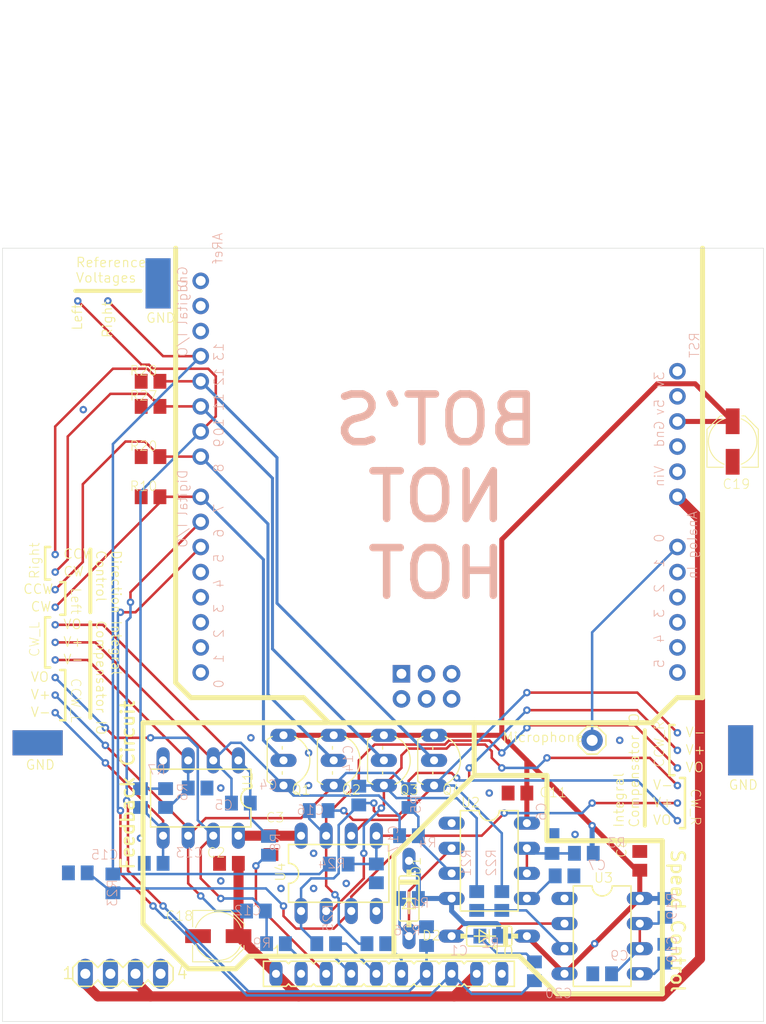
<source format=kicad_pcb>
(kicad_pcb (version 20171130) (host pcbnew "(5.1.10)-1")

  (general
    (thickness 1.6)
    (drawings 88)
    (tracks 406)
    (zones 0)
    (modules 64)
    (nets 57)
  )

  (page A4)
  (layers
    (0 Top signal)
    (31 Bottom signal)
    (32 B.Adhes user)
    (33 F.Adhes user)
    (34 B.Paste user)
    (35 F.Paste user)
    (36 B.SilkS user)
    (37 F.SilkS user)
    (38 B.Mask user)
    (39 F.Mask user)
    (40 Dwgs.User user)
    (41 Cmts.User user)
    (42 Eco1.User user)
    (43 Eco2.User user)
    (44 Edge.Cuts user)
    (45 Margin user)
    (46 B.CrtYd user)
    (47 F.CrtYd user)
    (48 B.Fab user)
    (49 F.Fab user)
  )

  (setup
    (last_trace_width 0.25)
    (trace_clearance 0.1524)
    (zone_clearance 0.508)
    (zone_45_only no)
    (trace_min 0.2)
    (via_size 0.8)
    (via_drill 0.4)
    (via_min_size 0.4)
    (via_min_drill 0.3)
    (uvia_size 0.3)
    (uvia_drill 0.1)
    (uvias_allowed no)
    (uvia_min_size 0.2)
    (uvia_min_drill 0.1)
    (edge_width 0.05)
    (segment_width 0.2)
    (pcb_text_width 0.3)
    (pcb_text_size 1.5 1.5)
    (mod_edge_width 0.12)
    (mod_text_size 1 1)
    (mod_text_width 0.15)
    (pad_size 1.524 1.524)
    (pad_drill 0.762)
    (pad_to_mask_clearance 0)
    (aux_axis_origin 0 0)
    (visible_elements FFFFFF7F)
    (pcbplotparams
      (layerselection 0x010fc_ffffffff)
      (usegerberextensions false)
      (usegerberattributes true)
      (usegerberadvancedattributes true)
      (creategerberjobfile true)
      (excludeedgelayer true)
      (linewidth 0.100000)
      (plotframeref false)
      (viasonmask false)
      (mode 1)
      (useauxorigin false)
      (hpglpennumber 1)
      (hpglpenspeed 20)
      (hpglpendiameter 15.000000)
      (psnegative false)
      (psa4output false)
      (plotreference true)
      (plotvalue true)
      (plotinvisibletext false)
      (padsonsilk false)
      (subtractmaskfromsilk false)
      (outputformat 1)
      (mirror false)
      (drillshape 1)
      (scaleselection 1)
      (outputdirectory ""))
  )

  (net 0 "")
  (net 1 GND)
  (net 2 3.3V)
  (net 3 /VDD)
  (net 4 "Net-(C13-Pad1)")
  (net 5 "Net-(C12-Pad1)")
  (net 6 "Net-(C5-Pad1)")
  (net 7 "Net-(C12-Pad2)")
  (net 8 "Net-(C4-Pad1)")
  (net 9 "Net-(C4-Pad2)")
  (net 10 "Net-(C7-Pad1)")
  (net 11 "Net-(C6-Pad1)")
  (net 12 /VDC)
  (net 13 /SP1)
  (net 14 "Net-(C1-Pad2)")
  (net 15 /VREF1)
  (net 16 /B1_L)
  (net 17 /B2_L)
  (net 18 /C1)
  (net 19 "Net-(C10-Pad1)")
  (net 20 "Net-(C9-Pad1)")
  (net 21 /SP2)
  (net 22 "Net-(C20-Pad2)")
  (net 23 /C2)
  (net 24 "Net-(C17-Pad1)")
  (net 25 "Net-(C16-Pad1)")
  (net 26 "Net-(C15-Pad1)")
  (net 27 "Net-(C16-Pad2)")
  (net 28 "Net-(C14-Pad1)")
  (net 29 "Net-(C14-Pad2)")
  (net 30 /VREF2)
  (net 31 /B1_R)
  (net 32 /B2_R)
  (net 33 /C3)
  (net 34 /C4)
  (net 35 "Net-(M1-PadRESET_ICSP)")
  (net 36 "Net-(M1-PadGND@3)")
  (net 37 "Net-(M1-Pad5V_ICSP)")
  (net 38 "Net-(M1-PadMISO)")
  (net 39 "Net-(M1-PadSCK)")
  (net 40 "Net-(M1-PadMOSI)")
  (net 41 "Net-(M1-PadRESET)")
  (net 42 "Net-(M1-PadA5)")
  (net 43 "Net-(M1-PadA4)")
  (net 44 "Net-(M1-PadA3)")
  (net 45 "Net-(M1-PadA2)")
  (net 46 "Net-(M1-PadA1)")
  (net 47 "Net-(M1-PadAREF)")
  (net 48 "Net-(M1-PadD13)")
  (net 49 /ENC1)
  (net 50 /ENC2)
  (net 51 "Net-(M1-PadD0)")
  (net 52 "Net-(M1-PadD1)")
  (net 53 "Net-(M1-PadD2)")
  (net 54 "Net-(M1-PadD3)")
  (net 55 /MIC)
  (net 56 "Net-(M1-PadD4)")

  (net_class Default "This is the default net class."
    (clearance 0.1524)
    (trace_width 0.25)
    (via_dia 0.8)
    (via_drill 0.4)
    (uvia_dia 0.3)
    (uvia_drill 0.1)
    (add_net /B1_L)
    (add_net /B1_R)
    (add_net /B2_L)
    (add_net /B2_R)
    (add_net /C1)
    (add_net /C2)
    (add_net /C3)
    (add_net /C4)
    (add_net /ENC1)
    (add_net /ENC2)
    (add_net /MIC)
    (add_net /SP1)
    (add_net /SP2)
    (add_net /VDC)
    (add_net /VDD)
    (add_net /VREF1)
    (add_net /VREF2)
    (add_net 3.3V)
    (add_net GND)
    (add_net "Net-(C1-Pad2)")
    (add_net "Net-(C10-Pad1)")
    (add_net "Net-(C12-Pad1)")
    (add_net "Net-(C12-Pad2)")
    (add_net "Net-(C13-Pad1)")
    (add_net "Net-(C14-Pad1)")
    (add_net "Net-(C14-Pad2)")
    (add_net "Net-(C15-Pad1)")
    (add_net "Net-(C16-Pad1)")
    (add_net "Net-(C16-Pad2)")
    (add_net "Net-(C17-Pad1)")
    (add_net "Net-(C20-Pad2)")
    (add_net "Net-(C4-Pad1)")
    (add_net "Net-(C4-Pad2)")
    (add_net "Net-(C5-Pad1)")
    (add_net "Net-(C6-Pad1)")
    (add_net "Net-(C7-Pad1)")
    (add_net "Net-(C9-Pad1)")
    (add_net "Net-(M1-Pad5V_ICSP)")
    (add_net "Net-(M1-PadA1)")
    (add_net "Net-(M1-PadA2)")
    (add_net "Net-(M1-PadA3)")
    (add_net "Net-(M1-PadA4)")
    (add_net "Net-(M1-PadA5)")
    (add_net "Net-(M1-PadAREF)")
    (add_net "Net-(M1-PadD0)")
    (add_net "Net-(M1-PadD1)")
    (add_net "Net-(M1-PadD13)")
    (add_net "Net-(M1-PadD2)")
    (add_net "Net-(M1-PadD3)")
    (add_net "Net-(M1-PadD4)")
    (add_net "Net-(M1-PadGND@3)")
    (add_net "Net-(M1-PadMISO)")
    (add_net "Net-(M1-PadMOSI)")
    (add_net "Net-(M1-PadRESET)")
    (add_net "Net-(M1-PadRESET_ICSP)")
    (add_net "Net-(M1-PadSCK)")
  )

  (module "" (layer Top) (tedit 0) (tstamp 0)
    (at 113.998 70.1036)
    (fp_text reference @HOLE0 (at 0 0) (layer F.SilkS) hide
      (effects (font (size 1.27 1.27) (thickness 0.15)))
    )
    (fp_text value "" (at 0 0) (layer F.SilkS)
      (effects (font (size 1.27 1.27) (thickness 0.15)))
    )
    (pad "" np_thru_hole circle (at 0 0) (size 3.2639 3.2639) (drill 3.2639) (layers *.Cu *.Mask))
  )

  (module "" (layer Top) (tedit 0) (tstamp 0)
    (at 182.998 70.1036)
    (fp_text reference @HOLE1 (at 0 0) (layer F.SilkS) hide
      (effects (font (size 1.27 1.27) (thickness 0.15)))
    )
    (fp_text value "" (at 0 0) (layer F.SilkS)
      (effects (font (size 1.27 1.27) (thickness 0.15)))
    )
    (pad "" np_thru_hole circle (at 0 0) (size 3.2639 3.2639) (drill 3.2639) (layers *.Cu *.Mask))
  )

  (module "" (layer Top) (tedit 0) (tstamp 0)
    (at 182.998 140.1036)
    (fp_text reference @HOLE2 (at 0 0) (layer F.SilkS) hide
      (effects (font (size 1.27 1.27) (thickness 0.15)))
    )
    (fp_text value "" (at 0 0) (layer F.SilkS)
      (effects (font (size 1.27 1.27) (thickness 0.15)))
    )
    (pad "" np_thru_hole circle (at 0 0) (size 3.2639 3.2639) (drill 3.2639) (layers *.Cu *.Mask))
  )

  (module "" (layer Top) (tedit 0) (tstamp 0)
    (at 113.998 140.1036)
    (fp_text reference @HOLE3 (at 0 0) (layer F.SilkS) hide
      (effects (font (size 1.27 1.27) (thickness 0.15)))
    )
    (fp_text value "" (at 0 0) (layer F.SilkS)
      (effects (font (size 1.27 1.27) (thickness 0.15)))
    )
    (pad "" np_thru_hole circle (at 0 0) (size 3.2639 3.2639) (drill 3.2639) (layers *.Cu *.Mask))
  )

  (module SpeedControl:C0805 (layer Bottom) (tedit 0) (tstamp 60F059DF)
    (at 177.038 137.2616 90)
    (descr <b>CAPACITOR</b><p>)
    (path /0A51D459)
    (fp_text reference C10 (at -1.016 1.27 90) (layer B.SilkS)
      (effects (font (size 0.9652 0.9652) (thickness 0.077216)) (justify right bottom mirror))
    )
    (fp_text value 1uF (at -1.27 -2.54 90) (layer B.Fab) hide
      (effects (font (size 1.2065 1.2065) (thickness 0.1016)) (justify right bottom mirror))
    )
    (fp_poly (pts (xy -0.1001 -0.4001) (xy 0.1001 -0.4001) (xy 0.1001 0.4001) (xy -0.1001 0.4001)) (layer B.Adhes) (width 0))
    (fp_poly (pts (xy 0.3556 -0.7239) (xy 1.1057 -0.7239) (xy 1.1057 0.7262) (xy 0.3556 0.7262)) (layer B.Fab) (width 0))
    (fp_poly (pts (xy -1.0922 -0.7239) (xy -0.3421 -0.7239) (xy -0.3421 0.7262) (xy -1.0922 0.7262)) (layer B.Fab) (width 0))
    (fp_line (start 1.973 0.983) (end 1.973 -0.983) (layer Dwgs.User) (width 0.0508))
    (fp_line (start -0.356 -0.66) (end 0.381 -0.66) (layer B.Fab) (width 0.1016))
    (fp_line (start -0.381 0.66) (end 0.381 0.66) (layer B.Fab) (width 0.1016))
    (fp_line (start -1.973 -0.983) (end -1.973 0.983) (layer Dwgs.User) (width 0.0508))
    (fp_line (start 1.973 -0.983) (end -1.973 -0.983) (layer Dwgs.User) (width 0.0508))
    (fp_line (start -1.973 0.983) (end 1.973 0.983) (layer Dwgs.User) (width 0.0508))
    (pad 2 smd rect (at 0.95 0 90) (size 1.3 1.5) (layers Bottom B.Paste B.Mask)
      (net 1 GND) (solder_mask_margin 0.1016))
    (pad 1 smd rect (at -0.95 0 90) (size 1.3 1.5) (layers Bottom B.Paste B.Mask)
      (net 19 "Net-(C10-Pad1)") (solder_mask_margin 0.1016))
  )

  (module SpeedControl:C0805 (layer Top) (tedit 0) (tstamp 60F059ED)
    (at 162.1155 121.0056 180)
    (descr <b>CAPACITOR</b><p>)
    (path /5487FD53)
    (fp_text reference C11 (at -2.159 -0.508) (layer F.SilkS)
      (effects (font (size 0.9652 0.9652) (thickness 0.077216)) (justify left bottom))
    )
    (fp_text value 0.1uF (at -1.27 2.54 180) (layer F.Fab) hide
      (effects (font (size 1.2065 1.2065) (thickness 0.1016)) (justify right top))
    )
    (fp_poly (pts (xy -0.1001 0.4001) (xy 0.1001 0.4001) (xy 0.1001 -0.4001) (xy -0.1001 -0.4001)) (layer F.Adhes) (width 0))
    (fp_poly (pts (xy 0.3556 0.7239) (xy 1.1057 0.7239) (xy 1.1057 -0.7262) (xy 0.3556 -0.7262)) (layer F.Fab) (width 0))
    (fp_poly (pts (xy -1.0922 0.7239) (xy -0.3421 0.7239) (xy -0.3421 -0.7262) (xy -1.0922 -0.7262)) (layer F.Fab) (width 0))
    (fp_line (start 1.973 -0.983) (end 1.973 0.983) (layer Dwgs.User) (width 0.0508))
    (fp_line (start -0.356 0.66) (end 0.381 0.66) (layer F.Fab) (width 0.1016))
    (fp_line (start -0.381 -0.66) (end 0.381 -0.66) (layer F.Fab) (width 0.1016))
    (fp_line (start -1.973 0.983) (end -1.973 -0.983) (layer Dwgs.User) (width 0.0508))
    (fp_line (start 1.973 0.983) (end -1.973 0.983) (layer Dwgs.User) (width 0.0508))
    (fp_line (start -1.973 -0.983) (end 1.973 -0.983) (layer Dwgs.User) (width 0.0508))
    (pad 2 smd rect (at 0.95 0 180) (size 1.3 1.5) (layers Top F.Paste F.Mask)
      (net 1 GND) (solder_mask_margin 0.1016))
    (pad 1 smd rect (at -0.95 0 180) (size 1.3 1.5) (layers Top F.Paste F.Mask)
      (net 12 /VDC) (solder_mask_margin 0.1016))
  )

  (module SpeedControl:C0805 (layer Bottom) (tedit 0) (tstamp 60F059FB)
    (at 135.636 132.9436)
    (descr <b>CAPACITOR</b><p>)
    (path /25E4AAFD)
    (fp_text reference C12 (at -2.286 0.508) (layer B.SilkS)
      (effects (font (size 0.9652 0.9652) (thickness 0.077216)) (justify right bottom mirror))
    )
    (fp_text value 1uF (at -1.27 -2.54) (layer B.Fab) hide
      (effects (font (size 1.2065 1.2065) (thickness 0.1016)) (justify right bottom mirror))
    )
    (fp_poly (pts (xy -0.1001 -0.4001) (xy 0.1001 -0.4001) (xy 0.1001 0.4001) (xy -0.1001 0.4001)) (layer B.Adhes) (width 0))
    (fp_poly (pts (xy 0.3556 -0.7239) (xy 1.1057 -0.7239) (xy 1.1057 0.7262) (xy 0.3556 0.7262)) (layer B.Fab) (width 0))
    (fp_poly (pts (xy -1.0922 -0.7239) (xy -0.3421 -0.7239) (xy -0.3421 0.7262) (xy -1.0922 0.7262)) (layer B.Fab) (width 0))
    (fp_line (start 1.973 0.983) (end 1.973 -0.983) (layer Dwgs.User) (width 0.0508))
    (fp_line (start -0.356 -0.66) (end 0.381 -0.66) (layer B.Fab) (width 0.1016))
    (fp_line (start -0.381 0.66) (end 0.381 0.66) (layer B.Fab) (width 0.1016))
    (fp_line (start -1.973 -0.983) (end -1.973 0.983) (layer Dwgs.User) (width 0.0508))
    (fp_line (start 1.973 -0.983) (end -1.973 -0.983) (layer Dwgs.User) (width 0.0508))
    (fp_line (start -1.973 0.983) (end 1.973 0.983) (layer Dwgs.User) (width 0.0508))
    (pad 2 smd rect (at 0.95 0) (size 1.3 1.5) (layers Bottom B.Paste B.Mask)
      (net 7 "Net-(C12-Pad2)") (solder_mask_margin 0.1016))
    (pad 1 smd rect (at -0.95 0) (size 1.3 1.5) (layers Bottom B.Paste B.Mask)
      (net 5 "Net-(C12-Pad1)") (solder_mask_margin 0.1016))
  )

  (module SpeedControl:C0805 (layer Bottom) (tedit 0) (tstamp 60F05A09)
    (at 125.2855 128.1176 180)
    (descr <b>CAPACITOR</b><p>)
    (path /0D1A7AEB)
    (fp_text reference C13 (at -2.159 0.508) (layer B.SilkS)
      (effects (font (size 0.9652 0.9652) (thickness 0.077216)) (justify right bottom mirror))
    )
    (fp_text value 1uF (at -1.27 -2.54 180) (layer B.Fab) hide
      (effects (font (size 1.2065 1.2065) (thickness 0.1016)) (justify right bottom mirror))
    )
    (fp_poly (pts (xy -0.1001 -0.4001) (xy 0.1001 -0.4001) (xy 0.1001 0.4001) (xy -0.1001 0.4001)) (layer B.Adhes) (width 0))
    (fp_poly (pts (xy 0.3556 -0.7239) (xy 1.1057 -0.7239) (xy 1.1057 0.7262) (xy 0.3556 0.7262)) (layer B.Fab) (width 0))
    (fp_poly (pts (xy -1.0922 -0.7239) (xy -0.3421 -0.7239) (xy -0.3421 0.7262) (xy -1.0922 0.7262)) (layer B.Fab) (width 0))
    (fp_line (start 1.973 0.983) (end 1.973 -0.983) (layer Dwgs.User) (width 0.0508))
    (fp_line (start -0.356 -0.66) (end 0.381 -0.66) (layer B.Fab) (width 0.1016))
    (fp_line (start -0.381 0.66) (end 0.381 0.66) (layer B.Fab) (width 0.1016))
    (fp_line (start -1.973 -0.983) (end -1.973 0.983) (layer Dwgs.User) (width 0.0508))
    (fp_line (start 1.973 -0.983) (end -1.973 -0.983) (layer Dwgs.User) (width 0.0508))
    (fp_line (start -1.973 0.983) (end 1.973 0.983) (layer Dwgs.User) (width 0.0508))
    (pad 2 smd rect (at 0.95 0 180) (size 1.3 1.5) (layers Bottom B.Paste B.Mask)
      (net 1 GND) (solder_mask_margin 0.1016))
    (pad 1 smd rect (at -0.95 0 180) (size 1.3 1.5) (layers Bottom B.Paste B.Mask)
      (net 4 "Net-(C13-Pad1)") (solder_mask_margin 0.1016))
  )

  (module SpeedControl:C0805 (layer Bottom) (tedit 0) (tstamp 60F05A17)
    (at 146.05 121.2596 270)
    (descr <b>CAPACITOR</b><p>)
    (path /711FF4DB)
    (fp_text reference C14 (at -2.286 0.508 90) (layer B.SilkS)
      (effects (font (size 0.9652 0.9652) (thickness 0.077216)) (justify right bottom mirror))
    )
    (fp_text value 1uF (at -1.27 -2.54 270) (layer B.Fab) hide
      (effects (font (size 1.2065 1.2065) (thickness 0.1016)) (justify right bottom mirror))
    )
    (fp_poly (pts (xy -0.1001 -0.4001) (xy 0.1001 -0.4001) (xy 0.1001 0.4001) (xy -0.1001 0.4001)) (layer B.Adhes) (width 0))
    (fp_poly (pts (xy 0.3556 -0.7239) (xy 1.1057 -0.7239) (xy 1.1057 0.7262) (xy 0.3556 0.7262)) (layer B.Fab) (width 0))
    (fp_poly (pts (xy -1.0922 -0.7239) (xy -0.3421 -0.7239) (xy -0.3421 0.7262) (xy -1.0922 0.7262)) (layer B.Fab) (width 0))
    (fp_line (start 1.973 0.983) (end 1.973 -0.983) (layer Dwgs.User) (width 0.0508))
    (fp_line (start -0.356 -0.66) (end 0.381 -0.66) (layer B.Fab) (width 0.1016))
    (fp_line (start -0.381 0.66) (end 0.381 0.66) (layer B.Fab) (width 0.1016))
    (fp_line (start -1.973 -0.983) (end -1.973 0.983) (layer Dwgs.User) (width 0.0508))
    (fp_line (start 1.973 -0.983) (end -1.973 -0.983) (layer Dwgs.User) (width 0.0508))
    (fp_line (start -1.973 0.983) (end 1.973 0.983) (layer Dwgs.User) (width 0.0508))
    (pad 2 smd rect (at 0.95 0 270) (size 1.3 1.5) (layers Bottom B.Paste B.Mask)
      (net 29 "Net-(C14-Pad2)") (solder_mask_margin 0.1016))
    (pad 1 smd rect (at -0.95 0 270) (size 1.3 1.5) (layers Bottom B.Paste B.Mask)
      (net 28 "Net-(C14-Pad1)") (solder_mask_margin 0.1016))
  )

  (module SpeedControl:C0805 (layer Bottom) (tedit 0) (tstamp 60F05A25)
    (at 117.602 129.0828 180)
    (descr <b>CAPACITOR</b><p>)
    (path /A2E1F285)
    (fp_text reference C15 (at -1.27 1.27) (layer B.SilkS)
      (effects (font (size 0.9652 0.9652) (thickness 0.077216)) (justify right bottom mirror))
    )
    (fp_text value 1uF (at -1.27 -2.54 180) (layer B.Fab) hide
      (effects (font (size 1.2065 1.2065) (thickness 0.1016)) (justify right bottom mirror))
    )
    (fp_poly (pts (xy -0.1001 -0.4001) (xy 0.1001 -0.4001) (xy 0.1001 0.4001) (xy -0.1001 0.4001)) (layer B.Adhes) (width 0))
    (fp_poly (pts (xy 0.3556 -0.7239) (xy 1.1057 -0.7239) (xy 1.1057 0.7262) (xy 0.3556 0.7262)) (layer B.Fab) (width 0))
    (fp_poly (pts (xy -1.0922 -0.7239) (xy -0.3421 -0.7239) (xy -0.3421 0.7262) (xy -1.0922 0.7262)) (layer B.Fab) (width 0))
    (fp_line (start 1.973 0.983) (end 1.973 -0.983) (layer Dwgs.User) (width 0.0508))
    (fp_line (start -0.356 -0.66) (end 0.381 -0.66) (layer B.Fab) (width 0.1016))
    (fp_line (start -0.381 0.66) (end 0.381 0.66) (layer B.Fab) (width 0.1016))
    (fp_line (start -1.973 -0.983) (end -1.973 0.983) (layer Dwgs.User) (width 0.0508))
    (fp_line (start 1.973 -0.983) (end -1.973 -0.983) (layer Dwgs.User) (width 0.0508))
    (fp_line (start -1.973 0.983) (end 1.973 0.983) (layer Dwgs.User) (width 0.0508))
    (pad 2 smd rect (at 0.95 0 180) (size 1.3 1.5) (layers Bottom B.Paste B.Mask)
      (net 1 GND) (solder_mask_margin 0.1016))
    (pad 1 smd rect (at -0.95 0 180) (size 1.3 1.5) (layers Bottom B.Paste B.Mask)
      (net 26 "Net-(C15-Pad1)") (solder_mask_margin 0.1016))
  )

  (module SpeedControl:C0805 (layer Bottom) (tedit 0) (tstamp 60F05A33)
    (at 141.986 122.7836 180)
    (descr <b>CAPACITOR</b><p>)
    (path /39535965)
    (fp_text reference C16 (at 2.286 -0.508) (layer B.SilkS)
      (effects (font (size 0.9652 0.9652) (thickness 0.077216)) (justify right bottom mirror))
    )
    (fp_text value 1uF (at -1.27 -2.54) (layer B.Fab)
      (effects (font (size 1.2065 1.2065) (thickness 0.09652)) (justify right bottom mirror))
    )
    (fp_poly (pts (xy -0.1001 -0.4001) (xy 0.1001 -0.4001) (xy 0.1001 0.4001) (xy -0.1001 0.4001)) (layer B.Adhes) (width 0))
    (fp_poly (pts (xy 0.3556 -0.7239) (xy 1.1057 -0.7239) (xy 1.1057 0.7262) (xy 0.3556 0.7262)) (layer B.Fab) (width 0))
    (fp_poly (pts (xy -1.0922 -0.7239) (xy -0.3421 -0.7239) (xy -0.3421 0.7262) (xy -1.0922 0.7262)) (layer B.Fab) (width 0))
    (fp_line (start 1.973 0.983) (end 1.973 -0.983) (layer Dwgs.User) (width 0.0508))
    (fp_line (start -0.356 -0.66) (end 0.381 -0.66) (layer B.Fab) (width 0.1016))
    (fp_line (start -0.381 0.66) (end 0.381 0.66) (layer B.Fab) (width 0.1016))
    (fp_line (start -1.973 -0.983) (end -1.973 0.983) (layer Dwgs.User) (width 0.0508))
    (fp_line (start 1.973 -0.983) (end -1.973 -0.983) (layer Dwgs.User) (width 0.0508))
    (fp_line (start -1.973 0.983) (end 1.973 0.983) (layer Dwgs.User) (width 0.0508))
    (pad 2 smd rect (at 0.95 0 180) (size 1.3 1.5) (layers Bottom B.Paste B.Mask)
      (net 27 "Net-(C16-Pad2)") (solder_mask_margin 0.1016))
    (pad 1 smd rect (at -0.95 0 180) (size 1.3 1.5) (layers Bottom B.Paste B.Mask)
      (net 25 "Net-(C16-Pad1)") (solder_mask_margin 0.1016))
  )

  (module SpeedControl:C0805 (layer Bottom) (tedit 0) (tstamp 60F05A41)
    (at 147.828 129.1336 270)
    (descr <b>CAPACITOR</b><p>)
    (path /225001D6)
    (fp_text reference C17 (at -2.032 -2.286 90) (layer B.SilkS)
      (effects (font (size 0.9652 0.9652) (thickness 0.077216)) (justify right bottom mirror))
    )
    (fp_text value 1uF (at -1.27 -2.54 270) (layer B.Fab) hide
      (effects (font (size 1.2065 1.2065) (thickness 0.1016)) (justify right bottom mirror))
    )
    (fp_poly (pts (xy -0.1001 -0.4001) (xy 0.1001 -0.4001) (xy 0.1001 0.4001) (xy -0.1001 0.4001)) (layer B.Adhes) (width 0))
    (fp_poly (pts (xy 0.3556 -0.7239) (xy 1.1057 -0.7239) (xy 1.1057 0.7262) (xy 0.3556 0.7262)) (layer B.Fab) (width 0))
    (fp_poly (pts (xy -1.0922 -0.7239) (xy -0.3421 -0.7239) (xy -0.3421 0.7262) (xy -1.0922 0.7262)) (layer B.Fab) (width 0))
    (fp_line (start 1.973 0.983) (end 1.973 -0.983) (layer Dwgs.User) (width 0.0508))
    (fp_line (start -0.356 -0.66) (end 0.381 -0.66) (layer B.Fab) (width 0.1016))
    (fp_line (start -0.381 0.66) (end 0.381 0.66) (layer B.Fab) (width 0.1016))
    (fp_line (start -1.973 -0.983) (end -1.973 0.983) (layer Dwgs.User) (width 0.0508))
    (fp_line (start 1.973 -0.983) (end -1.973 -0.983) (layer Dwgs.User) (width 0.0508))
    (fp_line (start -1.973 0.983) (end 1.973 0.983) (layer Dwgs.User) (width 0.0508))
    (pad 2 smd rect (at 0.95 0 270) (size 1.3 1.5) (layers Bottom B.Paste B.Mask)
      (net 1 GND) (solder_mask_margin 0.1016))
    (pad 1 smd rect (at -0.95 0 270) (size 1.3 1.5) (layers Bottom B.Paste B.Mask)
      (net 24 "Net-(C17-Pad1)") (solder_mask_margin 0.1016))
  )

  (module SpeedControl:C0805 (layer Top) (tedit 0) (tstamp 60F05A4F)
    (at 132.9055 128.1176 180)
    (descr <b>CAPACITOR</b><p>)
    (path /C8DDE19D)
    (fp_text reference C2 (at 2.286 0.508) (layer F.SilkS)
      (effects (font (size 0.9652 0.9652) (thickness 0.077216)) (justify left bottom))
    )
    (fp_text value 0.1uF (at -1.27 2.54 180) (layer F.Fab) hide
      (effects (font (size 1.2065 1.2065) (thickness 0.1016)) (justify right top))
    )
    (fp_poly (pts (xy -0.1001 0.4001) (xy 0.1001 0.4001) (xy 0.1001 -0.4001) (xy -0.1001 -0.4001)) (layer F.Adhes) (width 0))
    (fp_poly (pts (xy 0.3556 0.7239) (xy 1.1057 0.7239) (xy 1.1057 -0.7262) (xy 0.3556 -0.7262)) (layer F.Fab) (width 0))
    (fp_poly (pts (xy -1.0922 0.7239) (xy -0.3421 0.7239) (xy -0.3421 -0.7262) (xy -1.0922 -0.7262)) (layer F.Fab) (width 0))
    (fp_line (start 1.973 -0.983) (end 1.973 0.983) (layer Dwgs.User) (width 0.0508))
    (fp_line (start -0.356 0.66) (end 0.381 0.66) (layer F.Fab) (width 0.1016))
    (fp_line (start -0.381 -0.66) (end 0.381 -0.66) (layer F.Fab) (width 0.1016))
    (fp_line (start -1.973 0.983) (end -1.973 -0.983) (layer Dwgs.User) (width 0.0508))
    (fp_line (start 1.973 0.983) (end -1.973 0.983) (layer Dwgs.User) (width 0.0508))
    (fp_line (start -1.973 -0.983) (end 1.973 -0.983) (layer Dwgs.User) (width 0.0508))
    (pad 2 smd rect (at 0.95 0 180) (size 1.3 1.5) (layers Top F.Paste F.Mask)
      (net 1 GND) (solder_mask_margin 0.1016))
    (pad 1 smd rect (at -0.95 0 180) (size 1.3 1.5) (layers Top F.Paste F.Mask)
      (net 3 /VDD) (solder_mask_margin 0.1016))
  )

  (module SpeedControl:C0805 (layer Top) (tedit 0) (tstamp 60F05A5D)
    (at 137.16 126.2761 270)
    (descr <b>CAPACITOR</b><p>)
    (path /88676885)
    (fp_text reference C3 (at -2.2225 0.5715) (layer F.SilkS)
      (effects (font (size 0.9652 0.9652) (thickness 0.077216)) (justify left bottom))
    )
    (fp_text value 0.1uF (at -1.27 2.54 270) (layer F.Fab) hide
      (effects (font (size 1.2065 1.2065) (thickness 0.1016)) (justify right top))
    )
    (fp_poly (pts (xy -0.1001 0.4001) (xy 0.1001 0.4001) (xy 0.1001 -0.4001) (xy -0.1001 -0.4001)) (layer F.Adhes) (width 0))
    (fp_poly (pts (xy 0.3556 0.7239) (xy 1.1057 0.7239) (xy 1.1057 -0.7262) (xy 0.3556 -0.7262)) (layer F.Fab) (width 0))
    (fp_poly (pts (xy -1.0922 0.7239) (xy -0.3421 0.7239) (xy -0.3421 -0.7262) (xy -1.0922 -0.7262)) (layer F.Fab) (width 0))
    (fp_line (start 1.973 -0.983) (end 1.973 0.983) (layer Dwgs.User) (width 0.0508))
    (fp_line (start -0.356 0.66) (end 0.381 0.66) (layer F.Fab) (width 0.1016))
    (fp_line (start -0.381 -0.66) (end 0.381 -0.66) (layer F.Fab) (width 0.1016))
    (fp_line (start -1.973 0.983) (end -1.973 -0.983) (layer Dwgs.User) (width 0.0508))
    (fp_line (start 1.973 0.983) (end -1.973 0.983) (layer Dwgs.User) (width 0.0508))
    (fp_line (start -1.973 -0.983) (end 1.973 -0.983) (layer Dwgs.User) (width 0.0508))
    (pad 2 smd rect (at 0.95 0 270) (size 1.3 1.5) (layers Top F.Paste F.Mask)
      (net 1 GND) (solder_mask_margin 0.1016))
    (pad 1 smd rect (at -0.95 0 270) (size 1.3 1.5) (layers Top F.Paste F.Mask)
      (net 3 /VDD) (solder_mask_margin 0.1016))
  )

  (module SpeedControl:C0805 (layer Bottom) (tedit 0) (tstamp 60F05A6B)
    (at 134.112 122.0216)
    (descr <b>CAPACITOR</b><p>)
    (path /674C1B16)
    (fp_text reference C4 (at 1.778 -1.27) (layer B.SilkS)
      (effects (font (size 0.9652 0.9652) (thickness 0.077216)) (justify right bottom mirror))
    )
    (fp_text value 1uF (at -1.27 -2.54) (layer B.Fab) hide
      (effects (font (size 1.2065 1.2065) (thickness 0.1016)) (justify right bottom mirror))
    )
    (fp_poly (pts (xy -0.1001 -0.4001) (xy 0.1001 -0.4001) (xy 0.1001 0.4001) (xy -0.1001 0.4001)) (layer B.Adhes) (width 0))
    (fp_poly (pts (xy 0.3556 -0.7239) (xy 1.1057 -0.7239) (xy 1.1057 0.7262) (xy 0.3556 0.7262)) (layer B.Fab) (width 0))
    (fp_poly (pts (xy -1.0922 -0.7239) (xy -0.3421 -0.7239) (xy -0.3421 0.7262) (xy -1.0922 0.7262)) (layer B.Fab) (width 0))
    (fp_line (start 1.973 0.983) (end 1.973 -0.983) (layer Dwgs.User) (width 0.0508))
    (fp_line (start -0.356 -0.66) (end 0.381 -0.66) (layer B.Fab) (width 0.1016))
    (fp_line (start -0.381 0.66) (end 0.381 0.66) (layer B.Fab) (width 0.1016))
    (fp_line (start -1.973 -0.983) (end -1.973 0.983) (layer Dwgs.User) (width 0.0508))
    (fp_line (start 1.973 -0.983) (end -1.973 -0.983) (layer Dwgs.User) (width 0.0508))
    (fp_line (start -1.973 0.983) (end 1.973 0.983) (layer Dwgs.User) (width 0.0508))
    (pad 2 smd rect (at 0.95 0) (size 1.3 1.5) (layers Bottom B.Paste B.Mask)
      (net 9 "Net-(C4-Pad2)") (solder_mask_margin 0.1016))
    (pad 1 smd rect (at -0.95 0) (size 1.3 1.5) (layers Bottom B.Paste B.Mask)
      (net 8 "Net-(C4-Pad1)") (solder_mask_margin 0.1016))
  )

  (module SpeedControl:C0805 (layer Bottom) (tedit 0) (tstamp 60F05A79)
    (at 129.7305 120.4976)
    (descr <b>CAPACITOR</b><p>)
    (path /4F4A95F0)
    (fp_text reference C5 (at 1.651 2.286) (layer B.SilkS)
      (effects (font (size 0.9652 0.9652) (thickness 0.077216)) (justify right bottom mirror))
    )
    (fp_text value 1uF (at -1.27 -2.54) (layer B.Fab) hide
      (effects (font (size 1.2065 1.2065) (thickness 0.1016)) (justify right bottom mirror))
    )
    (fp_poly (pts (xy -0.1001 -0.4001) (xy 0.1001 -0.4001) (xy 0.1001 0.4001) (xy -0.1001 0.4001)) (layer B.Adhes) (width 0))
    (fp_poly (pts (xy 0.3556 -0.7239) (xy 1.1057 -0.7239) (xy 1.1057 0.7262) (xy 0.3556 0.7262)) (layer B.Fab) (width 0))
    (fp_poly (pts (xy -1.0922 -0.7239) (xy -0.3421 -0.7239) (xy -0.3421 0.7262) (xy -1.0922 0.7262)) (layer B.Fab) (width 0))
    (fp_line (start 1.973 0.983) (end 1.973 -0.983) (layer Dwgs.User) (width 0.0508))
    (fp_line (start -0.356 -0.66) (end 0.381 -0.66) (layer B.Fab) (width 0.1016))
    (fp_line (start -0.381 0.66) (end 0.381 0.66) (layer B.Fab) (width 0.1016))
    (fp_line (start -1.973 -0.983) (end -1.973 0.983) (layer Dwgs.User) (width 0.0508))
    (fp_line (start 1.973 -0.983) (end -1.973 -0.983) (layer Dwgs.User) (width 0.0508))
    (fp_line (start -1.973 0.983) (end 1.973 0.983) (layer Dwgs.User) (width 0.0508))
    (pad 2 smd rect (at 0.95 0) (size 1.3 1.5) (layers Bottom B.Paste B.Mask)
      (net 1 GND) (solder_mask_margin 0.1016))
    (pad 1 smd rect (at -0.95 0) (size 1.3 1.5) (layers Bottom B.Paste B.Mask)
      (net 6 "Net-(C5-Pad1)") (solder_mask_margin 0.1016))
  )

  (module SpeedControl:C0805 (layer Bottom) (tedit 0) (tstamp 60F05A87)
    (at 165.608 126.1618 90)
    (descr <b>CAPACITOR</b><p>)
    (path /8451312A)
    (fp_text reference C6 (at 2.286 -0.508 90) (layer B.SilkS)
      (effects (font (size 0.9652 0.9652) (thickness 0.077216)) (justify right bottom mirror))
    )
    (fp_text value 0.1uF (at -1.27 -2.54 90) (layer B.Fab) hide
      (effects (font (size 1.2065 1.2065) (thickness 0.1016)) (justify right bottom mirror))
    )
    (fp_poly (pts (xy -0.1001 -0.4001) (xy 0.1001 -0.4001) (xy 0.1001 0.4001) (xy -0.1001 0.4001)) (layer B.Adhes) (width 0))
    (fp_poly (pts (xy 0.3556 -0.7239) (xy 1.1057 -0.7239) (xy 1.1057 0.7262) (xy 0.3556 0.7262)) (layer B.Fab) (width 0))
    (fp_poly (pts (xy -1.0922 -0.7239) (xy -0.3421 -0.7239) (xy -0.3421 0.7262) (xy -1.0922 0.7262)) (layer B.Fab) (width 0))
    (fp_line (start 1.973 0.983) (end 1.973 -0.983) (layer Dwgs.User) (width 0.0508))
    (fp_line (start -0.356 -0.66) (end 0.381 -0.66) (layer B.Fab) (width 0.1016))
    (fp_line (start -0.381 0.66) (end 0.381 0.66) (layer B.Fab) (width 0.1016))
    (fp_line (start -1.973 -0.983) (end -1.973 0.983) (layer Dwgs.User) (width 0.0508))
    (fp_line (start 1.973 -0.983) (end -1.973 -0.983) (layer Dwgs.User) (width 0.0508))
    (fp_line (start -1.973 0.983) (end 1.973 0.983) (layer Dwgs.User) (width 0.0508))
    (pad 2 smd rect (at 0.95 0 90) (size 1.3 1.5) (layers Bottom B.Paste B.Mask)
      (net 1 GND) (solder_mask_margin 0.1016))
    (pad 1 smd rect (at -0.95 0 90) (size 1.3 1.5) (layers Bottom B.Paste B.Mask)
      (net 11 "Net-(C6-Pad1)") (solder_mask_margin 0.1016))
  )

  (module SpeedControl:C0805 (layer Bottom) (tedit 0) (tstamp 60F05A95)
    (at 166.878 129.3876)
    (descr <b>CAPACITOR</b><p>)
    (path /A5E7C4B6)
    (fp_text reference C7 (at 2.286 -0.508) (layer B.SilkS)
      (effects (font (size 0.9652 0.9652) (thickness 0.077216)) (justify right bottom mirror))
    )
    (fp_text value 1uF (at -1.27 -2.54) (layer B.Fab) hide
      (effects (font (size 1.2065 1.2065) (thickness 0.1016)) (justify right bottom mirror))
    )
    (fp_poly (pts (xy -0.1001 -0.4001) (xy 0.1001 -0.4001) (xy 0.1001 0.4001) (xy -0.1001 0.4001)) (layer B.Adhes) (width 0))
    (fp_poly (pts (xy 0.3556 -0.7239) (xy 1.1057 -0.7239) (xy 1.1057 0.7262) (xy 0.3556 0.7262)) (layer B.Fab) (width 0))
    (fp_poly (pts (xy -1.0922 -0.7239) (xy -0.3421 -0.7239) (xy -0.3421 0.7262) (xy -1.0922 0.7262)) (layer B.Fab) (width 0))
    (fp_line (start 1.973 0.983) (end 1.973 -0.983) (layer Dwgs.User) (width 0.0508))
    (fp_line (start -0.356 -0.66) (end 0.381 -0.66) (layer B.Fab) (width 0.1016))
    (fp_line (start -0.381 0.66) (end 0.381 0.66) (layer B.Fab) (width 0.1016))
    (fp_line (start -1.973 -0.983) (end -1.973 0.983) (layer Dwgs.User) (width 0.0508))
    (fp_line (start 1.973 -0.983) (end -1.973 -0.983) (layer Dwgs.User) (width 0.0508))
    (fp_line (start -1.973 0.983) (end 1.973 0.983) (layer Dwgs.User) (width 0.0508))
    (pad 2 smd rect (at 0.95 0) (size 1.3 1.5) (layers Bottom B.Paste B.Mask)
      (net 1 GND) (solder_mask_margin 0.1016))
    (pad 1 smd rect (at -0.95 0) (size 1.3 1.5) (layers Bottom B.Paste B.Mask)
      (net 10 "Net-(C7-Pad1)") (solder_mask_margin 0.1016))
  )

  (module SpeedControl:C0805 (layer Top) (tedit 0) (tstamp 60F05AA3)
    (at 174.498 127.8636 90)
    (descr <b>CAPACITOR</b><p>)
    (path /A7E76009)
    (fp_text reference C8 (at 0.254 -1.27 90) (layer F.SilkS)
      (effects (font (size 0.9652 0.9652) (thickness 0.077216)) (justify left bottom))
    )
    (fp_text value 0.1uF (at -1.27 2.54 90) (layer F.Fab) hide
      (effects (font (size 1.2065 1.2065) (thickness 0.1016)) (justify left bottom))
    )
    (fp_poly (pts (xy -0.1001 0.4001) (xy 0.1001 0.4001) (xy 0.1001 -0.4001) (xy -0.1001 -0.4001)) (layer F.Adhes) (width 0))
    (fp_poly (pts (xy 0.3556 0.7239) (xy 1.1057 0.7239) (xy 1.1057 -0.7262) (xy 0.3556 -0.7262)) (layer F.Fab) (width 0))
    (fp_poly (pts (xy -1.0922 0.7239) (xy -0.3421 0.7239) (xy -0.3421 -0.7262) (xy -1.0922 -0.7262)) (layer F.Fab) (width 0))
    (fp_line (start 1.973 -0.983) (end 1.973 0.983) (layer Dwgs.User) (width 0.0508))
    (fp_line (start -0.356 0.66) (end 0.381 0.66) (layer F.Fab) (width 0.1016))
    (fp_line (start -0.381 -0.66) (end 0.381 -0.66) (layer F.Fab) (width 0.1016))
    (fp_line (start -1.973 0.983) (end -1.973 -0.983) (layer Dwgs.User) (width 0.0508))
    (fp_line (start 1.973 0.983) (end -1.973 0.983) (layer Dwgs.User) (width 0.0508))
    (fp_line (start -1.973 -0.983) (end 1.973 -0.983) (layer Dwgs.User) (width 0.0508))
    (pad 2 smd rect (at 0.95 0 90) (size 1.3 1.5) (layers Top F.Paste F.Mask)
      (net 1 GND) (solder_mask_margin 0.1016))
    (pad 1 smd rect (at -0.95 0 90) (size 1.3 1.5) (layers Top F.Paste F.Mask)
      (net 12 /VDC) (solder_mask_margin 0.1016))
  )

  (module SpeedControl:C0805 (layer Bottom) (tedit 0) (tstamp 60F05AB1)
    (at 170.688 139.2936 180)
    (descr <b>CAPACITOR</b><p>)
    (path /234305B8)
    (fp_text reference C9 (at -0.762 1.27) (layer B.SilkS)
      (effects (font (size 0.9652 0.9652) (thickness 0.077216)) (justify right bottom mirror))
    )
    (fp_text value 0.2uF (at -1.27 -2.54 180) (layer B.Fab) hide
      (effects (font (size 1.2065 1.2065) (thickness 0.1016)) (justify right bottom mirror))
    )
    (fp_poly (pts (xy -0.1001 -0.4001) (xy 0.1001 -0.4001) (xy 0.1001 0.4001) (xy -0.1001 0.4001)) (layer B.Adhes) (width 0))
    (fp_poly (pts (xy 0.3556 -0.7239) (xy 1.1057 -0.7239) (xy 1.1057 0.7262) (xy 0.3556 0.7262)) (layer B.Fab) (width 0))
    (fp_poly (pts (xy -1.0922 -0.7239) (xy -0.3421 -0.7239) (xy -0.3421 0.7262) (xy -1.0922 0.7262)) (layer B.Fab) (width 0))
    (fp_line (start 1.973 0.983) (end 1.973 -0.983) (layer Dwgs.User) (width 0.0508))
    (fp_line (start -0.356 -0.66) (end 0.381 -0.66) (layer B.Fab) (width 0.1016))
    (fp_line (start -0.381 0.66) (end 0.381 0.66) (layer B.Fab) (width 0.1016))
    (fp_line (start -1.973 -0.983) (end -1.973 0.983) (layer Dwgs.User) (width 0.0508))
    (fp_line (start 1.973 -0.983) (end -1.973 -0.983) (layer Dwgs.User) (width 0.0508))
    (fp_line (start -1.973 0.983) (end 1.973 0.983) (layer Dwgs.User) (width 0.0508))
    (pad 2 smd rect (at 0.95 0 180) (size 1.3 1.5) (layers Bottom B.Paste B.Mask)
      (net 1 GND) (solder_mask_margin 0.1016))
    (pad 1 smd rect (at -0.95 0 180) (size 1.3 1.5) (layers Bottom B.Paste B.Mask)
      (net 20 "Net-(C9-Pad1)") (solder_mask_margin 0.1016))
  )

  (module SpeedControl:DO35-7 (layer Top) (tedit 0) (tstamp 60F05ABF)
    (at 151.13 131.6736 270)
    (descr "<B>DIODE</B><p>\ndiameter 2 mm, horizontal, grid 7.62 mm")
    (path /C78C3FBD)
    (fp_text reference D1 (at -2.286 -1.27 270) (layer F.SilkS)
      (effects (font (size 0.9652 0.9652) (thickness 0.09652)) (justify left bottom))
    )
    (fp_text value 1N4148DO35-7 (at -2.286 2.667 270) (layer F.Fab) hide
      (effects (font (size 1.2065 1.2065) (thickness 0.127)) (justify right top))
    )
    (fp_poly (pts (xy -2.921 0.254) (xy -2.286 0.254) (xy -2.286 -0.254) (xy -2.921 -0.254)) (layer F.SilkS) (width 0))
    (fp_poly (pts (xy 2.286 0.254) (xy 2.921 0.254) (xy 2.921 -0.254) (xy 2.286 -0.254)) (layer F.SilkS) (width 0))
    (fp_poly (pts (xy -1.905 1.016) (xy -1.397 1.016) (xy -1.397 -1.016) (xy -1.905 -1.016)) (layer F.SilkS) (width 0))
    (fp_line (start -2.032 -1.016) (end 2.032 -1.016) (layer F.SilkS) (width 0.1524))
    (fp_line (start -2.286 -0.762) (end -2.286 0.762) (layer F.SilkS) (width 0.1524))
    (fp_line (start -2.032 1.016) (end 2.032 1.016) (layer F.SilkS) (width 0.1524))
    (fp_arc (start -2.032 0.762) (end -2.286 0.762) (angle -90) (layer F.SilkS) (width 0.1524))
    (fp_arc (start -2.032 -0.762) (end -2.286 -0.762) (angle 90) (layer F.SilkS) (width 0.1524))
    (fp_arc (start 2.032 0.762) (end 2.032 1.016) (angle -90) (layer F.SilkS) (width 0.1524))
    (fp_line (start 2.286 -0.762) (end 2.286 0.762) (layer F.SilkS) (width 0.1524))
    (fp_arc (start 2.032 -0.762) (end 2.032 -1.016) (angle 90) (layer F.SilkS) (width 0.1524))
    (fp_line (start 0 0) (end 0 0.635) (layer F.SilkS) (width 0.1524))
    (fp_line (start 0 -0.635) (end 0 0) (layer F.SilkS) (width 0.1524))
    (fp_line (start 0 0) (end 1.016 -0.635) (layer F.SilkS) (width 0.1524))
    (fp_line (start 0 0) (end 1.524 0) (layer F.SilkS) (width 0.1524))
    (fp_line (start 1.016 0.635) (end 0 0) (layer F.SilkS) (width 0.1524))
    (fp_line (start 1.016 -0.635) (end 1.016 0.635) (layer F.SilkS) (width 0.1524))
    (fp_line (start -0.635 0) (end 0 0) (layer F.SilkS) (width 0.1524))
    (fp_line (start -3.81 0) (end -2.921 0) (layer F.Fab) (width 0.508))
    (fp_line (start 3.81 0) (end 2.921 0) (layer F.Fab) (width 0.508))
    (pad A thru_hole oval (at 3.81 0 270) (size 2.6416 1.3208) (drill 0.8128) (layers *.Cu *.Mask)
      (net 14 "Net-(C1-Pad2)") (solder_mask_margin 0.1016))
    (pad C thru_hole oval (at -3.81 0 270) (size 2.6416 1.3208) (drill 0.8128) (layers *.Cu *.Mask)
      (net 12 /VDC) (solder_mask_margin 0.1016))
  )

  (module SpeedControl:DO35-7 (layer Top) (tedit 0) (tstamp 60F05AD8)
    (at 159.258 135.4836 180)
    (descr "<B>DIODE</B><p>\ndiameter 2 mm, horizontal, grid 7.62 mm")
    (path /0CADE672)
    (fp_text reference D2 (at 6.858 -0.508) (layer F.SilkS)
      (effects (font (size 0.9652 0.9652) (thickness 0.09652)) (justify left bottom))
    )
    (fp_text value 1N4148DO35-7 (at -2.286 2.667 180) (layer F.Fab) hide
      (effects (font (size 1.2065 1.2065) (thickness 0.127)) (justify right top))
    )
    (fp_poly (pts (xy -2.921 0.254) (xy -2.286 0.254) (xy -2.286 -0.254) (xy -2.921 -0.254)) (layer F.SilkS) (width 0))
    (fp_poly (pts (xy 2.286 0.254) (xy 2.921 0.254) (xy 2.921 -0.254) (xy 2.286 -0.254)) (layer F.SilkS) (width 0))
    (fp_poly (pts (xy -1.905 1.016) (xy -1.397 1.016) (xy -1.397 -1.016) (xy -1.905 -1.016)) (layer F.SilkS) (width 0))
    (fp_line (start -2.032 -1.016) (end 2.032 -1.016) (layer F.SilkS) (width 0.1524))
    (fp_line (start -2.286 -0.762) (end -2.286 0.762) (layer F.SilkS) (width 0.1524))
    (fp_line (start -2.032 1.016) (end 2.032 1.016) (layer F.SilkS) (width 0.1524))
    (fp_arc (start -2.032 0.762) (end -2.286 0.762) (angle -90) (layer F.SilkS) (width 0.1524))
    (fp_arc (start -2.032 -0.762) (end -2.286 -0.762) (angle 90) (layer F.SilkS) (width 0.1524))
    (fp_arc (start 2.032 0.762) (end 2.032 1.016) (angle -90) (layer F.SilkS) (width 0.1524))
    (fp_line (start 2.286 -0.762) (end 2.286 0.762) (layer F.SilkS) (width 0.1524))
    (fp_arc (start 2.032 -0.762) (end 2.032 -1.016) (angle 90) (layer F.SilkS) (width 0.1524))
    (fp_line (start 0 0) (end 0 0.635) (layer F.SilkS) (width 0.1524))
    (fp_line (start 0 -0.635) (end 0 0) (layer F.SilkS) (width 0.1524))
    (fp_line (start 0 0) (end 1.016 -0.635) (layer F.SilkS) (width 0.1524))
    (fp_line (start 0 0) (end 1.524 0) (layer F.SilkS) (width 0.1524))
    (fp_line (start 1.016 0.635) (end 0 0) (layer F.SilkS) (width 0.1524))
    (fp_line (start 1.016 -0.635) (end 1.016 0.635) (layer F.SilkS) (width 0.1524))
    (fp_line (start -0.635 0) (end 0 0) (layer F.SilkS) (width 0.1524))
    (fp_line (start -3.81 0) (end -2.921 0) (layer F.Fab) (width 0.508))
    (fp_line (start 3.81 0) (end 2.921 0) (layer F.Fab) (width 0.508))
    (pad A thru_hole oval (at 3.81 0 180) (size 2.6416 1.3208) (drill 0.8128) (layers *.Cu *.Mask)
      (net 22 "Net-(C20-Pad2)") (solder_mask_margin 0.1016))
    (pad C thru_hole oval (at -3.81 0 180) (size 2.6416 1.3208) (drill 0.8128) (layers *.Cu *.Mask)
      (net 12 /VDC) (solder_mask_margin 0.1016))
  )

  (module SpeedControl:ARDUINOR3_ICSP_NODIM (layer Bottom) (tedit 0) (tstamp 60F05AF1)
    (at 180.848 45.3136 270)
    (path /63C736F8)
    (fp_text reference M1 (at 0 0 270) (layer B.SilkS) hide
      (effects (font (size 1.27 1.27) (thickness 0.15)) (justify mirror))
    )
    (fp_text value ARDUINO_R3_ICSP_NODIM (at 0 0 270) (layer B.SilkS) hide
      (effects (font (size 1.27 1.27) (thickness 0.15)) (justify mirror))
    )
    (fp_text user "Digital I/O" (at 50.927 52.07 270) (layer B.SilkS)
      (effects (font (size 0.9652 0.9652) (thickness 0.08128)) (justify right bottom mirror))
    )
    (fp_text user "Digital I/O" (at 31.623 52.07 270) (layer B.SilkS)
      (effects (font (size 0.9652 0.9652) (thickness 0.08128)) (justify right bottom mirror))
    )
    (fp_text user 0 (at 64.135 49.53 270) (layer B.SilkS)
      (effects (font (size 0.9652 0.9652) (thickness 0.08128)) (justify left top mirror))
    )
    (fp_text user 1 (at 61.595 49.53 270) (layer B.SilkS)
      (effects (font (size 0.9652 0.9652) (thickness 0.08128)) (justify left top mirror))
    )
    (fp_text user 2 (at 59.055 49.53 270) (layer B.SilkS)
      (effects (font (size 0.9652 0.9652) (thickness 0.08128)) (justify left top mirror))
    )
    (fp_text user 3 (at 56.515 49.53 270) (layer B.SilkS)
      (effects (font (size 0.9652 0.9652) (thickness 0.08128)) (justify left top mirror))
    )
    (fp_text user 4 (at 53.975 49.53 270) (layer B.SilkS)
      (effects (font (size 0.9652 0.9652) (thickness 0.08128)) (justify left top mirror))
    )
    (fp_text user 5 (at 51.435 49.53 270) (layer B.SilkS)
      (effects (font (size 0.9652 0.9652) (thickness 0.08128)) (justify left top mirror))
    )
    (fp_text user 6 (at 48.895 49.53 270) (layer B.SilkS)
      (effects (font (size 0.9652 0.9652) (thickness 0.08128)) (justify left top mirror))
    )
    (fp_text user 7 (at 46.355 49.53 270) (layer B.SilkS)
      (effects (font (size 0.9652 0.9652) (thickness 0.08128)) (justify left top mirror))
    )
    (fp_text user 8 (at 42.291 49.53 270) (layer B.SilkS)
      (effects (font (size 0.9652 0.9652) (thickness 0.08128)) (justify left top mirror))
    )
    (fp_text user 9 (at 39.751 49.53 270) (layer B.SilkS)
      (effects (font (size 0.9652 0.9652) (thickness 0.08128)) (justify left top mirror))
    )
    (fp_text user 10 (at 37.719 49.53 270) (layer B.SilkS)
      (effects (font (size 0.9652 0.9652) (thickness 0.08128)) (justify left top mirror))
    )
    (fp_text user 11 (at 35.179 49.53 270) (layer B.SilkS)
      (effects (font (size 0.9652 0.9652) (thickness 0.08128)) (justify left top mirror))
    )
    (fp_text user 12 (at 32.639 49.53 270) (layer B.SilkS)
      (effects (font (size 0.9652 0.9652) (thickness 0.08128)) (justify left top mirror))
    )
    (fp_text user 13 (at 30.099 49.53 270) (layer B.SilkS)
      (effects (font (size 0.9652 0.9652) (thickness 0.08128)) (justify left top mirror))
    )
    (fp_text user Gnd (at 25.146 52.07 270) (layer B.SilkS)
      (effects (font (size 0.9652 0.9652) (thickness 0.08128)) (justify right bottom mirror))
    )
    (fp_text user ARef (at 22.225 48.514 270) (layer B.SilkS)
      (effects (font (size 0.9652 0.9652) (thickness 0.08128)) (justify right bottom mirror))
    )
    (fp_text user 5 (at 63.119 3.81 270) (layer B.SilkS)
      (effects (font (size 0.9652 0.9652) (thickness 0.08128)) (justify right bottom mirror))
    )
    (fp_text user 4 (at 60.579 3.81 270) (layer B.SilkS)
      (effects (font (size 0.9652 0.9652) (thickness 0.08128)) (justify right bottom mirror))
    )
    (fp_text user 3 (at 58.039 3.81 270) (layer B.SilkS)
      (effects (font (size 0.9652 0.9652) (thickness 0.08128)) (justify right bottom mirror))
    )
    (fp_text user 2 (at 55.499 3.81 270) (layer B.SilkS)
      (effects (font (size 0.9652 0.9652) (thickness 0.08128)) (justify right bottom mirror))
    )
    (fp_text user 1 (at 52.959 3.81 270) (layer B.SilkS)
      (effects (font (size 0.9652 0.9652) (thickness 0.08128)) (justify right bottom mirror))
    )
    (fp_text user 0 (at 50.419 3.81 270) (layer B.SilkS)
      (effects (font (size 0.9652 0.9652) (thickness 0.08128)) (justify right bottom mirror))
    )
    (fp_text user "Analog In" (at 54.1121 0.4623 270) (layer B.SilkS)
      (effects (font (size 0.9652 0.9652) (thickness 0.08128)) (justify right bottom mirror))
    )
    (fp_text user Vin (at 44.7853 3.81 270) (layer B.SilkS)
      (effects (font (size 0.9652 0.9652) (thickness 0.08128)) (justify right bottom mirror))
    )
    (fp_text user Gnd (at 40.7771 3.81 270) (layer B.SilkS)
      (effects (font (size 0.9652 0.9652) (thickness 0.08128)) (justify right bottom mirror))
    )
    (fp_text user 5v (at 37.5463 3.81 270) (layer B.SilkS)
      (effects (font (size 0.9652 0.9652) (thickness 0.08128)) (justify right bottom mirror))
    )
    (fp_text user 3v (at 34.7523 3.81 270) (layer B.SilkS)
      (effects (font (size 0.9652 0.9652) (thickness 0.08128)) (justify right bottom mirror))
    )
    (fp_text user RST (at 31.7399 0.254 270) (layer B.SilkS)
      (effects (font (size 0.9652 0.9652) (thickness 0.08128)) (justify right bottom mirror))
    )
    (fp_circle (center 66.04 7.62) (end 67.836 7.62) (layer B.Fab) (width 0.127))
    (fp_circle (center 66.04 35.56) (end 67.836 35.56) (layer B.Fab) (width 0.127))
    (fp_circle (center 13.97 2.54) (end 15.766 2.54) (layer B.Fab) (width 0.127))
    (fp_circle (center 15.24 50.8) (end 17.036 50.8) (layer B.Fab) (width 0.127))
    (fp_line (start 0 53.34) (end 0 0) (layer B.Fab) (width 0.1))
    (fp_line (start 64.516 53.34) (end 0 53.34) (layer B.Fab) (width 0.1))
    (fp_line (start 66.04 51.816) (end 64.516 53.34) (layer B.Fab) (width 0.1))
    (fp_line (start 66.04 40.386) (end 66.04 51.816) (layer B.Fab) (width 0.1))
    (fp_line (start 68.58 37.846) (end 66.04 40.386) (layer B.Fab) (width 0.1))
    (fp_line (start 68.58 5.08) (end 68.58 37.846) (layer B.Fab) (width 0.1))
    (fp_line (start 66.04 2.54) (end 68.58 5.08) (layer B.Fab) (width 0.1))
    (fp_line (start 66.04 0) (end 66.04 2.54) (layer B.Fab) (width 0.1))
    (fp_line (start 0 0) (end 66.04 0) (layer B.Fab) (width 0.1))
    (pad RESET_ICSP thru_hole circle (at 63.627 25.4 270) (size 1.778 1.778) (drill 1) (layers *.Cu *.Mask)
      (net 35 "Net-(M1-PadRESET_ICSP)") (solder_mask_margin 0.1016))
    (pad GND@3 thru_hole circle (at 66.167 25.4 270) (size 1.778 1.778) (drill 1) (layers *.Cu *.Mask)
      (net 36 "Net-(M1-PadGND@3)") (solder_mask_margin 0.1016))
    (pad 5V_ICSP thru_hole circle (at 66.167 30.48 270) (size 1.778 1.778) (drill 1) (layers *.Cu *.Mask)
      (net 37 "Net-(M1-Pad5V_ICSP)") (solder_mask_margin 0.1016))
    (pad MISO thru_hole rect (at 63.627 30.48 270) (size 1.778 1.778) (drill 1) (layers *.Cu *.Mask)
      (net 38 "Net-(M1-PadMISO)") (solder_mask_margin 0.1016))
    (pad SCK thru_hole circle (at 63.627 27.94 270) (size 1.778 1.778) (drill 1) (layers *.Cu *.Mask)
      (net 39 "Net-(M1-PadSCK)") (solder_mask_margin 0.1016))
    (pad MOSI thru_hole circle (at 66.167 27.94 270) (size 1.778 1.778) (drill 1) (layers *.Cu *.Mask)
      (net 40 "Net-(M1-PadMOSI)") (solder_mask_margin 0.1016))
    (pad RESET thru_hole circle (at 33.02 2.54 270) (size 1.6764 1.6764) (drill 1) (layers *.Cu *.Mask)
      (net 41 "Net-(M1-PadRESET)") (solder_mask_margin 0.1016))
    (pad 3V thru_hole circle (at 35.56 2.54 270) (size 1.6764 1.6764) (drill 1) (layers *.Cu *.Mask)
      (net 2 3.3V) (solder_mask_margin 0.1016))
    (pad 5V thru_hole circle (at 38.1 2.54 270) (size 1.6764 1.6764) (drill 1) (layers *.Cu *.Mask)
      (net 12 /VDC) (solder_mask_margin 0.1016))
    (pad GND@2 thru_hole circle (at 40.64 2.54 270) (size 1.6764 1.6764) (drill 1) (layers *.Cu *.Mask)
      (net 1 GND) (solder_mask_margin 0.1016))
    (pad GND@1 thru_hole circle (at 43.18 2.54 270) (size 1.6764 1.6764) (drill 1) (layers *.Cu *.Mask)
      (net 1 GND) (solder_mask_margin 0.1016))
    (pad VIN thru_hole circle (at 45.72 2.54 270) (size 1.6764 1.6764) (drill 1) (layers *.Cu *.Mask)
      (net 3 /VDD) (solder_mask_margin 0.1016))
    (pad A5 thru_hole circle (at 63.5 2.54 270) (size 1.6764 1.6764) (drill 1) (layers *.Cu *.Mask)
      (net 42 "Net-(M1-PadA5)") (solder_mask_margin 0.1016))
    (pad A4 thru_hole circle (at 60.96 2.54 270) (size 1.6764 1.6764) (drill 1) (layers *.Cu *.Mask)
      (net 43 "Net-(M1-PadA4)") (solder_mask_margin 0.1016))
    (pad A3 thru_hole circle (at 58.42 2.54 270) (size 1.6764 1.6764) (drill 1) (layers *.Cu *.Mask)
      (net 44 "Net-(M1-PadA3)") (solder_mask_margin 0.1016))
    (pad A2 thru_hole circle (at 55.88 2.54 270) (size 1.6764 1.6764) (drill 1) (layers *.Cu *.Mask)
      (net 45 "Net-(M1-PadA2)") (solder_mask_margin 0.1016))
    (pad A1 thru_hole circle (at 53.34 2.54 270) (size 1.6764 1.6764) (drill 1) (layers *.Cu *.Mask)
      (net 46 "Net-(M1-PadA1)") (solder_mask_margin 0.1016))
    (pad AREF thru_hole circle (at 23.876 50.8 270) (size 1.6764 1.6764) (drill 1) (layers *.Cu *.Mask)
      (net 47 "Net-(M1-PadAREF)") (solder_mask_margin 0.1016))
    (pad GND thru_hole circle (at 26.416 50.8 270) (size 1.6764 1.6764) (drill 1) (layers *.Cu *.Mask)
      (net 1 GND) (solder_mask_margin 0.1016))
    (pad D13 thru_hole circle (at 28.956 50.8 270) (size 1.6764 1.6764) (drill 1) (layers *.Cu *.Mask)
      (net 48 "Net-(M1-PadD13)") (solder_mask_margin 0.1016))
    (pad D12 thru_hole circle (at 31.496 50.8 270) (size 1.6764 1.6764) (drill 1) (layers *.Cu *.Mask)
      (net 30 /VREF2) (solder_mask_margin 0.1016))
    (pad D11 thru_hole circle (at 34.036 50.8 270) (size 1.6764 1.6764) (drill 1) (layers *.Cu *.Mask)
      (net 34 /C4) (solder_mask_margin 0.1016))
    (pad D10 thru_hole circle (at 36.576 50.8 270) (size 1.6764 1.6764) (drill 1) (layers *.Cu *.Mask)
      (net 33 /C3) (solder_mask_margin 0.1016))
    (pad D9 thru_hole circle (at 39.116 50.8 270) (size 1.6764 1.6764) (drill 1) (layers *.Cu *.Mask)
      (net 15 /VREF1) (solder_mask_margin 0.1016))
    (pad D8 thru_hole circle (at 41.656 50.8 270) (size 1.6764 1.6764) (drill 1) (layers *.Cu *.Mask)
      (net 23 /C2) (solder_mask_margin 0.1016))
    (pad D7 thru_hole circle (at 45.72 50.8 270) (size 1.6764 1.6764) (drill 1) (layers *.Cu *.Mask)
      (net 18 /C1) (solder_mask_margin 0.1016))
    (pad D6 thru_hole circle (at 48.26 50.8 270) (size 1.6764 1.6764) (drill 1) (layers *.Cu *.Mask)
      (net 49 /ENC1) (solder_mask_margin 0.1016))
    (pad D5 thru_hole circle (at 50.8 50.8 270) (size 1.6764 1.6764) (drill 1) (layers *.Cu *.Mask)
      (net 50 /ENC2) (solder_mask_margin 0.1016))
    (pad D0 thru_hole circle (at 63.5 50.8 270) (size 1.6764 1.6764) (drill 1) (layers *.Cu *.Mask)
      (net 51 "Net-(M1-PadD0)") (solder_mask_margin 0.1016))
    (pad D1 thru_hole circle (at 60.96 50.8 270) (size 1.6764 1.6764) (drill 1) (layers *.Cu *.Mask)
      (net 52 "Net-(M1-PadD1)") (solder_mask_margin 0.1016))
    (pad D2 thru_hole circle (at 58.42 50.8 270) (size 1.6764 1.6764) (drill 1) (layers *.Cu *.Mask)
      (net 53 "Net-(M1-PadD2)") (solder_mask_margin 0.1016))
    (pad D3 thru_hole circle (at 55.88 50.8 270) (size 1.6764 1.6764) (drill 1) (layers *.Cu *.Mask)
      (net 54 "Net-(M1-PadD3)") (solder_mask_margin 0.1016))
    (pad A0 thru_hole circle (at 50.8 2.54 270) (size 1.6764 1.6764) (drill 1) (layers *.Cu *.Mask)
      (net 55 /MIC) (solder_mask_margin 0.1016))
    (pad D4 thru_hole circle (at 53.34 50.8 270) (size 1.6764 1.6764) (drill 1) (layers *.Cu *.Mask)
      (net 56 "Net-(M1-PadD4)") (solder_mask_margin 0.1016))
  )

  (module SpeedControl:TO92-BCE (layer Top) (tedit 0) (tstamp 60F05B41)
    (at 138.43 117.7036 270)
    (descr "<b>TO-92</b> Pads In Line B C E from top<p>")
    (path /22BC07EB)
    (fp_text reference Q1 (at 3.556 -0.762) (layer F.SilkS)
      (effects (font (size 0.9652 0.9652) (thickness 0.09652)) (justify left bottom))
    )
    (fp_text value ZVP2106A (at -2.54 3.302 270) (layer F.Fab) hide
      (effects (font (size 1.2065 1.2065) (thickness 0.127)) (justify right top))
    )
    (fp_arc (start 0.000492 -0.000109) (end 2.095 1.651) (angle -13.6094) (layer F.SilkS) (width 0.127))
    (fp_line (start 1.404 0.127) (end 1.136 0.127) (layer F.SilkS) (width 0.127))
    (fp_line (start 2.664 0.127) (end 1.404 0.127) (layer F.Fab) (width 0.127))
    (fp_arc (start 0.000004 0.000073) (end 2.664 0.127) (angle -27.9376) (layer F.Fab) (width 0.127))
    (fp_arc (start 0.000004 -0.000091) (end 2.413 1.1359) (angle -22.4788) (layer F.Fab) (width 0.127))
    (fp_line (start -1.136 0.127) (end -1.404 0.127) (layer F.SilkS) (width 0.127))
    (fp_arc (start -0.000495 -0.000106) (end -2.4135 1.1359) (angle -13.0385) (layer F.SilkS) (width 0.127))
    (fp_line (start -1.404 0.127) (end -2.664 0.127) (layer F.Fab) (width 0.127))
    (fp_arc (start -0.000004 -0.000091) (end -2.664 0.127) (angle -22.4788) (layer F.Fab) (width 0.127))
    (fp_arc (start -0.000004 0.000073) (end -2.413 -1.1359) (angle -27.9376) (layer F.Fab) (width 0.127))
    (fp_line (start 1.136 0.127) (end -1.136 0.127) (layer F.Fab) (width 0.127))
    (fp_arc (start 0 0.000008) (end -2.413 -1.1359) (angle 129.583) (layer F.SilkS) (width 0.127))
    (fp_line (start -2.095 1.651) (end 2.095 1.651) (layer F.SilkS) (width 0.127))
    (pad S thru_hole oval (at -2.54 0) (size 2.6416 1.3208) (drill 0.8128) (layers *.Cu *.Mask)
      (net 12 /VDC) (solder_mask_margin 0.1016))
    (pad D thru_hole oval (at 2.54 0) (size 2.6416 1.3208) (drill 0.8128) (layers *.Cu *.Mask)
      (net 8 "Net-(C4-Pad1)") (solder_mask_margin 0.1016))
    (pad G thru_hole oval (at 0 0) (size 2.6416 1.3208) (drill 0.8128) (layers *.Cu *.Mask)
      (net 18 /C1) (solder_mask_margin 0.1016))
  )

  (module SpeedControl:TO92-BCE (layer Top) (tedit 0) (tstamp 60F05B54)
    (at 143.51 117.7036 270)
    (descr "<b>TO-92</b> Pads In Line B C E from top<p>")
    (path /FC4D4FCD)
    (fp_text reference Q2 (at 3.556 -0.762) (layer F.SilkS)
      (effects (font (size 0.9652 0.9652) (thickness 0.09652)) (justify left bottom))
    )
    (fp_text value ZVP2106A (at -2.54 3.302 270) (layer F.Fab) hide
      (effects (font (size 1.2065 1.2065) (thickness 0.127)) (justify right top))
    )
    (fp_arc (start 0.000492 -0.000109) (end 2.095 1.651) (angle -13.6094) (layer F.SilkS) (width 0.127))
    (fp_line (start 1.404 0.127) (end 1.136 0.127) (layer F.SilkS) (width 0.127))
    (fp_line (start 2.664 0.127) (end 1.404 0.127) (layer F.Fab) (width 0.127))
    (fp_arc (start 0.000004 0.000073) (end 2.664 0.127) (angle -27.9376) (layer F.Fab) (width 0.127))
    (fp_arc (start 0.000004 -0.000091) (end 2.413 1.1359) (angle -22.4788) (layer F.Fab) (width 0.127))
    (fp_line (start -1.136 0.127) (end -1.404 0.127) (layer F.SilkS) (width 0.127))
    (fp_arc (start -0.000495 -0.000106) (end -2.4135 1.1359) (angle -13.0385) (layer F.SilkS) (width 0.127))
    (fp_line (start -1.404 0.127) (end -2.664 0.127) (layer F.Fab) (width 0.127))
    (fp_arc (start -0.000004 -0.000091) (end -2.664 0.127) (angle -22.4788) (layer F.Fab) (width 0.127))
    (fp_arc (start -0.000004 0.000073) (end -2.413 -1.1359) (angle -27.9376) (layer F.Fab) (width 0.127))
    (fp_line (start 1.136 0.127) (end -1.136 0.127) (layer F.Fab) (width 0.127))
    (fp_arc (start 0 0.000008) (end -2.413 -1.1359) (angle 129.583) (layer F.SilkS) (width 0.127))
    (fp_line (start -2.095 1.651) (end 2.095 1.651) (layer F.SilkS) (width 0.127))
    (pad S thru_hole oval (at -2.54 0) (size 2.6416 1.3208) (drill 0.8128) (layers *.Cu *.Mask)
      (net 12 /VDC) (solder_mask_margin 0.1016))
    (pad D thru_hole oval (at 2.54 0) (size 2.6416 1.3208) (drill 0.8128) (layers *.Cu *.Mask)
      (net 5 "Net-(C12-Pad1)") (solder_mask_margin 0.1016))
    (pad G thru_hole oval (at 0 0) (size 2.6416 1.3208) (drill 0.8128) (layers *.Cu *.Mask)
      (net 23 /C2) (solder_mask_margin 0.1016))
  )

  (module SpeedControl:TO92-BCE (layer Top) (tedit 0) (tstamp 60F05B67)
    (at 148.59 117.7036 270)
    (descr "<b>TO-92</b> Pads In Line B C E from top<p>")
    (path /9A1C1EBA)
    (fp_text reference Q3 (at 3.556 -1.524) (layer F.SilkS)
      (effects (font (size 0.9652 0.9652) (thickness 0.09652)) (justify left bottom))
    )
    (fp_text value ZVP2106A (at -2.54 3.302 270) (layer F.Fab) hide
      (effects (font (size 1.2065 1.2065) (thickness 0.127)) (justify right top))
    )
    (fp_arc (start 0.000492 -0.000109) (end 2.095 1.651) (angle -13.6094) (layer F.SilkS) (width 0.127))
    (fp_line (start 1.404 0.127) (end 1.136 0.127) (layer F.SilkS) (width 0.127))
    (fp_line (start 2.664 0.127) (end 1.404 0.127) (layer F.Fab) (width 0.127))
    (fp_arc (start 0.000004 0.000073) (end 2.664 0.127) (angle -27.9376) (layer F.Fab) (width 0.127))
    (fp_arc (start 0.000004 -0.000091) (end 2.413 1.1359) (angle -22.4788) (layer F.Fab) (width 0.127))
    (fp_line (start -1.136 0.127) (end -1.404 0.127) (layer F.SilkS) (width 0.127))
    (fp_arc (start -0.000495 -0.000106) (end -2.4135 1.1359) (angle -13.0385) (layer F.SilkS) (width 0.127))
    (fp_line (start -1.404 0.127) (end -2.664 0.127) (layer F.Fab) (width 0.127))
    (fp_arc (start -0.000004 -0.000091) (end -2.664 0.127) (angle -22.4788) (layer F.Fab) (width 0.127))
    (fp_arc (start -0.000004 0.000073) (end -2.413 -1.1359) (angle -27.9376) (layer F.Fab) (width 0.127))
    (fp_line (start 1.136 0.127) (end -1.136 0.127) (layer F.Fab) (width 0.127))
    (fp_arc (start 0 0.000008) (end -2.413 -1.1359) (angle 129.583) (layer F.SilkS) (width 0.127))
    (fp_line (start -2.095 1.651) (end 2.095 1.651) (layer F.SilkS) (width 0.127))
    (pad S thru_hole oval (at -2.54 0) (size 2.6416 1.3208) (drill 0.8128) (layers *.Cu *.Mask)
      (net 12 /VDC) (solder_mask_margin 0.1016))
    (pad D thru_hole oval (at 2.54 0) (size 2.6416 1.3208) (drill 0.8128) (layers *.Cu *.Mask)
      (net 28 "Net-(C14-Pad1)") (solder_mask_margin 0.1016))
    (pad G thru_hole oval (at 0 0) (size 2.6416 1.3208) (drill 0.8128) (layers *.Cu *.Mask)
      (net 33 /C3) (solder_mask_margin 0.1016))
  )

  (module SpeedControl:TO92-BCE (layer Top) (tedit 0) (tstamp 60F05B7A)
    (at 153.67 117.7036 270)
    (descr "<b>TO-92</b> Pads In Line B C E from top<p>")
    (path /22452E8B)
    (fp_text reference Q4 (at 3.556 -0.762) (layer F.SilkS)
      (effects (font (size 0.9652 0.9652) (thickness 0.09652)) (justify left bottom))
    )
    (fp_text value ZVP2106A (at -2.54 3.302 270) (layer F.Fab) hide
      (effects (font (size 1.2065 1.2065) (thickness 0.127)) (justify right top))
    )
    (fp_arc (start 0.000492 -0.000109) (end 2.095 1.651) (angle -13.6094) (layer F.SilkS) (width 0.127))
    (fp_line (start 1.404 0.127) (end 1.136 0.127) (layer F.SilkS) (width 0.127))
    (fp_line (start 2.664 0.127) (end 1.404 0.127) (layer F.Fab) (width 0.127))
    (fp_arc (start 0.000004 0.000073) (end 2.664 0.127) (angle -27.9376) (layer F.Fab) (width 0.127))
    (fp_arc (start 0.000004 -0.000091) (end 2.413 1.1359) (angle -22.4788) (layer F.Fab) (width 0.127))
    (fp_line (start -1.136 0.127) (end -1.404 0.127) (layer F.SilkS) (width 0.127))
    (fp_arc (start -0.000495 -0.000106) (end -2.4135 1.1359) (angle -13.0385) (layer F.SilkS) (width 0.127))
    (fp_line (start -1.404 0.127) (end -2.664 0.127) (layer F.Fab) (width 0.127))
    (fp_arc (start -0.000004 -0.000091) (end -2.664 0.127) (angle -22.4788) (layer F.Fab) (width 0.127))
    (fp_arc (start -0.000004 0.000073) (end -2.413 -1.1359) (angle -27.9376) (layer F.Fab) (width 0.127))
    (fp_line (start 1.136 0.127) (end -1.136 0.127) (layer F.Fab) (width 0.127))
    (fp_arc (start 0 0.000008) (end -2.413 -1.1359) (angle 129.583) (layer F.SilkS) (width 0.127))
    (fp_line (start -2.095 1.651) (end 2.095 1.651) (layer F.SilkS) (width 0.127))
    (pad S thru_hole oval (at -2.54 0) (size 2.6416 1.3208) (drill 0.8128) (layers *.Cu *.Mask)
      (net 12 /VDC) (solder_mask_margin 0.1016))
    (pad D thru_hole oval (at 2.54 0) (size 2.6416 1.3208) (drill 0.8128) (layers *.Cu *.Mask)
      (net 25 "Net-(C16-Pad1)") (solder_mask_margin 0.1016))
    (pad G thru_hole oval (at 0 0) (size 2.6416 1.3208) (drill 0.8128) (layers *.Cu *.Mask)
      (net 34 /C4) (solder_mask_margin 0.1016))
  )

  (module SpeedControl:R0805 (layer Bottom) (tedit 0) (tstamp 60F05B8D)
    (at 151.13 131.6736 180)
    (descr <b>RESISTOR</b><p>)
    (path /A226F0B6)
    (fp_text reference R1 (at -0.127 -1.016) (layer B.SilkS)
      (effects (font (size 0.9652 0.9652) (thickness 0.077216)) (justify right bottom mirror))
    )
    (fp_text value 2k7 (at -0.635 -2.54 180) (layer B.Fab) hide
      (effects (font (size 1.2065 1.2065) (thickness 0.1016)) (justify right bottom mirror))
    )
    (fp_poly (pts (xy -0.1999 -0.5001) (xy 0.1999 -0.5001) (xy 0.1999 0.5001) (xy -0.1999 0.5001)) (layer B.Adhes) (width 0))
    (fp_poly (pts (xy -1.0668 -0.6985) (xy -0.4168 -0.6985) (xy -0.4168 0.7015) (xy -1.0668 0.7015)) (layer B.Fab) (width 0))
    (fp_poly (pts (xy 0.4064 -0.6985) (xy 1.0564 -0.6985) (xy 1.0564 0.7015) (xy 0.4064 0.7015)) (layer B.Fab) (width 0))
    (fp_line (start -1.973 -0.983) (end -1.973 0.983) (layer Dwgs.User) (width 0.0508))
    (fp_line (start 1.973 -0.983) (end -1.973 -0.983) (layer Dwgs.User) (width 0.0508))
    (fp_line (start 1.973 0.983) (end 1.973 -0.983) (layer Dwgs.User) (width 0.0508))
    (fp_line (start -1.973 0.983) (end 1.973 0.983) (layer Dwgs.User) (width 0.0508))
    (fp_line (start -0.41 -0.635) (end 0.41 -0.635) (layer B.Fab) (width 0.1524))
    (fp_line (start -0.41 0.635) (end 0.41 0.635) (layer B.Fab) (width 0.1524))
    (pad 2 smd rect (at 0.95 0 180) (size 1.3 1.5) (layers Bottom B.Paste B.Mask)
      (net 14 "Net-(C1-Pad2)") (solder_mask_margin 0.1016))
    (pad 1 smd rect (at -0.95 0 180) (size 1.3 1.5) (layers Bottom B.Paste B.Mask)
      (net 12 /VDC) (solder_mask_margin 0.1016))
  )

  (module SpeedControl:R0805 (layer Top) (tedit 0) (tstamp 60F05B9B)
    (at 124.968 91.0336)
    (descr <b>RESISTOR</b><p>)
    (path /C0B20218)
    (fp_text reference R10 (at -2.159 -0.508) (layer F.SilkS)
      (effects (font (size 0.9652 0.9652) (thickness 0.077216)) (justify left bottom))
    )
    (fp_text value 10k (at -0.635 2.54) (layer F.Fab) hide
      (effects (font (size 1.2065 1.2065) (thickness 0.1016)) (justify left bottom))
    )
    (fp_poly (pts (xy -0.1999 0.5001) (xy 0.1999 0.5001) (xy 0.1999 -0.5001) (xy -0.1999 -0.5001)) (layer F.Adhes) (width 0))
    (fp_poly (pts (xy -1.0668 0.6985) (xy -0.4168 0.6985) (xy -0.4168 -0.7015) (xy -1.0668 -0.7015)) (layer F.Fab) (width 0))
    (fp_poly (pts (xy 0.4064 0.6985) (xy 1.0564 0.6985) (xy 1.0564 -0.7015) (xy 0.4064 -0.7015)) (layer F.Fab) (width 0))
    (fp_line (start -1.973 0.983) (end -1.973 -0.983) (layer Dwgs.User) (width 0.0508))
    (fp_line (start 1.973 0.983) (end -1.973 0.983) (layer Dwgs.User) (width 0.0508))
    (fp_line (start 1.973 -0.983) (end 1.973 0.983) (layer Dwgs.User) (width 0.0508))
    (fp_line (start -1.973 -0.983) (end 1.973 -0.983) (layer Dwgs.User) (width 0.0508))
    (fp_line (start -0.41 0.635) (end 0.41 0.635) (layer F.Fab) (width 0.1524))
    (fp_line (start -0.41 -0.635) (end 0.41 -0.635) (layer F.Fab) (width 0.1524))
    (pad 2 smd rect (at 0.95 0) (size 1.3 1.5) (layers Top F.Paste F.Mask)
      (net 18 /C1) (solder_mask_margin 0.1016))
    (pad 1 smd rect (at -0.95 0) (size 1.3 1.5) (layers Top F.Paste F.Mask)
      (net 1 GND) (solder_mask_margin 0.1016))
  )

  (module SpeedControl:R0805 (layer Bottom) (tedit 0) (tstamp 60F05BA9)
    (at 177.038 132.6261 270)
    (descr <b>RESISTOR</b><p>)
    (path /7E3D6DF7)
    (fp_text reference R19 (at 1.27 -1.27 90) (layer B.SilkS)
      (effects (font (size 0.9652 0.9652) (thickness 0.077216)) (justify right bottom mirror))
    )
    (fp_text value 6k8 (at -0.635 -2.54 270) (layer B.Fab) hide
      (effects (font (size 1.2065 1.2065) (thickness 0.1016)) (justify right bottom mirror))
    )
    (fp_poly (pts (xy -0.1999 -0.5001) (xy 0.1999 -0.5001) (xy 0.1999 0.5001) (xy -0.1999 0.5001)) (layer B.Adhes) (width 0))
    (fp_poly (pts (xy -1.0668 -0.6985) (xy -0.4168 -0.6985) (xy -0.4168 0.7015) (xy -1.0668 0.7015)) (layer B.Fab) (width 0))
    (fp_poly (pts (xy 0.4064 -0.6985) (xy 1.0564 -0.6985) (xy 1.0564 0.7015) (xy 0.4064 0.7015)) (layer B.Fab) (width 0))
    (fp_line (start -1.973 -0.983) (end -1.973 0.983) (layer Dwgs.User) (width 0.0508))
    (fp_line (start 1.973 -0.983) (end -1.973 -0.983) (layer Dwgs.User) (width 0.0508))
    (fp_line (start 1.973 0.983) (end 1.973 -0.983) (layer Dwgs.User) (width 0.0508))
    (fp_line (start -1.973 0.983) (end 1.973 0.983) (layer Dwgs.User) (width 0.0508))
    (fp_line (start -0.41 -0.635) (end 0.41 -0.635) (layer B.Fab) (width 0.1524))
    (fp_line (start -0.41 0.635) (end 0.41 0.635) (layer B.Fab) (width 0.1524))
    (pad 2 smd rect (at 0.95 0 270) (size 1.3 1.5) (layers Bottom B.Paste B.Mask)
      (net 20 "Net-(C9-Pad1)") (solder_mask_margin 0.1016))
    (pad 1 smd rect (at -0.95 0 270) (size 1.3 1.5) (layers Bottom B.Paste B.Mask)
      (net 12 /VDC) (solder_mask_margin 0.1016))
  )

  (module SpeedControl:R0805 (layer Bottom) (tedit 0) (tstamp 60F05BB7)
    (at 159.258 135.4836 180)
    (descr <b>RESISTOR</b><p>)
    (path /731E170B)
    (fp_text reference R2 (at 0.889 -1.27) (layer B.SilkS)
      (effects (font (size 0.9652 0.9652) (thickness 0.077216)) (justify right bottom mirror))
    )
    (fp_text value 2k7 (at -0.635 -2.54 180) (layer B.Fab) hide
      (effects (font (size 1.2065 1.2065) (thickness 0.1016)) (justify right bottom mirror))
    )
    (fp_poly (pts (xy -0.1999 -0.5001) (xy 0.1999 -0.5001) (xy 0.1999 0.5001) (xy -0.1999 0.5001)) (layer B.Adhes) (width 0))
    (fp_poly (pts (xy -1.0668 -0.6985) (xy -0.4168 -0.6985) (xy -0.4168 0.7015) (xy -1.0668 0.7015)) (layer B.Fab) (width 0))
    (fp_poly (pts (xy 0.4064 -0.6985) (xy 1.0564 -0.6985) (xy 1.0564 0.7015) (xy 0.4064 0.7015)) (layer B.Fab) (width 0))
    (fp_line (start -1.973 -0.983) (end -1.973 0.983) (layer Dwgs.User) (width 0.0508))
    (fp_line (start 1.973 -0.983) (end -1.973 -0.983) (layer Dwgs.User) (width 0.0508))
    (fp_line (start 1.973 0.983) (end 1.973 -0.983) (layer Dwgs.User) (width 0.0508))
    (fp_line (start -1.973 0.983) (end 1.973 0.983) (layer Dwgs.User) (width 0.0508))
    (fp_line (start -0.41 -0.635) (end 0.41 -0.635) (layer B.Fab) (width 0.1524))
    (fp_line (start -0.41 0.635) (end 0.41 0.635) (layer B.Fab) (width 0.1524))
    (pad 2 smd rect (at 0.95 0 180) (size 1.3 1.5) (layers Bottom B.Paste B.Mask)
      (net 22 "Net-(C20-Pad2)") (solder_mask_margin 0.1016))
    (pad 1 smd rect (at -0.95 0 180) (size 1.3 1.5) (layers Bottom B.Paste B.Mask)
      (net 12 /VDC) (solder_mask_margin 0.1016))
  )

  (module SpeedControl:R0805 (layer Top) (tedit 0) (tstamp 60F05BC5)
    (at 124.968 86.9696)
    (descr <b>RESISTOR</b><p>)
    (path /6A7A1984)
    (fp_text reference R20 (at -2.159 -0.508) (layer F.SilkS)
      (effects (font (size 0.9652 0.9652) (thickness 0.077216)) (justify left bottom))
    )
    (fp_text value 10k (at -0.635 2.54) (layer F.Fab) hide
      (effects (font (size 1.2065 1.2065) (thickness 0.1016)) (justify left bottom))
    )
    (fp_poly (pts (xy -0.1999 0.5001) (xy 0.1999 0.5001) (xy 0.1999 -0.5001) (xy -0.1999 -0.5001)) (layer F.Adhes) (width 0))
    (fp_poly (pts (xy -1.0668 0.6985) (xy -0.4168 0.6985) (xy -0.4168 -0.7015) (xy -1.0668 -0.7015)) (layer F.Fab) (width 0))
    (fp_poly (pts (xy 0.4064 0.6985) (xy 1.0564 0.6985) (xy 1.0564 -0.7015) (xy 0.4064 -0.7015)) (layer F.Fab) (width 0))
    (fp_line (start -1.973 0.983) (end -1.973 -0.983) (layer Dwgs.User) (width 0.0508))
    (fp_line (start 1.973 0.983) (end -1.973 0.983) (layer Dwgs.User) (width 0.0508))
    (fp_line (start 1.973 -0.983) (end 1.973 0.983) (layer Dwgs.User) (width 0.0508))
    (fp_line (start -1.973 -0.983) (end 1.973 -0.983) (layer Dwgs.User) (width 0.0508))
    (fp_line (start -0.41 0.635) (end 0.41 0.635) (layer F.Fab) (width 0.1524))
    (fp_line (start -0.41 -0.635) (end 0.41 -0.635) (layer F.Fab) (width 0.1524))
    (pad 2 smd rect (at 0.95 0) (size 1.3 1.5) (layers Top F.Paste F.Mask)
      (net 23 /C2) (solder_mask_margin 0.1016))
    (pad 1 smd rect (at -0.95 0) (size 1.3 1.5) (layers Top F.Paste F.Mask)
      (net 1 GND) (solder_mask_margin 0.1016))
  )

  (module SpeedControl:R0805 (layer Bottom) (tedit 0) (tstamp 60F05BD3)
    (at 157.988 131.9276 270)
    (descr <b>RESISTOR</b><p>)
    (path /07A010CB)
    (fp_text reference R21 (at -2.413 0.508 90) (layer B.SilkS)
      (effects (font (size 0.9652 0.9652) (thickness 0.077216)) (justify right bottom mirror))
    )
    (fp_text value 6k8 (at -0.635 -2.54 270) (layer B.Fab) hide
      (effects (font (size 1.2065 1.2065) (thickness 0.1016)) (justify right bottom mirror))
    )
    (fp_poly (pts (xy -0.1999 -0.5001) (xy 0.1999 -0.5001) (xy 0.1999 0.5001) (xy -0.1999 0.5001)) (layer B.Adhes) (width 0))
    (fp_poly (pts (xy -1.0668 -0.6985) (xy -0.4168 -0.6985) (xy -0.4168 0.7015) (xy -1.0668 0.7015)) (layer B.Fab) (width 0))
    (fp_poly (pts (xy 0.4064 -0.6985) (xy 1.0564 -0.6985) (xy 1.0564 0.7015) (xy 0.4064 0.7015)) (layer B.Fab) (width 0))
    (fp_line (start -1.973 -0.983) (end -1.973 0.983) (layer Dwgs.User) (width 0.0508))
    (fp_line (start 1.973 -0.983) (end -1.973 -0.983) (layer Dwgs.User) (width 0.0508))
    (fp_line (start 1.973 0.983) (end 1.973 -0.983) (layer Dwgs.User) (width 0.0508))
    (fp_line (start -1.973 0.983) (end 1.973 0.983) (layer Dwgs.User) (width 0.0508))
    (fp_line (start -0.41 -0.635) (end 0.41 -0.635) (layer B.Fab) (width 0.1524))
    (fp_line (start -0.41 0.635) (end 0.41 0.635) (layer B.Fab) (width 0.1524))
    (pad 2 smd rect (at 0.95 0 270) (size 1.3 1.5) (layers Bottom B.Paste B.Mask)
      (net 21 /SP2) (solder_mask_margin 0.1016))
    (pad 1 smd rect (at -0.95 0 270) (size 1.3 1.5) (layers Bottom B.Paste B.Mask)
      (net 28 "Net-(C14-Pad1)") (solder_mask_margin 0.1016))
  )

  (module SpeedControl:R0805 (layer Bottom) (tedit 0) (tstamp 60F05BE1)
    (at 160.528 131.9276 270)
    (descr <b>RESISTOR</b><p>)
    (path /AD287A73)
    (fp_text reference R22 (at -2.413 0.508 90) (layer B.SilkS)
      (effects (font (size 0.9652 0.9652) (thickness 0.077216)) (justify right bottom mirror))
    )
    (fp_text value 6k8 (at -0.635 -2.54 270) (layer B.Fab) hide
      (effects (font (size 1.2065 1.2065) (thickness 0.1016)) (justify right bottom mirror))
    )
    (fp_poly (pts (xy -0.1999 -0.5001) (xy 0.1999 -0.5001) (xy 0.1999 0.5001) (xy -0.1999 0.5001)) (layer B.Adhes) (width 0))
    (fp_poly (pts (xy -1.0668 -0.6985) (xy -0.4168 -0.6985) (xy -0.4168 0.7015) (xy -1.0668 0.7015)) (layer B.Fab) (width 0))
    (fp_poly (pts (xy 0.4064 -0.6985) (xy 1.0564 -0.6985) (xy 1.0564 0.7015) (xy 0.4064 0.7015)) (layer B.Fab) (width 0))
    (fp_line (start -1.973 -0.983) (end -1.973 0.983) (layer Dwgs.User) (width 0.0508))
    (fp_line (start 1.973 -0.983) (end -1.973 -0.983) (layer Dwgs.User) (width 0.0508))
    (fp_line (start 1.973 0.983) (end 1.973 -0.983) (layer Dwgs.User) (width 0.0508))
    (fp_line (start -1.973 0.983) (end 1.973 0.983) (layer Dwgs.User) (width 0.0508))
    (fp_line (start -0.41 -0.635) (end 0.41 -0.635) (layer B.Fab) (width 0.1524))
    (fp_line (start -0.41 0.635) (end 0.41 0.635) (layer B.Fab) (width 0.1524))
    (pad 2 smd rect (at 0.95 0 270) (size 1.3 1.5) (layers Bottom B.Paste B.Mask)
      (net 21 /SP2) (solder_mask_margin 0.1016))
    (pad 1 smd rect (at -0.95 0 270) (size 1.3 1.5) (layers Bottom B.Paste B.Mask)
      (net 25 "Net-(C16-Pad1)") (solder_mask_margin 0.1016))
  )

  (module SpeedControl:R0805 (layer Bottom) (tedit 0) (tstamp 60F05BEF)
    (at 121.158 130.1496 90)
    (descr <b>RESISTOR</b><p>)
    (path /5345FC6A)
    (fp_text reference R23 (at -2.413 0.508 -90) (layer B.SilkS)
      (effects (font (size 0.9652 0.9652) (thickness 0.077216)) (justify right bottom mirror))
    )
    (fp_text value 6k8 (at -0.635 -2.54 90) (layer B.Fab) hide
      (effects (font (size 1.2065 1.2065) (thickness 0.1016)) (justify right bottom mirror))
    )
    (fp_poly (pts (xy -0.1999 -0.5001) (xy 0.1999 -0.5001) (xy 0.1999 0.5001) (xy -0.1999 0.5001)) (layer B.Adhes) (width 0))
    (fp_poly (pts (xy -1.0668 -0.6985) (xy -0.4168 -0.6985) (xy -0.4168 0.7015) (xy -1.0668 0.7015)) (layer B.Fab) (width 0))
    (fp_poly (pts (xy 0.4064 -0.6985) (xy 1.0564 -0.6985) (xy 1.0564 0.7015) (xy 0.4064 0.7015)) (layer B.Fab) (width 0))
    (fp_line (start -1.973 -0.983) (end -1.973 0.983) (layer Dwgs.User) (width 0.0508))
    (fp_line (start 1.973 -0.983) (end -1.973 -0.983) (layer Dwgs.User) (width 0.0508))
    (fp_line (start 1.973 0.983) (end 1.973 -0.983) (layer Dwgs.User) (width 0.0508))
    (fp_line (start -1.973 0.983) (end 1.973 0.983) (layer Dwgs.User) (width 0.0508))
    (fp_line (start -0.41 -0.635) (end 0.41 -0.635) (layer B.Fab) (width 0.1524))
    (fp_line (start -0.41 0.635) (end 0.41 0.635) (layer B.Fab) (width 0.1524))
    (pad 2 smd rect (at 0.95 0 90) (size 1.3 1.5) (layers Bottom B.Paste B.Mask)
      (net 30 /VREF2) (solder_mask_margin 0.1016))
    (pad 1 smd rect (at -0.95 0 90) (size 1.3 1.5) (layers Bottom B.Paste B.Mask)
      (net 26 "Net-(C15-Pad1)") (solder_mask_margin 0.1016))
  )

  (module SpeedControl:R0805 (layer Bottom) (tedit 0) (tstamp 60F05BFD)
    (at 144.018 128.1938 180)
    (descr <b>RESISTOR</b><p>)
    (path /7B7C1F24)
    (fp_text reference R24 (at 2.159 -0.508) (layer B.SilkS)
      (effects (font (size 0.9652 0.9652) (thickness 0.077216)) (justify right bottom mirror))
    )
    (fp_text value 6k8 (at -0.635 -2.54 180) (layer B.Fab) hide
      (effects (font (size 1.2065 1.2065) (thickness 0.1016)) (justify right bottom mirror))
    )
    (fp_poly (pts (xy -0.1999 -0.5001) (xy 0.1999 -0.5001) (xy 0.1999 0.5001) (xy -0.1999 0.5001)) (layer B.Adhes) (width 0))
    (fp_poly (pts (xy -1.0668 -0.6985) (xy -0.4168 -0.6985) (xy -0.4168 0.7015) (xy -1.0668 0.7015)) (layer B.Fab) (width 0))
    (fp_poly (pts (xy 0.4064 -0.6985) (xy 1.0564 -0.6985) (xy 1.0564 0.7015) (xy 0.4064 0.7015)) (layer B.Fab) (width 0))
    (fp_line (start -1.973 -0.983) (end -1.973 0.983) (layer Dwgs.User) (width 0.0508))
    (fp_line (start 1.973 -0.983) (end -1.973 -0.983) (layer Dwgs.User) (width 0.0508))
    (fp_line (start 1.973 0.983) (end 1.973 -0.983) (layer Dwgs.User) (width 0.0508))
    (fp_line (start -1.973 0.983) (end 1.973 0.983) (layer Dwgs.User) (width 0.0508))
    (fp_line (start -0.41 -0.635) (end 0.41 -0.635) (layer B.Fab) (width 0.1524))
    (fp_line (start -0.41 0.635) (end 0.41 0.635) (layer B.Fab) (width 0.1524))
    (pad 2 smd rect (at 0.95 0 180) (size 1.3 1.5) (layers Bottom B.Paste B.Mask)
      (net 30 /VREF2) (solder_mask_margin 0.1016))
    (pad 1 smd rect (at -0.95 0 180) (size 1.3 1.5) (layers Bottom B.Paste B.Mask)
      (net 24 "Net-(C17-Pad1)") (solder_mask_margin 0.1016))
  )

  (module SpeedControl:R0805 (layer Bottom) (tedit 0) (tstamp 60F05C0B)
    (at 142.748 136.2456 180)
    (descr <b>RESISTOR</b><p>)
    (path /72ABDF14)
    (fp_text reference R25 (at -0.762 1.143 270) (layer B.SilkS)
      (effects (font (size 0.9652 0.9652) (thickness 0.077216)) (justify right bottom mirror))
    )
    (fp_text value 680 (at -0.635 -2.54 180) (layer B.Fab) hide
      (effects (font (size 1.2065 1.2065) (thickness 0.1016)) (justify right bottom mirror))
    )
    (fp_poly (pts (xy -0.1999 -0.5001) (xy 0.1999 -0.5001) (xy 0.1999 0.5001) (xy -0.1999 0.5001)) (layer B.Adhes) (width 0))
    (fp_poly (pts (xy -1.0668 -0.6985) (xy -0.4168 -0.6985) (xy -0.4168 0.7015) (xy -1.0668 0.7015)) (layer B.Fab) (width 0))
    (fp_poly (pts (xy 0.4064 -0.6985) (xy 1.0564 -0.6985) (xy 1.0564 0.7015) (xy 0.4064 0.7015)) (layer B.Fab) (width 0))
    (fp_line (start -1.973 -0.983) (end -1.973 0.983) (layer Dwgs.User) (width 0.0508))
    (fp_line (start 1.973 -0.983) (end -1.973 -0.983) (layer Dwgs.User) (width 0.0508))
    (fp_line (start 1.973 0.983) (end 1.973 -0.983) (layer Dwgs.User) (width 0.0508))
    (fp_line (start -1.973 0.983) (end 1.973 0.983) (layer Dwgs.User) (width 0.0508))
    (fp_line (start -0.41 -0.635) (end 0.41 -0.635) (layer B.Fab) (width 0.1524))
    (fp_line (start -0.41 0.635) (end 0.41 0.635) (layer B.Fab) (width 0.1524))
    (pad 2 smd rect (at 0.95 0 180) (size 1.3 1.5) (layers Bottom B.Paste B.Mask)
      (net 29 "Net-(C14-Pad2)") (solder_mask_margin 0.1016))
    (pad 1 smd rect (at -0.95 0 180) (size 1.3 1.5) (layers Bottom B.Paste B.Mask)
      (net 31 /B1_R) (solder_mask_margin 0.1016))
  )

  (module SpeedControl:R0805 (layer Bottom) (tedit 0) (tstamp 60F05C19)
    (at 147.828 136.2456 180)
    (descr <b>RESISTOR</b><p>)
    (path /E0339844)
    (fp_text reference R26 (at -1.651 0.762) (layer B.SilkS)
      (effects (font (size 0.9652 0.9652) (thickness 0.077216)) (justify right bottom mirror))
    )
    (fp_text value 680 (at -0.635 -2.54 180) (layer B.Fab) hide
      (effects (font (size 1.2065 1.2065) (thickness 0.1016)) (justify right bottom mirror))
    )
    (fp_poly (pts (xy -0.1999 -0.5001) (xy 0.1999 -0.5001) (xy 0.1999 0.5001) (xy -0.1999 0.5001)) (layer B.Adhes) (width 0))
    (fp_poly (pts (xy -1.0668 -0.6985) (xy -0.4168 -0.6985) (xy -0.4168 0.7015) (xy -1.0668 0.7015)) (layer B.Fab) (width 0))
    (fp_poly (pts (xy 0.4064 -0.6985) (xy 1.0564 -0.6985) (xy 1.0564 0.7015) (xy 0.4064 0.7015)) (layer B.Fab) (width 0))
    (fp_line (start -1.973 -0.983) (end -1.973 0.983) (layer Dwgs.User) (width 0.0508))
    (fp_line (start 1.973 -0.983) (end -1.973 -0.983) (layer Dwgs.User) (width 0.0508))
    (fp_line (start 1.973 0.983) (end 1.973 -0.983) (layer Dwgs.User) (width 0.0508))
    (fp_line (start -1.973 0.983) (end 1.973 0.983) (layer Dwgs.User) (width 0.0508))
    (fp_line (start -0.41 -0.635) (end 0.41 -0.635) (layer B.Fab) (width 0.1524))
    (fp_line (start -0.41 0.635) (end 0.41 0.635) (layer B.Fab) (width 0.1524))
    (pad 2 smd rect (at 0.95 0 180) (size 1.3 1.5) (layers Bottom B.Paste B.Mask)
      (net 27 "Net-(C16-Pad2)") (solder_mask_margin 0.1016))
    (pad 1 smd rect (at -0.95 0 180) (size 1.3 1.5) (layers Bottom B.Paste B.Mask)
      (net 32 /B2_R) (solder_mask_margin 0.1016))
  )

  (module SpeedControl:R0805 (layer Top) (tedit 0) (tstamp 60F05C27)
    (at 124.968 81.8896)
    (descr <b>RESISTOR</b><p>)
    (path /548C94D3)
    (fp_text reference R27 (at -2.159 -0.508) (layer F.SilkS)
      (effects (font (size 0.9652 0.9652) (thickness 0.077216)) (justify left bottom))
    )
    (fp_text value 10k (at -0.635 2.54) (layer F.Fab) hide
      (effects (font (size 1.2065 1.2065) (thickness 0.1016)) (justify left bottom))
    )
    (fp_poly (pts (xy -0.1999 0.5001) (xy 0.1999 0.5001) (xy 0.1999 -0.5001) (xy -0.1999 -0.5001)) (layer F.Adhes) (width 0))
    (fp_poly (pts (xy -1.0668 0.6985) (xy -0.4168 0.6985) (xy -0.4168 -0.7015) (xy -1.0668 -0.7015)) (layer F.Fab) (width 0))
    (fp_poly (pts (xy 0.4064 0.6985) (xy 1.0564 0.6985) (xy 1.0564 -0.7015) (xy 0.4064 -0.7015)) (layer F.Fab) (width 0))
    (fp_line (start -1.973 0.983) (end -1.973 -0.983) (layer Dwgs.User) (width 0.0508))
    (fp_line (start 1.973 0.983) (end -1.973 0.983) (layer Dwgs.User) (width 0.0508))
    (fp_line (start 1.973 -0.983) (end 1.973 0.983) (layer Dwgs.User) (width 0.0508))
    (fp_line (start -1.973 -0.983) (end 1.973 -0.983) (layer Dwgs.User) (width 0.0508))
    (fp_line (start -0.41 0.635) (end 0.41 0.635) (layer F.Fab) (width 0.1524))
    (fp_line (start -0.41 -0.635) (end 0.41 -0.635) (layer F.Fab) (width 0.1524))
    (pad 2 smd rect (at 0.95 0) (size 1.3 1.5) (layers Top F.Paste F.Mask)
      (net 33 /C3) (solder_mask_margin 0.1016))
    (pad 1 smd rect (at -0.95 0) (size 1.3 1.5) (layers Top F.Paste F.Mask)
      (net 1 GND) (solder_mask_margin 0.1016))
  )

  (module SpeedControl:R0805 (layer Top) (tedit 0) (tstamp 60F05C35)
    (at 124.968 79.3496)
    (descr <b>RESISTOR</b><p>)
    (path /A83A3BF8)
    (fp_text reference R28 (at -2.159 -0.508) (layer F.SilkS)
      (effects (font (size 0.9652 0.9652) (thickness 0.077216)) (justify left bottom))
    )
    (fp_text value 10k (at -0.635 2.54) (layer F.Fab) hide
      (effects (font (size 1.2065 1.2065) (thickness 0.1016)) (justify left bottom))
    )
    (fp_poly (pts (xy -0.1999 0.5001) (xy 0.1999 0.5001) (xy 0.1999 -0.5001) (xy -0.1999 -0.5001)) (layer F.Adhes) (width 0))
    (fp_poly (pts (xy -1.0668 0.6985) (xy -0.4168 0.6985) (xy -0.4168 -0.7015) (xy -1.0668 -0.7015)) (layer F.Fab) (width 0))
    (fp_poly (pts (xy 0.4064 0.6985) (xy 1.0564 0.6985) (xy 1.0564 -0.7015) (xy 0.4064 -0.7015)) (layer F.Fab) (width 0))
    (fp_line (start -1.973 0.983) (end -1.973 -0.983) (layer Dwgs.User) (width 0.0508))
    (fp_line (start 1.973 0.983) (end -1.973 0.983) (layer Dwgs.User) (width 0.0508))
    (fp_line (start 1.973 -0.983) (end 1.973 0.983) (layer Dwgs.User) (width 0.0508))
    (fp_line (start -1.973 -0.983) (end 1.973 -0.983) (layer Dwgs.User) (width 0.0508))
    (fp_line (start -0.41 0.635) (end 0.41 0.635) (layer F.Fab) (width 0.1524))
    (fp_line (start -0.41 -0.635) (end 0.41 -0.635) (layer F.Fab) (width 0.1524))
    (pad 2 smd rect (at 0.95 0) (size 1.3 1.5) (layers Top F.Paste F.Mask)
      (net 34 /C4) (solder_mask_margin 0.1016))
    (pad 1 smd rect (at -0.95 0) (size 1.3 1.5) (layers Top F.Paste F.Mask)
      (net 1 GND) (solder_mask_margin 0.1016))
  )

  (module SpeedControl:R0805 (layer Bottom) (tedit 0) (tstamp 60F05C43)
    (at 168.8338 127.1016 180)
    (descr <b>RESISTOR</b><p>)
    (path /A1D4CDDE)
    (fp_text reference R3 (at -2.3114 0.508) (layer B.SilkS)
      (effects (font (size 0.9652 0.9652) (thickness 0.077216)) (justify right bottom mirror))
    )
    (fp_text value 6k8 (at -0.635 -2.54 180) (layer B.Fab) hide
      (effects (font (size 1.2065 1.2065) (thickness 0.1016)) (justify right bottom mirror))
    )
    (fp_poly (pts (xy -0.1999 -0.5001) (xy 0.1999 -0.5001) (xy 0.1999 0.5001) (xy -0.1999 0.5001)) (layer B.Adhes) (width 0))
    (fp_poly (pts (xy -1.0668 -0.6985) (xy -0.4168 -0.6985) (xy -0.4168 0.7015) (xy -1.0668 0.7015)) (layer B.Fab) (width 0))
    (fp_poly (pts (xy 0.4064 -0.6985) (xy 1.0564 -0.6985) (xy 1.0564 0.7015) (xy 0.4064 0.7015)) (layer B.Fab) (width 0))
    (fp_line (start -1.973 -0.983) (end -1.973 0.983) (layer Dwgs.User) (width 0.0508))
    (fp_line (start 1.973 -0.983) (end -1.973 -0.983) (layer Dwgs.User) (width 0.0508))
    (fp_line (start 1.973 0.983) (end 1.973 -0.983) (layer Dwgs.User) (width 0.0508))
    (fp_line (start -1.973 0.983) (end 1.973 0.983) (layer Dwgs.User) (width 0.0508))
    (fp_line (start -0.41 -0.635) (end 0.41 -0.635) (layer B.Fab) (width 0.1524))
    (fp_line (start -0.41 0.635) (end 0.41 0.635) (layer B.Fab) (width 0.1524))
    (pad 2 smd rect (at 0.95 0 180) (size 1.3 1.5) (layers Bottom B.Paste B.Mask)
      (net 11 "Net-(C6-Pad1)") (solder_mask_margin 0.1016))
    (pad 1 smd rect (at -0.95 0 180) (size 1.3 1.5) (layers Bottom B.Paste B.Mask)
      (net 12 /VDC) (solder_mask_margin 0.1016))
  )

  (module SpeedControl:R0805 (layer Bottom) (tedit 0) (tstamp 60F05C51)
    (at 151.13 125.3236)
    (descr <b>RESISTOR</b><p>)
    (path /BB404602)
    (fp_text reference R4 (at 0.889 1.27) (layer B.SilkS)
      (effects (font (size 0.9652 0.9652) (thickness 0.077216)) (justify right bottom mirror))
    )
    (fp_text value 6k8 (at -0.635 -2.54) (layer B.Fab) hide
      (effects (font (size 1.2065 1.2065) (thickness 0.1016)) (justify right bottom mirror))
    )
    (fp_poly (pts (xy -0.1999 -0.5001) (xy 0.1999 -0.5001) (xy 0.1999 0.5001) (xy -0.1999 0.5001)) (layer B.Adhes) (width 0))
    (fp_poly (pts (xy -1.0668 -0.6985) (xy -0.4168 -0.6985) (xy -0.4168 0.7015) (xy -1.0668 0.7015)) (layer B.Fab) (width 0))
    (fp_poly (pts (xy 0.4064 -0.6985) (xy 1.0564 -0.6985) (xy 1.0564 0.7015) (xy 0.4064 0.7015)) (layer B.Fab) (width 0))
    (fp_line (start -1.973 -0.983) (end -1.973 0.983) (layer Dwgs.User) (width 0.0508))
    (fp_line (start 1.973 -0.983) (end -1.973 -0.983) (layer Dwgs.User) (width 0.0508))
    (fp_line (start 1.973 0.983) (end 1.973 -0.983) (layer Dwgs.User) (width 0.0508))
    (fp_line (start -1.973 0.983) (end 1.973 0.983) (layer Dwgs.User) (width 0.0508))
    (fp_line (start -0.41 -0.635) (end 0.41 -0.635) (layer B.Fab) (width 0.1524))
    (fp_line (start -0.41 0.635) (end 0.41 0.635) (layer B.Fab) (width 0.1524))
    (pad 2 smd rect (at 0.95 0) (size 1.3 1.5) (layers Bottom B.Paste B.Mask)
      (net 13 /SP1) (solder_mask_margin 0.1016))
    (pad 1 smd rect (at -0.95 0) (size 1.3 1.5) (layers Bottom B.Paste B.Mask)
      (net 8 "Net-(C4-Pad1)") (solder_mask_margin 0.1016))
  )

  (module SpeedControl:R0805 (layer Bottom) (tedit 0) (tstamp 60F05C5F)
    (at 151.13 121.5136 270)
    (descr <b>RESISTOR</b><p>)
    (path /CB3B94CF)
    (fp_text reference R5 (at 1.651 -1.27 90) (layer B.SilkS)
      (effects (font (size 0.9652 0.9652) (thickness 0.077216)) (justify right bottom mirror))
    )
    (fp_text value 6k8 (at -0.635 -2.54 270) (layer B.Fab) hide
      (effects (font (size 1.2065 1.2065) (thickness 0.1016)) (justify right bottom mirror))
    )
    (fp_poly (pts (xy -0.1999 -0.5001) (xy 0.1999 -0.5001) (xy 0.1999 0.5001) (xy -0.1999 0.5001)) (layer B.Adhes) (width 0))
    (fp_poly (pts (xy -1.0668 -0.6985) (xy -0.4168 -0.6985) (xy -0.4168 0.7015) (xy -1.0668 0.7015)) (layer B.Fab) (width 0))
    (fp_poly (pts (xy 0.4064 -0.6985) (xy 1.0564 -0.6985) (xy 1.0564 0.7015) (xy 0.4064 0.7015)) (layer B.Fab) (width 0))
    (fp_line (start -1.973 -0.983) (end -1.973 0.983) (layer Dwgs.User) (width 0.0508))
    (fp_line (start 1.973 -0.983) (end -1.973 -0.983) (layer Dwgs.User) (width 0.0508))
    (fp_line (start 1.973 0.983) (end 1.973 -0.983) (layer Dwgs.User) (width 0.0508))
    (fp_line (start -1.973 0.983) (end 1.973 0.983) (layer Dwgs.User) (width 0.0508))
    (fp_line (start -0.41 -0.635) (end 0.41 -0.635) (layer B.Fab) (width 0.1524))
    (fp_line (start -0.41 0.635) (end 0.41 0.635) (layer B.Fab) (width 0.1524))
    (pad 2 smd rect (at 0.95 0 270) (size 1.3 1.5) (layers Bottom B.Paste B.Mask)
      (net 13 /SP1) (solder_mask_margin 0.1016))
    (pad 1 smd rect (at -0.95 0 270) (size 1.3 1.5) (layers Bottom B.Paste B.Mask)
      (net 5 "Net-(C12-Pad1)") (solder_mask_margin 0.1016))
  )

  (module SpeedControl:R0805 (layer Bottom) (tedit 0) (tstamp 60F05C6D)
    (at 126.492 121.5136 90)
    (descr <b>RESISTOR</b><p>)
    (path /1A38FCF5)
    (fp_text reference R6 (at -0.381 2.286 90) (layer B.SilkS)
      (effects (font (size 0.9652 0.9652) (thickness 0.077216)) (justify right bottom mirror))
    )
    (fp_text value 6k8 (at -0.635 -2.54 90) (layer B.Fab) hide
      (effects (font (size 1.2065 1.2065) (thickness 0.1016)) (justify right bottom mirror))
    )
    (fp_poly (pts (xy -0.1999 -0.5001) (xy 0.1999 -0.5001) (xy 0.1999 0.5001) (xy -0.1999 0.5001)) (layer B.Adhes) (width 0))
    (fp_poly (pts (xy -1.0668 -0.6985) (xy -0.4168 -0.6985) (xy -0.4168 0.7015) (xy -1.0668 0.7015)) (layer B.Fab) (width 0))
    (fp_poly (pts (xy 0.4064 -0.6985) (xy 1.0564 -0.6985) (xy 1.0564 0.7015) (xy 0.4064 0.7015)) (layer B.Fab) (width 0))
    (fp_line (start -1.973 -0.983) (end -1.973 0.983) (layer Dwgs.User) (width 0.0508))
    (fp_line (start 1.973 -0.983) (end -1.973 -0.983) (layer Dwgs.User) (width 0.0508))
    (fp_line (start 1.973 0.983) (end 1.973 -0.983) (layer Dwgs.User) (width 0.0508))
    (fp_line (start -1.973 0.983) (end 1.973 0.983) (layer Dwgs.User) (width 0.0508))
    (fp_line (start -0.41 -0.635) (end 0.41 -0.635) (layer B.Fab) (width 0.1524))
    (fp_line (start -0.41 0.635) (end 0.41 0.635) (layer B.Fab) (width 0.1524))
    (pad 2 smd rect (at 0.95 0 90) (size 1.3 1.5) (layers Bottom B.Paste B.Mask)
      (net 15 /VREF1) (solder_mask_margin 0.1016))
    (pad 1 smd rect (at -0.95 0 90) (size 1.3 1.5) (layers Bottom B.Paste B.Mask)
      (net 6 "Net-(C5-Pad1)") (solder_mask_margin 0.1016))
  )

  (module SpeedControl:R0805 (layer Bottom) (tedit 0) (tstamp 60F05C7B)
    (at 123.952 121.5136 90)
    (descr <b>RESISTOR</b><p>)
    (path /E7A50AEB)
    (fp_text reference R7 (at 2.286 0.635 180) (layer B.SilkS)
      (effects (font (size 0.9652 0.9652) (thickness 0.077216)) (justify right bottom mirror))
    )
    (fp_text value 6k8 (at -0.635 -2.54 90) (layer B.Fab) hide
      (effects (font (size 1.2065 1.2065) (thickness 0.1016)) (justify right bottom mirror))
    )
    (fp_poly (pts (xy -0.1999 -0.5001) (xy 0.1999 -0.5001) (xy 0.1999 0.5001) (xy -0.1999 0.5001)) (layer B.Adhes) (width 0))
    (fp_poly (pts (xy -1.0668 -0.6985) (xy -0.4168 -0.6985) (xy -0.4168 0.7015) (xy -1.0668 0.7015)) (layer B.Fab) (width 0))
    (fp_poly (pts (xy 0.4064 -0.6985) (xy 1.0564 -0.6985) (xy 1.0564 0.7015) (xy 0.4064 0.7015)) (layer B.Fab) (width 0))
    (fp_line (start -1.973 -0.983) (end -1.973 0.983) (layer Dwgs.User) (width 0.0508))
    (fp_line (start 1.973 -0.983) (end -1.973 -0.983) (layer Dwgs.User) (width 0.0508))
    (fp_line (start 1.973 0.983) (end 1.973 -0.983) (layer Dwgs.User) (width 0.0508))
    (fp_line (start -1.973 0.983) (end 1.973 0.983) (layer Dwgs.User) (width 0.0508))
    (fp_line (start -0.41 -0.635) (end 0.41 -0.635) (layer B.Fab) (width 0.1524))
    (fp_line (start -0.41 0.635) (end 0.41 0.635) (layer B.Fab) (width 0.1524))
    (pad 2 smd rect (at 0.95 0 90) (size 1.3 1.5) (layers Bottom B.Paste B.Mask)
      (net 15 /VREF1) (solder_mask_margin 0.1016))
    (pad 1 smd rect (at -0.95 0 90) (size 1.3 1.5) (layers Bottom B.Paste B.Mask)
      (net 4 "Net-(C13-Pad1)") (solder_mask_margin 0.1016))
  )

  (module SpeedControl:R0805 (layer Bottom) (tedit 0) (tstamp 60F05C89)
    (at 136.906 126.3396 90)
    (descr <b>RESISTOR</b><p>)
    (path /88122208)
    (fp_text reference R8 (at -0.635 1.27 90) (layer B.SilkS)
      (effects (font (size 0.9652 0.9652) (thickness 0.077216)) (justify right bottom mirror))
    )
    (fp_text value 680 (at -0.635 -2.54 90) (layer B.Fab) hide
      (effects (font (size 1.2065 1.2065) (thickness 0.1016)) (justify right bottom mirror))
    )
    (fp_poly (pts (xy -0.1999 -0.5001) (xy 0.1999 -0.5001) (xy 0.1999 0.5001) (xy -0.1999 0.5001)) (layer B.Adhes) (width 0))
    (fp_poly (pts (xy -1.0668 -0.6985) (xy -0.4168 -0.6985) (xy -0.4168 0.7015) (xy -1.0668 0.7015)) (layer B.Fab) (width 0))
    (fp_poly (pts (xy 0.4064 -0.6985) (xy 1.0564 -0.6985) (xy 1.0564 0.7015) (xy 0.4064 0.7015)) (layer B.Fab) (width 0))
    (fp_line (start -1.973 -0.983) (end -1.973 0.983) (layer Dwgs.User) (width 0.0508))
    (fp_line (start 1.973 -0.983) (end -1.973 -0.983) (layer Dwgs.User) (width 0.0508))
    (fp_line (start 1.973 0.983) (end 1.973 -0.983) (layer Dwgs.User) (width 0.0508))
    (fp_line (start -1.973 0.983) (end 1.973 0.983) (layer Dwgs.User) (width 0.0508))
    (fp_line (start -0.41 -0.635) (end 0.41 -0.635) (layer B.Fab) (width 0.1524))
    (fp_line (start -0.41 0.635) (end 0.41 0.635) (layer B.Fab) (width 0.1524))
    (pad 2 smd rect (at 0.95 0 90) (size 1.3 1.5) (layers Bottom B.Paste B.Mask)
      (net 9 "Net-(C4-Pad2)") (solder_mask_margin 0.1016))
    (pad 1 smd rect (at -0.95 0 90) (size 1.3 1.5) (layers Bottom B.Paste B.Mask)
      (net 16 /B1_L) (solder_mask_margin 0.1016))
  )

  (module SpeedControl:R0805 (layer Bottom) (tedit 0) (tstamp 60F05C97)
    (at 137.668 136.2456 180)
    (descr <b>RESISTOR</b><p>)
    (path /9A7AF9DF)
    (fp_text reference R9 (at 2.413 -0.508) (layer B.SilkS)
      (effects (font (size 0.9652 0.9652) (thickness 0.077216)) (justify right bottom mirror))
    )
    (fp_text value 680 (at -0.635 -2.54 180) (layer B.Fab) hide
      (effects (font (size 1.2065 1.2065) (thickness 0.1016)) (justify right bottom mirror))
    )
    (fp_poly (pts (xy -0.1999 -0.5001) (xy 0.1999 -0.5001) (xy 0.1999 0.5001) (xy -0.1999 0.5001)) (layer B.Adhes) (width 0))
    (fp_poly (pts (xy -1.0668 -0.6985) (xy -0.4168 -0.6985) (xy -0.4168 0.7015) (xy -1.0668 0.7015)) (layer B.Fab) (width 0))
    (fp_poly (pts (xy 0.4064 -0.6985) (xy 1.0564 -0.6985) (xy 1.0564 0.7015) (xy 0.4064 0.7015)) (layer B.Fab) (width 0))
    (fp_line (start -1.973 -0.983) (end -1.973 0.983) (layer Dwgs.User) (width 0.0508))
    (fp_line (start 1.973 -0.983) (end -1.973 -0.983) (layer Dwgs.User) (width 0.0508))
    (fp_line (start 1.973 0.983) (end 1.973 -0.983) (layer Dwgs.User) (width 0.0508))
    (fp_line (start -1.973 0.983) (end 1.973 0.983) (layer Dwgs.User) (width 0.0508))
    (fp_line (start -0.41 -0.635) (end 0.41 -0.635) (layer B.Fab) (width 0.1524))
    (fp_line (start -0.41 0.635) (end 0.41 0.635) (layer B.Fab) (width 0.1524))
    (pad 2 smd rect (at 0.95 0 180) (size 1.3 1.5) (layers Bottom B.Paste B.Mask)
      (net 7 "Net-(C12-Pad2)") (solder_mask_margin 0.1016))
    (pad 1 smd rect (at -0.95 0 180) (size 1.3 1.5) (layers Bottom B.Paste B.Mask)
      (net 17 /B2_L) (solder_mask_margin 0.1016))
  )

  (module SpeedControl:FE10 (layer Top) (tedit 0) (tstamp 60F05CA5)
    (at 149.098 139.2936)
    (descr "<b>FEMALE HEADER</b>")
    (path /1FCB83CC)
    (fp_text reference SV1 (at -8.89 -1.651) (layer F.SilkS) hide
      (effects (font (size 1.2065 1.2065) (thickness 0.127)) (justify left bottom))
    )
    (fp_text value FE10-1 (at -12.7 2.921) (layer F.Fab)
      (effects (font (size 1.2065 1.2065) (thickness 0.12065)) (justify left bottom))
    )
    (fp_poly (pts (xy 11.303 0.762) (xy 11.557 0.762) (xy 11.557 0.254) (xy 11.303 0.254)) (layer F.Fab) (width 0))
    (fp_poly (pts (xy 11.303 -0.254) (xy 11.557 -0.254) (xy 11.557 -0.762) (xy 11.303 -0.762)) (layer F.Fab) (width 0))
    (fp_poly (pts (xy 8.763 0.762) (xy 9.017 0.762) (xy 9.017 0.254) (xy 8.763 0.254)) (layer F.Fab) (width 0))
    (fp_poly (pts (xy 8.763 -0.254) (xy 9.017 -0.254) (xy 9.017 -0.762) (xy 8.763 -0.762)) (layer F.Fab) (width 0))
    (fp_poly (pts (xy 6.223 0.762) (xy 6.477 0.762) (xy 6.477 0.254) (xy 6.223 0.254)) (layer F.Fab) (width 0))
    (fp_poly (pts (xy 6.223 -0.254) (xy 6.477 -0.254) (xy 6.477 -0.762) (xy 6.223 -0.762)) (layer F.Fab) (width 0))
    (fp_poly (pts (xy 3.683 0.762) (xy 3.937 0.762) (xy 3.937 0.254) (xy 3.683 0.254)) (layer F.Fab) (width 0))
    (fp_poly (pts (xy 3.683 -0.254) (xy 3.937 -0.254) (xy 3.937 -0.762) (xy 3.683 -0.762)) (layer F.Fab) (width 0))
    (fp_poly (pts (xy 1.143 0.762) (xy 1.397 0.762) (xy 1.397 0.254) (xy 1.143 0.254)) (layer F.Fab) (width 0))
    (fp_poly (pts (xy 1.143 -0.254) (xy 1.397 -0.254) (xy 1.397 -0.762) (xy 1.143 -0.762)) (layer F.Fab) (width 0))
    (fp_poly (pts (xy -1.397 0.762) (xy -1.143 0.762) (xy -1.143 0.254) (xy -1.397 0.254)) (layer F.Fab) (width 0))
    (fp_poly (pts (xy -1.397 -0.254) (xy -1.143 -0.254) (xy -1.143 -0.762) (xy -1.397 -0.762)) (layer F.Fab) (width 0))
    (fp_poly (pts (xy -3.937 0.762) (xy -3.683 0.762) (xy -3.683 0.254) (xy -3.937 0.254)) (layer F.Fab) (width 0))
    (fp_poly (pts (xy -3.937 -0.254) (xy -3.683 -0.254) (xy -3.683 -0.762) (xy -3.937 -0.762)) (layer F.Fab) (width 0))
    (fp_poly (pts (xy -6.477 0.762) (xy -6.223 0.762) (xy -6.223 0.254) (xy -6.477 0.254)) (layer F.Fab) (width 0))
    (fp_poly (pts (xy -6.477 -0.254) (xy -6.223 -0.254) (xy -6.223 -0.762) (xy -6.477 -0.762)) (layer F.Fab) (width 0))
    (fp_poly (pts (xy -9.017 0.762) (xy -8.763 0.762) (xy -8.763 0.254) (xy -9.017 0.254)) (layer F.Fab) (width 0))
    (fp_poly (pts (xy -9.017 -0.254) (xy -8.763 -0.254) (xy -8.763 -0.762) (xy -9.017 -0.762)) (layer F.Fab) (width 0))
    (fp_poly (pts (xy -11.557 0.762) (xy -11.303 0.762) (xy -11.303 0.254) (xy -11.557 0.254)) (layer F.Fab) (width 0))
    (fp_poly (pts (xy -11.557 -0.254) (xy -11.303 -0.254) (xy -11.303 -0.762) (xy -11.557 -0.762)) (layer F.Fab) (width 0))
    (fp_text user 10 (at 10.287 -1.524) (layer F.SilkS)
      (effects (font (size 1.2065 1.2065) (thickness 0.127)) (justify left bottom))
    )
    (fp_text user 1 (at -11.938 -1.524) (layer F.SilkS)
      (effects (font (size 1.2065 1.2065) (thickness 0.127)) (justify left bottom))
    )
    (fp_line (start 11.684 -0.762) (end 11.176 -0.762) (layer F.Fab) (width 0.1524))
    (fp_line (start 11.684 -0.508) (end 11.684 -0.762) (layer F.Fab) (width 0.1524))
    (fp_line (start 11.938 -0.508) (end 11.684 -0.508) (layer F.Fab) (width 0.1524))
    (fp_line (start 11.938 0.508) (end 11.938 -0.508) (layer F.Fab) (width 0.1524))
    (fp_line (start 11.684 0.508) (end 11.938 0.508) (layer F.Fab) (width 0.1524))
    (fp_line (start 11.684 0.762) (end 11.684 0.508) (layer F.Fab) (width 0.1524))
    (fp_line (start 11.176 0.762) (end 11.684 0.762) (layer F.Fab) (width 0.1524))
    (fp_line (start 11.176 0.508) (end 11.176 0.762) (layer F.Fab) (width 0.1524))
    (fp_line (start 10.922 0.508) (end 11.176 0.508) (layer F.Fab) (width 0.1524))
    (fp_line (start 10.922 -0.508) (end 10.922 0.508) (layer F.Fab) (width 0.1524))
    (fp_line (start 11.176 -0.508) (end 10.922 -0.508) (layer F.Fab) (width 0.1524))
    (fp_line (start 11.176 -0.762) (end 11.176 -0.508) (layer F.Fab) (width 0.1524))
    (fp_line (start 9.144 -0.762) (end 8.636 -0.762) (layer F.Fab) (width 0.1524))
    (fp_line (start 9.144 -0.508) (end 9.144 -0.762) (layer F.Fab) (width 0.1524))
    (fp_line (start 9.398 -0.508) (end 9.144 -0.508) (layer F.Fab) (width 0.1524))
    (fp_line (start 9.398 0.508) (end 9.398 -0.508) (layer F.Fab) (width 0.1524))
    (fp_line (start 9.144 0.508) (end 9.398 0.508) (layer F.Fab) (width 0.1524))
    (fp_line (start 9.144 0.762) (end 9.144 0.508) (layer F.Fab) (width 0.1524))
    (fp_line (start 8.636 0.762) (end 9.144 0.762) (layer F.Fab) (width 0.1524))
    (fp_line (start 8.636 0.508) (end 8.636 0.762) (layer F.Fab) (width 0.1524))
    (fp_line (start 8.382 0.508) (end 8.636 0.508) (layer F.Fab) (width 0.1524))
    (fp_line (start 8.382 -0.508) (end 8.382 0.508) (layer F.Fab) (width 0.1524))
    (fp_line (start 8.636 -0.508) (end 8.382 -0.508) (layer F.Fab) (width 0.1524))
    (fp_line (start 8.636 -0.762) (end 8.636 -0.508) (layer F.Fab) (width 0.1524))
    (fp_line (start 7.874 1.27) (end 9.906 1.27) (layer F.SilkS) (width 0.1524))
    (fp_line (start 9.906 1.27) (end 10.16 1.016) (layer F.SilkS) (width 0.1524))
    (fp_line (start 7.366 1.27) (end 7.62 1.016) (layer F.SilkS) (width 0.1524))
    (fp_line (start 7.62 1.016) (end 7.874 1.27) (layer F.SilkS) (width 0.1524))
    (fp_line (start 10.16 1.016) (end 10.414 1.27) (layer F.SilkS) (width 0.1524))
    (fp_line (start 10.16 -1.016) (end 9.906 -1.27) (layer F.SilkS) (width 0.1524))
    (fp_line (start 10.414 -1.27) (end 10.16 -1.016) (layer F.SilkS) (width 0.1524))
    (fp_line (start 12.7 1.27) (end 12.7 -1.27) (layer F.SilkS) (width 0.1524))
    (fp_line (start 12.7 -1.27) (end 10.414 -1.27) (layer F.SilkS) (width 0.1524))
    (fp_line (start 10.414 1.27) (end 12.7 1.27) (layer F.SilkS) (width 0.1524))
    (fp_line (start 9.906 -1.27) (end 7.874 -1.27) (layer F.SilkS) (width 0.1524))
    (fp_line (start 7.62 -1.016) (end 7.366 -1.27) (layer F.SilkS) (width 0.1524))
    (fp_line (start 7.874 -1.27) (end 7.62 -1.016) (layer F.SilkS) (width 0.1524))
    (fp_line (start 6.604 -0.762) (end 6.096 -0.762) (layer F.Fab) (width 0.1524))
    (fp_line (start 6.604 -0.508) (end 6.604 -0.762) (layer F.Fab) (width 0.1524))
    (fp_line (start 6.858 -0.508) (end 6.604 -0.508) (layer F.Fab) (width 0.1524))
    (fp_line (start 6.858 0.508) (end 6.858 -0.508) (layer F.Fab) (width 0.1524))
    (fp_line (start 6.604 0.508) (end 6.858 0.508) (layer F.Fab) (width 0.1524))
    (fp_line (start 6.604 0.762) (end 6.604 0.508) (layer F.Fab) (width 0.1524))
    (fp_line (start 6.096 0.762) (end 6.604 0.762) (layer F.Fab) (width 0.1524))
    (fp_line (start 6.096 0.508) (end 6.096 0.762) (layer F.Fab) (width 0.1524))
    (fp_line (start 5.842 0.508) (end 6.096 0.508) (layer F.Fab) (width 0.1524))
    (fp_line (start 5.842 -0.508) (end 5.842 0.508) (layer F.Fab) (width 0.1524))
    (fp_line (start 6.096 -0.508) (end 5.842 -0.508) (layer F.Fab) (width 0.1524))
    (fp_line (start 6.096 -0.762) (end 6.096 -0.508) (layer F.Fab) (width 0.1524))
    (fp_line (start 2.794 1.27) (end 4.826 1.27) (layer F.SilkS) (width 0.1524))
    (fp_line (start 4.826 1.27) (end 5.08 1.016) (layer F.SilkS) (width 0.1524))
    (fp_line (start 5.08 1.016) (end 5.334 1.27) (layer F.SilkS) (width 0.1524))
    (fp_line (start 4.826 -1.27) (end 2.794 -1.27) (layer F.SilkS) (width 0.1524))
    (fp_line (start 5.334 -1.27) (end 5.08 -1.016) (layer F.SilkS) (width 0.1524))
    (fp_line (start 5.08 -1.016) (end 4.826 -1.27) (layer F.SilkS) (width 0.1524))
    (fp_line (start 5.334 1.27) (end 7.366 1.27) (layer F.SilkS) (width 0.1524))
    (fp_line (start 7.366 -1.27) (end 5.334 -1.27) (layer F.SilkS) (width 0.1524))
    (fp_line (start 4.064 -0.762) (end 3.556 -0.762) (layer F.Fab) (width 0.1524))
    (fp_line (start 4.064 -0.508) (end 4.064 -0.762) (layer F.Fab) (width 0.1524))
    (fp_line (start 4.318 -0.508) (end 4.064 -0.508) (layer F.Fab) (width 0.1524))
    (fp_line (start 4.318 0.508) (end 4.318 -0.508) (layer F.Fab) (width 0.1524))
    (fp_line (start 4.064 0.508) (end 4.318 0.508) (layer F.Fab) (width 0.1524))
    (fp_line (start 4.064 0.762) (end 4.064 0.508) (layer F.Fab) (width 0.1524))
    (fp_line (start 3.556 0.762) (end 4.064 0.762) (layer F.Fab) (width 0.1524))
    (fp_line (start 3.556 0.508) (end 3.556 0.762) (layer F.Fab) (width 0.1524))
    (fp_line (start 3.302 0.508) (end 3.556 0.508) (layer F.Fab) (width 0.1524))
    (fp_line (start 3.302 -0.508) (end 3.302 0.508) (layer F.Fab) (width 0.1524))
    (fp_line (start 3.556 -0.508) (end 3.302 -0.508) (layer F.Fab) (width 0.1524))
    (fp_line (start 3.556 -0.762) (end 3.556 -0.508) (layer F.Fab) (width 0.1524))
    (fp_line (start 1.524 -0.762) (end 1.016 -0.762) (layer F.Fab) (width 0.1524))
    (fp_line (start 1.524 -0.508) (end 1.524 -0.762) (layer F.Fab) (width 0.1524))
    (fp_line (start 1.778 -0.508) (end 1.524 -0.508) (layer F.Fab) (width 0.1524))
    (fp_line (start 1.778 0.508) (end 1.778 -0.508) (layer F.Fab) (width 0.1524))
    (fp_line (start 1.524 0.508) (end 1.778 0.508) (layer F.Fab) (width 0.1524))
    (fp_line (start 1.524 0.762) (end 1.524 0.508) (layer F.Fab) (width 0.1524))
    (fp_line (start 1.016 0.762) (end 1.524 0.762) (layer F.Fab) (width 0.1524))
    (fp_line (start 1.016 0.508) (end 1.016 0.762) (layer F.Fab) (width 0.1524))
    (fp_line (start 0.762 0.508) (end 1.016 0.508) (layer F.Fab) (width 0.1524))
    (fp_line (start 0.762 -0.508) (end 0.762 0.508) (layer F.Fab) (width 0.1524))
    (fp_line (start 1.016 -0.508) (end 0.762 -0.508) (layer F.Fab) (width 0.1524))
    (fp_line (start 1.016 -0.762) (end 1.016 -0.508) (layer F.Fab) (width 0.1524))
    (fp_line (start -0.254 -1.27) (end -2.286 -1.27) (layer F.SilkS) (width 0.1524))
    (fp_line (start 0 -1.016) (end -0.254 -1.27) (layer F.SilkS) (width 0.1524))
    (fp_line (start 0.254 -1.27) (end 0 -1.016) (layer F.SilkS) (width 0.1524))
    (fp_line (start 2.286 -1.27) (end 0.254 -1.27) (layer F.SilkS) (width 0.1524))
    (fp_line (start 2.54 -1.016) (end 2.286 -1.27) (layer F.SilkS) (width 0.1524))
    (fp_line (start 2.794 -1.27) (end 2.54 -1.016) (layer F.SilkS) (width 0.1524))
    (fp_line (start 2.54 1.016) (end 2.794 1.27) (layer F.SilkS) (width 0.1524))
    (fp_line (start 2.286 1.27) (end 2.54 1.016) (layer F.SilkS) (width 0.1524))
    (fp_line (start 0.254 1.27) (end 2.286 1.27) (layer F.SilkS) (width 0.1524))
    (fp_line (start 0 1.016) (end 0.254 1.27) (layer F.SilkS) (width 0.1524))
    (fp_line (start -0.254 1.27) (end 0 1.016) (layer F.SilkS) (width 0.1524))
    (fp_line (start -2.286 1.27) (end -0.254 1.27) (layer F.SilkS) (width 0.1524))
    (fp_line (start -1.016 -0.762) (end -1.524 -0.762) (layer F.Fab) (width 0.1524))
    (fp_line (start -1.016 -0.508) (end -1.016 -0.762) (layer F.Fab) (width 0.1524))
    (fp_line (start -0.762 -0.508) (end -1.016 -0.508) (layer F.Fab) (width 0.1524))
    (fp_line (start -0.762 0.508) (end -0.762 -0.508) (layer F.Fab) (width 0.1524))
    (fp_line (start -1.016 0.508) (end -0.762 0.508) (layer F.Fab) (width 0.1524))
    (fp_line (start -1.016 0.762) (end -1.016 0.508) (layer F.Fab) (width 0.1524))
    (fp_line (start -1.524 0.762) (end -1.016 0.762) (layer F.Fab) (width 0.1524))
    (fp_line (start -1.524 0.508) (end -1.524 0.762) (layer F.Fab) (width 0.1524))
    (fp_line (start -1.778 0.508) (end -1.524 0.508) (layer F.Fab) (width 0.1524))
    (fp_line (start -1.778 -0.508) (end -1.778 0.508) (layer F.Fab) (width 0.1524))
    (fp_line (start -1.524 -0.508) (end -1.778 -0.508) (layer F.Fab) (width 0.1524))
    (fp_line (start -1.524 -0.762) (end -1.524 -0.508) (layer F.Fab) (width 0.1524))
    (fp_line (start -3.556 -0.762) (end -4.064 -0.762) (layer F.Fab) (width 0.1524))
    (fp_line (start -3.556 -0.508) (end -3.556 -0.762) (layer F.Fab) (width 0.1524))
    (fp_line (start -3.302 -0.508) (end -3.556 -0.508) (layer F.Fab) (width 0.1524))
    (fp_line (start -3.302 0.508) (end -3.302 -0.508) (layer F.Fab) (width 0.1524))
    (fp_line (start -3.556 0.508) (end -3.302 0.508) (layer F.Fab) (width 0.1524))
    (fp_line (start -3.556 0.762) (end -3.556 0.508) (layer F.Fab) (width 0.1524))
    (fp_line (start -4.064 0.762) (end -3.556 0.762) (layer F.Fab) (width 0.1524))
    (fp_line (start -4.064 0.508) (end -4.064 0.762) (layer F.Fab) (width 0.1524))
    (fp_line (start -4.318 0.508) (end -4.064 0.508) (layer F.Fab) (width 0.1524))
    (fp_line (start -4.318 -0.508) (end -4.318 0.508) (layer F.Fab) (width 0.1524))
    (fp_line (start -4.064 -0.508) (end -4.318 -0.508) (layer F.Fab) (width 0.1524))
    (fp_line (start -4.064 -0.762) (end -4.064 -0.508) (layer F.Fab) (width 0.1524))
    (fp_line (start -6.096 -0.762) (end -6.604 -0.762) (layer F.Fab) (width 0.1524))
    (fp_line (start -6.096 -0.508) (end -6.096 -0.762) (layer F.Fab) (width 0.1524))
    (fp_line (start -5.842 -0.508) (end -6.096 -0.508) (layer F.Fab) (width 0.1524))
    (fp_line (start -5.842 0.508) (end -5.842 -0.508) (layer F.Fab) (width 0.1524))
    (fp_line (start -6.096 0.508) (end -5.842 0.508) (layer F.Fab) (width 0.1524))
    (fp_line (start -6.096 0.762) (end -6.096 0.508) (layer F.Fab) (width 0.1524))
    (fp_line (start -6.604 0.762) (end -6.096 0.762) (layer F.Fab) (width 0.1524))
    (fp_line (start -6.604 0.508) (end -6.604 0.762) (layer F.Fab) (width 0.1524))
    (fp_line (start -6.858 0.508) (end -6.604 0.508) (layer F.Fab) (width 0.1524))
    (fp_line (start -6.858 -0.508) (end -6.858 0.508) (layer F.Fab) (width 0.1524))
    (fp_line (start -6.604 -0.508) (end -6.858 -0.508) (layer F.Fab) (width 0.1524))
    (fp_line (start -6.604 -0.762) (end -6.604 -0.508) (layer F.Fab) (width 0.1524))
    (fp_line (start -8.636 -0.762) (end -9.144 -0.762) (layer F.Fab) (width 0.1524))
    (fp_line (start -8.636 -0.508) (end -8.636 -0.762) (layer F.Fab) (width 0.1524))
    (fp_line (start -8.382 -0.508) (end -8.636 -0.508) (layer F.Fab) (width 0.1524))
    (fp_line (start -8.382 0.508) (end -8.382 -0.508) (layer F.Fab) (width 0.1524))
    (fp_line (start -8.636 0.508) (end -8.382 0.508) (layer F.Fab) (width 0.1524))
    (fp_line (start -8.636 0.762) (end -8.636 0.508) (layer F.Fab) (width 0.1524))
    (fp_line (start -9.144 0.762) (end -8.636 0.762) (layer F.Fab) (width 0.1524))
    (fp_line (start -9.144 0.508) (end -9.144 0.762) (layer F.Fab) (width 0.1524))
    (fp_line (start -9.398 0.508) (end -9.144 0.508) (layer F.Fab) (width 0.1524))
    (fp_line (start -9.398 -0.508) (end -9.398 0.508) (layer F.Fab) (width 0.1524))
    (fp_line (start -9.144 -0.508) (end -9.398 -0.508) (layer F.Fab) (width 0.1524))
    (fp_line (start -9.144 -0.762) (end -9.144 -0.508) (layer F.Fab) (width 0.1524))
    (fp_line (start -11.176 -0.762) (end -11.684 -0.762) (layer F.Fab) (width 0.1524))
    (fp_line (start -11.176 -0.508) (end -11.176 -0.762) (layer F.Fab) (width 0.1524))
    (fp_line (start -10.922 -0.508) (end -11.176 -0.508) (layer F.Fab) (width 0.1524))
    (fp_line (start -10.922 0.508) (end -10.922 -0.508) (layer F.Fab) (width 0.1524))
    (fp_line (start -11.176 0.508) (end -10.922 0.508) (layer F.Fab) (width 0.1524))
    (fp_line (start -11.176 0.762) (end -11.176 0.508) (layer F.Fab) (width 0.1524))
    (fp_line (start -11.684 0.762) (end -11.176 0.762) (layer F.Fab) (width 0.1524))
    (fp_line (start -11.684 0.508) (end -11.684 0.762) (layer F.Fab) (width 0.1524))
    (fp_line (start -11.938 0.508) (end -11.684 0.508) (layer F.Fab) (width 0.1524))
    (fp_line (start -11.938 -0.508) (end -11.938 0.508) (layer F.Fab) (width 0.1524))
    (fp_line (start -11.684 -0.508) (end -11.938 -0.508) (layer F.Fab) (width 0.1524))
    (fp_line (start -11.684 -0.762) (end -11.684 -0.508) (layer F.Fab) (width 0.1524))
    (fp_line (start -10.414 -1.27) (end -12.7 -1.27) (layer F.SilkS) (width 0.1524))
    (fp_line (start -10.16 -1.016) (end -10.414 -1.27) (layer F.SilkS) (width 0.1524))
    (fp_line (start -9.906 -1.27) (end -10.16 -1.016) (layer F.SilkS) (width 0.1524))
    (fp_line (start -7.874 -1.27) (end -9.906 -1.27) (layer F.SilkS) (width 0.1524))
    (fp_line (start -7.62 -1.016) (end -7.874 -1.27) (layer F.SilkS) (width 0.1524))
    (fp_line (start -7.366 -1.27) (end -7.62 -1.016) (layer F.SilkS) (width 0.1524))
    (fp_line (start -5.334 -1.27) (end -7.366 -1.27) (layer F.SilkS) (width 0.1524))
    (fp_line (start -5.08 -1.016) (end -5.334 -1.27) (layer F.SilkS) (width 0.1524))
    (fp_line (start -4.826 -1.27) (end -5.08 -1.016) (layer F.SilkS) (width 0.1524))
    (fp_line (start -2.794 -1.27) (end -4.826 -1.27) (layer F.SilkS) (width 0.1524))
    (fp_line (start -2.54 -1.016) (end -2.794 -1.27) (layer F.SilkS) (width 0.1524))
    (fp_line (start -2.286 -1.27) (end -2.54 -1.016) (layer F.SilkS) (width 0.1524))
    (fp_line (start -2.54 1.016) (end -2.286 1.27) (layer F.SilkS) (width 0.1524))
    (fp_line (start -2.794 1.27) (end -2.54 1.016) (layer F.SilkS) (width 0.1524))
    (fp_line (start -4.826 1.27) (end -2.794 1.27) (layer F.SilkS) (width 0.1524))
    (fp_line (start -5.08 1.016) (end -4.826 1.27) (layer F.SilkS) (width 0.1524))
    (fp_line (start -5.334 1.27) (end -5.08 1.016) (layer F.SilkS) (width 0.1524))
    (fp_line (start -7.366 1.27) (end -5.334 1.27) (layer F.SilkS) (width 0.1524))
    (fp_line (start -7.62 1.016) (end -7.366 1.27) (layer F.SilkS) (width 0.1524))
    (fp_line (start -7.874 1.27) (end -7.62 1.016) (layer F.SilkS) (width 0.1524))
    (fp_line (start -9.906 1.27) (end -7.874 1.27) (layer F.SilkS) (width 0.1524))
    (fp_line (start -10.16 1.016) (end -9.906 1.27) (layer F.SilkS) (width 0.1524))
    (fp_line (start -10.414 1.27) (end -10.16 1.016) (layer F.SilkS) (width 0.1524))
    (fp_line (start -12.7 1.27) (end -10.414 1.27) (layer F.SilkS) (width 0.1524))
    (fp_line (start -12.7 -1.27) (end -12.7 1.27) (layer F.SilkS) (width 0.1524))
    (pad 10 thru_hole oval (at 11.43 0 90) (size 2.6416 1.3208) (drill 0.8128) (layers *.Cu *.Mask)
      (net 1 GND) (solder_mask_margin 0.1016))
    (pad 9 thru_hole oval (at 8.89 0 90) (size 2.6416 1.3208) (drill 0.8128) (layers *.Cu *.Mask)
      (net 3 /VDD) (solder_mask_margin 0.1016))
    (pad 8 thru_hole oval (at 6.35 0 90) (size 2.6416 1.3208) (drill 0.8128) (layers *.Cu *.Mask)
      (net 50 /ENC2) (solder_mask_margin 0.1016))
    (pad 7 thru_hole oval (at 3.81 0 90) (size 2.6416 1.3208) (drill 0.8128) (layers *.Cu *.Mask)
      (net 49 /ENC1) (solder_mask_margin 0.1016))
    (pad 6 thru_hole oval (at 1.27 0 90) (size 2.6416 1.3208) (drill 0.8128) (layers *.Cu *.Mask)
      (net 32 /B2_R) (solder_mask_margin 0.1016))
    (pad 5 thru_hole oval (at -1.27 0 90) (size 2.6416 1.3208) (drill 0.8128) (layers *.Cu *.Mask)
      (net 31 /B1_R) (solder_mask_margin 0.1016))
    (pad 4 thru_hole oval (at -3.81 0 90) (size 2.6416 1.3208) (drill 0.8128) (layers *.Cu *.Mask)
      (net 17 /B2_L) (solder_mask_margin 0.1016))
    (pad 3 thru_hole oval (at -6.35 0 90) (size 2.6416 1.3208) (drill 0.8128) (layers *.Cu *.Mask)
      (net 16 /B1_L) (solder_mask_margin 0.1016))
    (pad 2 thru_hole oval (at -8.89 0 90) (size 2.6416 1.3208) (drill 0.8128) (layers *.Cu *.Mask)
      (net 1 GND) (solder_mask_margin 0.1016))
    (pad 1 thru_hole oval (at -11.43 0 90) (size 2.6416 1.3208) (drill 0.8128) (layers *.Cu *.Mask)
      (net 3 /VDD) (solder_mask_margin 0.1016))
  )

  (module SpeedControl:DIL08 (layer Top) (tedit 0) (tstamp 60F05D7A)
    (at 130.048 121.5136 180)
    (descr "<b>Dual In Line Package</b>")
    (path /94FABF20)
    (fp_text reference U1 (at -5.334 0.635 270) (layer F.SilkS)
      (effects (font (size 0.9652 0.9652) (thickness 0.09652)) (justify left bottom))
    )
    (fp_text value TLV272 (at -2.794 0.635) (layer F.Fab)
      (effects (font (size 1.2065 1.2065) (thickness 0.12065)) (justify left bottom))
    )
    (fp_arc (start -5.08 0) (end -5.08 -1.016) (angle 180) (layer F.SilkS) (width 0.1524))
    (fp_line (start -5.08 2.921) (end -5.08 1.016) (layer F.SilkS) (width 0.1524))
    (fp_line (start -5.08 -2.921) (end -5.08 -1.016) (layer F.SilkS) (width 0.1524))
    (fp_line (start 5.08 -2.921) (end 5.08 2.921) (layer F.SilkS) (width 0.1524))
    (fp_line (start -5.08 2.921) (end 5.08 2.921) (layer F.SilkS) (width 0.1524))
    (fp_line (start 5.08 -2.921) (end -5.08 -2.921) (layer F.SilkS) (width 0.1524))
    (pad 5 thru_hole oval (at 3.81 -3.81 270) (size 2.6416 1.3208) (drill 0.8128) (layers *.Cu *.Mask)
      (net 4 "Net-(C13-Pad1)") (solder_mask_margin 0.1016))
    (pad 6 thru_hole oval (at 1.27 -3.81 270) (size 2.6416 1.3208) (drill 0.8128) (layers *.Cu *.Mask)
      (net 5 "Net-(C12-Pad1)") (solder_mask_margin 0.1016))
    (pad 4 thru_hole oval (at 3.81 3.81 270) (size 2.6416 1.3208) (drill 0.8128) (layers *.Cu *.Mask)
      (net 1 GND) (solder_mask_margin 0.1016))
    (pad 3 thru_hole oval (at 1.27 3.81 270) (size 2.6416 1.3208) (drill 0.8128) (layers *.Cu *.Mask)
      (net 6 "Net-(C5-Pad1)") (solder_mask_margin 0.1016))
    (pad 8 thru_hole oval (at -3.81 -3.81 270) (size 2.6416 1.3208) (drill 0.8128) (layers *.Cu *.Mask)
      (net 3 /VDD) (solder_mask_margin 0.1016))
    (pad 7 thru_hole oval (at -1.27 -3.81 270) (size 2.6416 1.3208) (drill 0.8128) (layers *.Cu *.Mask)
      (net 7 "Net-(C12-Pad2)") (solder_mask_margin 0.1016))
    (pad 2 thru_hole oval (at -1.27 3.81 270) (size 2.6416 1.3208) (drill 0.8128) (layers *.Cu *.Mask)
      (net 8 "Net-(C4-Pad1)") (solder_mask_margin 0.1016))
    (pad 1 thru_hole oval (at -3.81 3.81 270) (size 2.6416 1.3208) (drill 0.8128) (layers *.Cu *.Mask)
      (net 9 "Net-(C4-Pad2)") (solder_mask_margin 0.1016))
  )

  (module SpeedControl:DIL08 (layer Top) (tedit 0) (tstamp 60F05D8B)
    (at 159.258 127.8636 270)
    (descr "<b>Dual In Line Package</b>")
    (path /4E0AB7A9)
    (fp_text reference U2 (at -5.334 2.921) (layer F.SilkS)
      (effects (font (size 0.9652 0.9652) (thickness 0.09652)) (justify left bottom))
    )
    (fp_text value 555CN (at -2.794 0.635 90) (layer F.Fab)
      (effects (font (size 1.2065 1.2065) (thickness 0.12065)) (justify left bottom))
    )
    (fp_arc (start -5.08 0) (end -5.08 -1.016) (angle 180) (layer F.SilkS) (width 0.1524))
    (fp_line (start -5.08 2.921) (end -5.08 1.016) (layer F.SilkS) (width 0.1524))
    (fp_line (start -5.08 -2.921) (end -5.08 -1.016) (layer F.SilkS) (width 0.1524))
    (fp_line (start 5.08 -2.921) (end 5.08 2.921) (layer F.SilkS) (width 0.1524))
    (fp_line (start -5.08 2.921) (end 5.08 2.921) (layer F.SilkS) (width 0.1524))
    (fp_line (start 5.08 -2.921) (end -5.08 -2.921) (layer F.SilkS) (width 0.1524))
    (pad 5 thru_hole oval (at 3.81 -3.81) (size 2.6416 1.3208) (drill 0.8128) (layers *.Cu *.Mask)
      (net 10 "Net-(C7-Pad1)") (solder_mask_margin 0.1016))
    (pad 6 thru_hole oval (at 1.27 -3.81) (size 2.6416 1.3208) (drill 0.8128) (layers *.Cu *.Mask)
      (net 11 "Net-(C6-Pad1)") (solder_mask_margin 0.1016))
    (pad 4 thru_hole oval (at 3.81 3.81) (size 2.6416 1.3208) (drill 0.8128) (layers *.Cu *.Mask)
      (net 12 /VDC) (solder_mask_margin 0.1016))
    (pad 3 thru_hole oval (at 1.27 3.81) (size 2.6416 1.3208) (drill 0.8128) (layers *.Cu *.Mask)
      (net 13 /SP1) (solder_mask_margin 0.1016))
    (pad 8 thru_hole oval (at -3.81 -3.81) (size 2.6416 1.3208) (drill 0.8128) (layers *.Cu *.Mask)
      (net 12 /VDC) (solder_mask_margin 0.1016))
    (pad 7 thru_hole oval (at -1.27 -3.81) (size 2.6416 1.3208) (drill 0.8128) (layers *.Cu *.Mask)
      (net 11 "Net-(C6-Pad1)") (solder_mask_margin 0.1016))
    (pad 2 thru_hole oval (at -1.27 3.81) (size 2.6416 1.3208) (drill 0.8128) (layers *.Cu *.Mask)
      (net 14 "Net-(C1-Pad2)") (solder_mask_margin 0.1016))
    (pad 1 thru_hole oval (at -3.81 3.81) (size 2.6416 1.3208) (drill 0.8128) (layers *.Cu *.Mask)
      (net 1 GND) (solder_mask_margin 0.1016))
  )

  (module SpeedControl:DIL08 (layer Top) (tedit 0) (tstamp 60F05D9C)
    (at 170.688 135.4836 270)
    (descr "<b>Dual In Line Package</b>")
    (path /C6A83FC2)
    (fp_text reference U3 (at -5.334 0.889) (layer F.SilkS)
      (effects (font (size 0.9652 0.9652) (thickness 0.09652)) (justify left bottom))
    )
    (fp_text value 555CN (at -2.794 0.635 90) (layer F.Fab)
      (effects (font (size 1.2065 1.2065) (thickness 0.12065)) (justify left bottom))
    )
    (fp_arc (start -5.08 0) (end -5.08 -1.016) (angle 180) (layer F.SilkS) (width 0.1524))
    (fp_line (start -5.08 2.921) (end -5.08 1.016) (layer F.SilkS) (width 0.1524))
    (fp_line (start -5.08 -2.921) (end -5.08 -1.016) (layer F.SilkS) (width 0.1524))
    (fp_line (start 5.08 -2.921) (end 5.08 2.921) (layer F.SilkS) (width 0.1524))
    (fp_line (start -5.08 2.921) (end 5.08 2.921) (layer F.SilkS) (width 0.1524))
    (fp_line (start 5.08 -2.921) (end -5.08 -2.921) (layer F.SilkS) (width 0.1524))
    (pad 5 thru_hole oval (at 3.81 -3.81) (size 2.6416 1.3208) (drill 0.8128) (layers *.Cu *.Mask)
      (net 19 "Net-(C10-Pad1)") (solder_mask_margin 0.1016))
    (pad 6 thru_hole oval (at 1.27 -3.81) (size 2.6416 1.3208) (drill 0.8128) (layers *.Cu *.Mask)
      (net 20 "Net-(C9-Pad1)") (solder_mask_margin 0.1016))
    (pad 4 thru_hole oval (at 3.81 3.81) (size 2.6416 1.3208) (drill 0.8128) (layers *.Cu *.Mask)
      (net 12 /VDC) (solder_mask_margin 0.1016))
    (pad 3 thru_hole oval (at 1.27 3.81) (size 2.6416 1.3208) (drill 0.8128) (layers *.Cu *.Mask)
      (net 21 /SP2) (solder_mask_margin 0.1016))
    (pad 8 thru_hole oval (at -3.81 -3.81) (size 2.6416 1.3208) (drill 0.8128) (layers *.Cu *.Mask)
      (net 12 /VDC) (solder_mask_margin 0.1016))
    (pad 7 thru_hole oval (at -1.27 -3.81) (size 2.6416 1.3208) (drill 0.8128) (layers *.Cu *.Mask)
      (net 20 "Net-(C9-Pad1)") (solder_mask_margin 0.1016))
    (pad 2 thru_hole oval (at -1.27 3.81) (size 2.6416 1.3208) (drill 0.8128) (layers *.Cu *.Mask)
      (net 22 "Net-(C20-Pad2)") (solder_mask_margin 0.1016))
    (pad 1 thru_hole oval (at -3.81 3.81) (size 2.6416 1.3208) (drill 0.8128) (layers *.Cu *.Mask)
      (net 1 GND) (solder_mask_margin 0.1016))
  )

  (module SpeedControl:DIL08 (layer Top) (tedit 0) (tstamp 60F05DAD)
    (at 144.018 129.1336)
    (descr "<b>Dual In Line Package</b>")
    (path /AA9079E4)
    (fp_text reference U4 (at -5.334 0.889 90) (layer F.SilkS)
      (effects (font (size 0.9652 0.9652) (thickness 0.09652)) (justify left bottom))
    )
    (fp_text value TLV272 (at -2.794 0.635) (layer F.Fab)
      (effects (font (size 1.2065 1.2065) (thickness 0.12065)) (justify left bottom))
    )
    (fp_arc (start -5.08 0) (end -5.08 -1.016) (angle 180) (layer F.SilkS) (width 0.1524))
    (fp_line (start -5.08 2.921) (end -5.08 1.016) (layer F.SilkS) (width 0.1524))
    (fp_line (start -5.08 -2.921) (end -5.08 -1.016) (layer F.SilkS) (width 0.1524))
    (fp_line (start 5.08 -2.921) (end 5.08 2.921) (layer F.SilkS) (width 0.1524))
    (fp_line (start -5.08 2.921) (end 5.08 2.921) (layer F.SilkS) (width 0.1524))
    (fp_line (start 5.08 -2.921) (end -5.08 -2.921) (layer F.SilkS) (width 0.1524))
    (pad 5 thru_hole oval (at 3.81 -3.81 90) (size 2.6416 1.3208) (drill 0.8128) (layers *.Cu *.Mask)
      (net 24 "Net-(C17-Pad1)") (solder_mask_margin 0.1016))
    (pad 6 thru_hole oval (at 1.27 -3.81 90) (size 2.6416 1.3208) (drill 0.8128) (layers *.Cu *.Mask)
      (net 25 "Net-(C16-Pad1)") (solder_mask_margin 0.1016))
    (pad 4 thru_hole oval (at 3.81 3.81 90) (size 2.6416 1.3208) (drill 0.8128) (layers *.Cu *.Mask)
      (net 1 GND) (solder_mask_margin 0.1016))
    (pad 3 thru_hole oval (at 1.27 3.81 90) (size 2.6416 1.3208) (drill 0.8128) (layers *.Cu *.Mask)
      (net 26 "Net-(C15-Pad1)") (solder_mask_margin 0.1016))
    (pad 8 thru_hole oval (at -3.81 -3.81 90) (size 2.6416 1.3208) (drill 0.8128) (layers *.Cu *.Mask)
      (net 3 /VDD) (solder_mask_margin 0.1016))
    (pad 7 thru_hole oval (at -1.27 -3.81 90) (size 2.6416 1.3208) (drill 0.8128) (layers *.Cu *.Mask)
      (net 27 "Net-(C16-Pad2)") (solder_mask_margin 0.1016))
    (pad 2 thru_hole oval (at -1.27 3.81 90) (size 2.6416 1.3208) (drill 0.8128) (layers *.Cu *.Mask)
      (net 28 "Net-(C14-Pad1)") (solder_mask_margin 0.1016))
    (pad 1 thru_hole oval (at -3.81 3.81 90) (size 2.6416 1.3208) (drill 0.8128) (layers *.Cu *.Mask)
      (net 29 "Net-(C14-Pad2)") (solder_mask_margin 0.1016))
  )

  (module SpeedControl:SE11 (layer Top) (tedit 0) (tstamp 60F05DBE)
    (at 169.672 115.6716)
    (descr "<b>SOLDER PAD</b><p>\ndrill 1.1 mm")
    (path /98EDD9C3)
    (fp_text reference LSP1 (at -1.27 -1.651) (layer F.SilkS) hide
      (effects (font (size 1.2065 1.2065) (thickness 0.127)) (justify left bottom))
    )
    (fp_text value SE11 (at 0 -0.381) (layer F.Fab)
      (effects (font (size 0.02413 0.02413) (thickness 0.00193)) (justify left bottom))
    )
    (fp_circle (center 0 0) (end 0.381 0) (layer F.Fab) (width 0.254))
    (fp_circle (center 0 0) (end 0.762 0) (layer F.Fab) (width 0.1524))
    (fp_line (start 0.508 1.397) (end -0.508 1.397) (layer F.SilkS) (width 0.1524))
    (fp_line (start -0.508 1.397) (end -1.397 0.508) (layer F.SilkS) (width 0.1524))
    (fp_line (start -0.508 -1.397) (end 0.508 -1.397) (layer F.SilkS) (width 0.1524))
    (fp_line (start -1.397 -0.508) (end -0.508 -1.397) (layer F.SilkS) (width 0.1524))
    (fp_line (start 1.397 -0.508) (end 1.397 0.508) (layer F.SilkS) (width 0.1524))
    (fp_line (start 0.508 -1.397) (end 1.397 -0.508) (layer F.SilkS) (width 0.1524))
    (fp_line (start 0.508 1.397) (end 1.397 0.508) (layer F.SilkS) (width 0.1524))
    (fp_line (start -1.397 -0.508) (end -1.397 0.508) (layer F.SilkS) (width 0.1524))
    (pad MP thru_hole circle (at 0 0) (size 2.159 2.159) (drill 1.1176) (layers *.Cu *.Mask)
      (net 55 /MIC) (solder_mask_margin 0.1016))
  )

  (module SpeedControl:SMD2,54-5,08 (layer Top) (tedit 0) (tstamp 60F05DCC)
    (at 113.538 115.9256 90)
    (descr "<b>SMD PAD</b>")
    (path /2256D15B)
    (fp_text reference PAD4 (at -1.5 2.5 180) (layer F.SilkS) hide
      (effects (font (size 1.2065 1.2065) (thickness 0.1016)) (justify right top))
    )
    (fp_text value SMD5 (at 0 0 90) (layer F.Fab)
      (effects (font (size 0.02413 0.02413) (thickness 0.00193)) (justify left bottom))
    )
    (pad 1 smd rect (at 0 0 90) (size 2.54 5.08) (layers Top F.Paste F.Mask)
      (net 1 GND) (solder_mask_margin 0.1016))
  )

  (module SpeedControl:SMD2,54-5,08 (layer Bottom) (tedit 0) (tstamp 60F05DD0)
    (at 113.538 115.9256 270)
    (descr "<b>SMD PAD</b>")
    (path /26318524)
    (fp_text reference PAD5 (at -1.5 -2.5 180) (layer B.SilkS) hide
      (effects (font (size 1.2065 1.2065) (thickness 0.1016)) (justify right bottom mirror))
    )
    (fp_text value SMD5 (at 0 0 90) (layer B.Fab)
      (effects (font (size 0.02413 0.02413) (thickness 0.00193)) (justify right bottom mirror))
    )
    (pad 1 smd rect (at 0 0 270) (size 2.54 5.08) (layers Bottom B.Paste B.Mask)
      (net 1 GND) (solder_mask_margin 0.1016))
  )

  (module SpeedControl:SMD2,54-5,08 (layer Top) (tedit 0) (tstamp 60F05DD4)
    (at 125.73 69.4436)
    (descr "<b>SMD PAD</b>")
    (path /6CB106E6)
    (fp_text reference PAD6 (at -1.5 2.5 90) (layer F.SilkS) hide
      (effects (font (size 1.2065 1.2065) (thickness 0.1016)) (justify left bottom))
    )
    (fp_text value SMD5 (at 0 0) (layer F.Fab)
      (effects (font (size 0.02413 0.02413) (thickness 0.00193)) (justify left bottom))
    )
    (pad 1 smd rect (at 0 0) (size 2.54 5.08) (layers Top F.Paste F.Mask)
      (net 1 GND) (solder_mask_margin 0.1016))
  )

  (module SpeedControl:SMD2,54-5,08 (layer Bottom) (tedit 0) (tstamp 60F05DD8)
    (at 125.73 69.4436 180)
    (descr "<b>SMD PAD</b>")
    (path /3E17184E)
    (fp_text reference PAD7 (at -1.5 -2.5 90) (layer B.SilkS) hide
      (effects (font (size 1.2065 1.2065) (thickness 0.1016)) (justify right bottom mirror))
    )
    (fp_text value SMD5 (at 0 0) (layer B.Fab)
      (effects (font (size 0.02413 0.02413) (thickness 0.00193)) (justify right bottom mirror))
    )
    (pad 1 smd rect (at 0 0 180) (size 2.54 5.08) (layers Bottom B.Paste B.Mask)
      (net 1 GND) (solder_mask_margin 0.1016))
  )

  (module SpeedControl:SMD2,54-5,08 (layer Top) (tedit 0) (tstamp 60F05DDC)
    (at 184.7088 116.6876)
    (descr "<b>SMD PAD</b>")
    (path /783DD497)
    (fp_text reference PAD8 (at -1.5 2.5 90) (layer F.SilkS) hide
      (effects (font (size 1.2065 1.2065) (thickness 0.1016)) (justify left bottom))
    )
    (fp_text value SMD5 (at 0 0) (layer F.Fab)
      (effects (font (size 0.02413 0.02413) (thickness 0.00193)) (justify left bottom))
    )
    (pad 1 smd rect (at 0 0) (size 2.54 5.08) (layers Top F.Paste F.Mask)
      (net 1 GND) (solder_mask_margin 0.1016))
  )

  (module SpeedControl:SMD2,54-5,08 (layer Bottom) (tedit 0) (tstamp 60F05DE0)
    (at 184.7088 116.6876 180)
    (descr "<b>SMD PAD</b>")
    (path /DBF25510)
    (fp_text reference PAD9 (at -1.5 -2.5 90) (layer B.SilkS) hide
      (effects (font (size 1.2065 1.2065) (thickness 0.1016)) (justify right bottom mirror))
    )
    (fp_text value SMD5 (at 0 0) (layer B.Fab)
      (effects (font (size 0.02413 0.02413) (thickness 0.00193)) (justify right bottom mirror))
    )
    (pad 1 smd rect (at 0 0 180) (size 2.54 5.08) (layers Bottom B.Paste B.Mask)
      (net 1 GND) (solder_mask_margin 0.1016))
  )

  (module SpeedControl:PANASONIC_C (layer Top) (tedit 0) (tstamp 60F05DE4)
    (at 131.826 135.4836)
    (descr "<b>Panasonic Aluminium Electrolytic Capacitor VS-Serie Package C</b>")
    (path /37F85A6E)
    (fp_text reference C18 (at -5.394 -1.48) (layer F.SilkS)
      (effects (font (size 0.9652 0.9652) (thickness 0.077216)) (justify left bottom))
    )
    (fp_text value 47uF (at -2.65 3.775) (layer F.Fab) hide
      (effects (font (size 0.9652 0.9652) (thickness 0.08128)) (justify left bottom))
    )
    (fp_poly (pts (xy -1.6 -1.8) (xy -2 -1.35) (xy -2.25 -0.75) (xy -2.45 -0.05)
      (xy -2.25 0.75) (xy -1.95 1.35) (xy -1.6 1.8)) (layer F.Fab) (width 0))
    (fp_poly (pts (xy 2.4 0.35) (xy 2.95 0.35) (xy 2.95 -0.35) (xy 2.4 -0.35)) (layer F.Fab) (width 0))
    (fp_poly (pts (xy -2.95 0.35) (xy -2.4 0.35) (xy -2.4 -0.35) (xy -2.95 -0.35)) (layer F.Fab) (width 0))
    (fp_circle (center 0 0) (end 2.45 0) (layer F.Fab) (width 0.1016))
    (fp_line (start -1.55 -1.85) (end -1.55 1.85) (layer F.Fab) (width 0.1016))
    (fp_arc (start 0 0) (end -2.3 0.85) (angle -139.434882) (layer F.SilkS) (width 0.1016))
    (fp_arc (start 0 0) (end -2.3 -0.85) (angle 139.434882) (layer F.SilkS) (width 0.1016))
    (fp_line (start -2.6 2.6) (end -2.6 0.95) (layer F.SilkS) (width 0.1016))
    (fp_line (start 1.25 2.6) (end -2.6 2.6) (layer F.SilkS) (width 0.1016))
    (fp_line (start 2.6 1.25) (end 1.25 2.6) (layer F.SilkS) (width 0.1016))
    (fp_line (start 2.6 0.95) (end 2.6 1.25) (layer F.SilkS) (width 0.1016))
    (fp_line (start 2.6 -1.25) (end 2.6 -0.95) (layer F.SilkS) (width 0.1016))
    (fp_line (start 1.25 -2.6) (end 2.6 -1.25) (layer F.SilkS) (width 0.1016))
    (fp_line (start -2.6 -2.6) (end 1.25 -2.6) (layer F.SilkS) (width 0.1016))
    (fp_line (start -2.6 -0.95) (end -2.6 -2.6) (layer F.SilkS) (width 0.1016))
    (fp_line (start -2.6 2.6) (end -2.6 -2.6) (layer F.Fab) (width 0.1016))
    (fp_line (start 1.25 2.6) (end -2.6 2.6) (layer F.Fab) (width 0.1016))
    (fp_line (start 2.6 1.25) (end 1.25 2.6) (layer F.Fab) (width 0.1016))
    (fp_line (start 2.6 -1.25) (end 2.6 1.25) (layer F.Fab) (width 0.1016))
    (fp_line (start 1.25 -2.6) (end 2.6 -1.25) (layer F.Fab) (width 0.1016))
    (fp_line (start -2.6 -2.6) (end 1.25 -2.6) (layer F.Fab) (width 0.1016))
    (pad + smd rect (at 2.05 0) (size 2.6 1.4) (layers Top F.Paste F.Mask)
      (net 3 /VDD) (solder_mask_margin 0.1016))
    (pad - smd rect (at -2.05 0) (size 2.6 1.4) (layers Top F.Paste F.Mask)
      (net 1 GND) (solder_mask_margin 0.1016))
  )

  (module SpeedControl:PANASONIC_C (layer Top) (tedit 0) (tstamp 60F05DFE)
    (at 183.896 85.4456 90)
    (descr "<b>Panasonic Aluminium Electrolytic Capacitor VS-Serie Package C</b>")
    (path /C9DC9569)
    (fp_text reference C19 (at -4.87 -1.076) (layer F.SilkS)
      (effects (font (size 0.9652 0.9652) (thickness 0.077216)) (justify left bottom))
    )
    (fp_text value 47u (at -2.65 3.775 90) (layer F.Fab) hide
      (effects (font (size 0.9652 0.9652) (thickness 0.08128)) (justify left bottom))
    )
    (fp_poly (pts (xy -1.6 -1.8) (xy -2 -1.35) (xy -2.25 -0.75) (xy -2.45 -0.05)
      (xy -2.25 0.75) (xy -1.95 1.35) (xy -1.6 1.8)) (layer F.Fab) (width 0))
    (fp_poly (pts (xy 2.4 0.35) (xy 2.95 0.35) (xy 2.95 -0.35) (xy 2.4 -0.35)) (layer F.Fab) (width 0))
    (fp_poly (pts (xy -2.95 0.35) (xy -2.4 0.35) (xy -2.4 -0.35) (xy -2.95 -0.35)) (layer F.Fab) (width 0))
    (fp_circle (center 0 0) (end 2.45 0) (layer F.Fab) (width 0.1016))
    (fp_line (start -1.55 -1.85) (end -1.55 1.85) (layer F.Fab) (width 0.1016))
    (fp_arc (start 0 0) (end -2.3 0.85) (angle -139.434882) (layer F.SilkS) (width 0.1016))
    (fp_arc (start 0 0) (end -2.3 -0.85) (angle 139.434882) (layer F.SilkS) (width 0.1016))
    (fp_line (start -2.6 2.6) (end -2.6 0.95) (layer F.SilkS) (width 0.1016))
    (fp_line (start 1.25 2.6) (end -2.6 2.6) (layer F.SilkS) (width 0.1016))
    (fp_line (start 2.6 1.25) (end 1.25 2.6) (layer F.SilkS) (width 0.1016))
    (fp_line (start 2.6 0.95) (end 2.6 1.25) (layer F.SilkS) (width 0.1016))
    (fp_line (start 2.6 -1.25) (end 2.6 -0.95) (layer F.SilkS) (width 0.1016))
    (fp_line (start 1.25 -2.6) (end 2.6 -1.25) (layer F.SilkS) (width 0.1016))
    (fp_line (start -2.6 -2.6) (end 1.25 -2.6) (layer F.SilkS) (width 0.1016))
    (fp_line (start -2.6 -0.95) (end -2.6 -2.6) (layer F.SilkS) (width 0.1016))
    (fp_line (start -2.6 2.6) (end -2.6 -2.6) (layer F.Fab) (width 0.1016))
    (fp_line (start 1.25 2.6) (end -2.6 2.6) (layer F.Fab) (width 0.1016))
    (fp_line (start 2.6 1.25) (end 1.25 2.6) (layer F.Fab) (width 0.1016))
    (fp_line (start 2.6 -1.25) (end 2.6 1.25) (layer F.Fab) (width 0.1016))
    (fp_line (start 1.25 -2.6) (end 2.6 -1.25) (layer F.Fab) (width 0.1016))
    (fp_line (start -2.6 -2.6) (end 1.25 -2.6) (layer F.Fab) (width 0.1016))
    (pad + smd rect (at 2.05 0 90) (size 2.6 1.4) (layers Top F.Paste F.Mask)
      (net 12 /VDC) (solder_mask_margin 0.1016))
    (pad - smd rect (at -2.05 0 90) (size 2.6 1.4) (layers Top F.Paste F.Mask)
      (net 1 GND) (solder_mask_margin 0.1016))
  )

  (module SpeedControl:C0805 (layer Bottom) (tedit 0) (tstamp 60F05E18)
    (at 152.908 135.4836 90)
    (descr <b>CAPACITOR</b><p>)
    (path /6868C27D)
    (fp_text reference C1 (at -2.032 2.286 180) (layer B.SilkS)
      (effects (font (size 0.9652 0.9652) (thickness 0.077216)) (justify right bottom mirror))
    )
    (fp_text value 1nF (at -1.27 -2.54 90) (layer B.Fab) hide
      (effects (font (size 1.2065 1.2065) (thickness 0.1016)) (justify right bottom mirror))
    )
    (fp_poly (pts (xy -0.1001 -0.4001) (xy 0.1001 -0.4001) (xy 0.1001 0.4001) (xy -0.1001 0.4001)) (layer B.Adhes) (width 0))
    (fp_poly (pts (xy 0.3556 -0.7239) (xy 1.1057 -0.7239) (xy 1.1057 0.7262) (xy 0.3556 0.7262)) (layer B.Fab) (width 0))
    (fp_poly (pts (xy -1.0922 -0.7239) (xy -0.3421 -0.7239) (xy -0.3421 0.7262) (xy -1.0922 0.7262)) (layer B.Fab) (width 0))
    (fp_line (start 1.973 0.983) (end 1.973 -0.983) (layer Dwgs.User) (width 0.0508))
    (fp_line (start -0.356 -0.66) (end 0.381 -0.66) (layer B.Fab) (width 0.1016))
    (fp_line (start -0.381 0.66) (end 0.381 0.66) (layer B.Fab) (width 0.1016))
    (fp_line (start -1.973 -0.983) (end -1.973 0.983) (layer Dwgs.User) (width 0.0508))
    (fp_line (start 1.973 -0.983) (end -1.973 -0.983) (layer Dwgs.User) (width 0.0508))
    (fp_line (start -1.973 0.983) (end 1.973 0.983) (layer Dwgs.User) (width 0.0508))
    (pad 2 smd rect (at 0.95 0 90) (size 1.3 1.5) (layers Bottom B.Paste B.Mask)
      (net 14 "Net-(C1-Pad2)") (solder_mask_margin 0.1016))
    (pad 1 smd rect (at -0.95 0 90) (size 1.3 1.5) (layers Bottom B.Paste B.Mask)
      (net 49 /ENC1) (solder_mask_margin 0.1016))
  )

  (module SpeedControl:C0805 (layer Bottom) (tedit 0) (tstamp 60F05E26)
    (at 163.83 139.0396 90)
    (descr <b>CAPACITOR</b><p>)
    (path /B0943AE7)
    (fp_text reference C20 (at -2.794 1.016 180) (layer B.SilkS)
      (effects (font (size 0.9652 0.9652) (thickness 0.077216)) (justify right bottom mirror))
    )
    (fp_text value 1nF (at -1.27 -2.54 90) (layer B.Fab) hide
      (effects (font (size 1.2065 1.2065) (thickness 0.1016)) (justify right bottom mirror))
    )
    (fp_poly (pts (xy -0.1001 -0.4001) (xy 0.1001 -0.4001) (xy 0.1001 0.4001) (xy -0.1001 0.4001)) (layer B.Adhes) (width 0))
    (fp_poly (pts (xy 0.3556 -0.7239) (xy 1.1057 -0.7239) (xy 1.1057 0.7262) (xy 0.3556 0.7262)) (layer B.Fab) (width 0))
    (fp_poly (pts (xy -1.0922 -0.7239) (xy -0.3421 -0.7239) (xy -0.3421 0.7262) (xy -1.0922 0.7262)) (layer B.Fab) (width 0))
    (fp_line (start 1.973 0.983) (end 1.973 -0.983) (layer Dwgs.User) (width 0.0508))
    (fp_line (start -0.356 -0.66) (end 0.381 -0.66) (layer B.Fab) (width 0.1016))
    (fp_line (start -0.381 0.66) (end 0.381 0.66) (layer B.Fab) (width 0.1016))
    (fp_line (start -1.973 -0.983) (end -1.973 0.983) (layer Dwgs.User) (width 0.0508))
    (fp_line (start 1.973 -0.983) (end -1.973 -0.983) (layer Dwgs.User) (width 0.0508))
    (fp_line (start -1.973 0.983) (end 1.973 0.983) (layer Dwgs.User) (width 0.0508))
    (pad 2 smd rect (at 0.95 0 90) (size 1.3 1.5) (layers Bottom B.Paste B.Mask)
      (net 22 "Net-(C20-Pad2)") (solder_mask_margin 0.1016))
    (pad 1 smd rect (at -0.95 0 90) (size 1.3 1.5) (layers Bottom B.Paste B.Mask)
      (net 50 /ENC2) (solder_mask_margin 0.1016))
  )

  (module SpeedControl:MA04-1 (layer Top) (tedit 0) (tstamp 60F05E34)
    (at 122.174 139.2936)
    (descr "<b>PIN HEADER</b>")
    (path /3E7D897A)
    (fp_text reference SV2 (at -5.08 -1.651) (layer F.SilkS) hide
      (effects (font (size 1.2065 1.2065) (thickness 0.127)) (justify left bottom))
    )
    (fp_text value MA04-1 (at 0.635 -1.651) (layer F.Fab)
      (effects (font (size 1.2065 1.2065) (thickness 0.12065)) (justify left bottom))
    )
    (fp_poly (pts (xy 3.556 0.254) (xy 4.064 0.254) (xy 4.064 -0.254) (xy 3.556 -0.254)) (layer F.Fab) (width 0))
    (fp_poly (pts (xy 1.016 0.254) (xy 1.524 0.254) (xy 1.524 -0.254) (xy 1.016 -0.254)) (layer F.Fab) (width 0))
    (fp_poly (pts (xy -4.064 0.254) (xy -3.556 0.254) (xy -3.556 -0.254) (xy -4.064 -0.254)) (layer F.Fab) (width 0))
    (fp_poly (pts (xy -1.524 0.254) (xy -1.016 0.254) (xy -1.016 -0.254) (xy -1.524 -0.254)) (layer F.Fab) (width 0))
    (fp_text user 4 (at 5.334 0.635) (layer F.SilkS)
      (effects (font (size 1.2065 1.2065) (thickness 0.127)) (justify left bottom))
    )
    (fp_text user 1 (at -6.223 0.635) (layer F.SilkS)
      (effects (font (size 1.2065 1.2065) (thickness 0.127)) (justify left bottom))
    )
    (fp_line (start 4.445 1.27) (end 3.175 1.27) (layer F.SilkS) (width 0.1524))
    (fp_line (start 2.54 0.635) (end 3.175 1.27) (layer F.SilkS) (width 0.1524))
    (fp_line (start 3.175 -1.27) (end 2.54 -0.635) (layer F.SilkS) (width 0.1524))
    (fp_line (start 5.08 0.635) (end 4.445 1.27) (layer F.SilkS) (width 0.1524))
    (fp_line (start 5.08 -0.635) (end 5.08 0.635) (layer F.SilkS) (width 0.1524))
    (fp_line (start 4.445 -1.27) (end 5.08 -0.635) (layer F.SilkS) (width 0.1524))
    (fp_line (start 3.175 -1.27) (end 4.445 -1.27) (layer F.SilkS) (width 0.1524))
    (fp_line (start 0.635 1.27) (end 0 0.635) (layer F.SilkS) (width 0.1524))
    (fp_line (start 1.905 1.27) (end 0.635 1.27) (layer F.SilkS) (width 0.1524))
    (fp_line (start 2.54 0.635) (end 1.905 1.27) (layer F.SilkS) (width 0.1524))
    (fp_line (start 1.905 -1.27) (end 2.54 -0.635) (layer F.SilkS) (width 0.1524))
    (fp_line (start 0.635 -1.27) (end 1.905 -1.27) (layer F.SilkS) (width 0.1524))
    (fp_line (start 0 -0.635) (end 0.635 -1.27) (layer F.SilkS) (width 0.1524))
    (fp_line (start -3.175 1.27) (end -4.445 1.27) (layer F.SilkS) (width 0.1524))
    (fp_line (start -5.08 0.635) (end -4.445 1.27) (layer F.SilkS) (width 0.1524))
    (fp_line (start -4.445 -1.27) (end -5.08 -0.635) (layer F.SilkS) (width 0.1524))
    (fp_line (start -5.08 -0.635) (end -5.08 0.635) (layer F.SilkS) (width 0.1524))
    (fp_line (start -1.905 1.27) (end -2.54 0.635) (layer F.SilkS) (width 0.1524))
    (fp_line (start -0.635 1.27) (end -1.905 1.27) (layer F.SilkS) (width 0.1524))
    (fp_line (start 0 0.635) (end -0.635 1.27) (layer F.SilkS) (width 0.1524))
    (fp_line (start -0.635 -1.27) (end 0 -0.635) (layer F.SilkS) (width 0.1524))
    (fp_line (start -1.905 -1.27) (end -0.635 -1.27) (layer F.SilkS) (width 0.1524))
    (fp_line (start -2.54 -0.635) (end -1.905 -1.27) (layer F.SilkS) (width 0.1524))
    (fp_line (start -2.54 0.635) (end -3.175 1.27) (layer F.SilkS) (width 0.1524))
    (fp_line (start -3.175 -1.27) (end -2.54 -0.635) (layer F.SilkS) (width 0.1524))
    (fp_line (start -4.445 -1.27) (end -3.175 -1.27) (layer F.SilkS) (width 0.1524))
    (pad 4 thru_hole oval (at 3.81 0 90) (size 3.048 1.524) (drill 1.016) (layers *.Cu *.Mask)
      (net 1 GND) (solder_mask_margin 0.1016))
    (pad 3 thru_hole oval (at 1.27 0 90) (size 3.048 1.524) (drill 1.016) (layers *.Cu *.Mask)
      (net 3 /VDD) (solder_mask_margin 0.1016))
    (pad 2 thru_hole oval (at -1.27 0 90) (size 3.048 1.524) (drill 1.016) (layers *.Cu *.Mask)
      (net 1 GND) (solder_mask_margin 0.1016))
    (pad 1 thru_hole oval (at -3.81 0 90) (size 3.048 1.524) (drill 1.016) (layers *.Cu *.Mask)
      (net 3 /VDD) (solder_mask_margin 0.1016))
  )

  (gr_line (start 109.982 144.1196) (end 187.0202 144.1196) (layer Edge.Cuts) (width 0.05) (tstamp 1B03B630))
  (gr_line (start 187.0202 144.1196) (end 187.0202 65.8876) (layer Edge.Cuts) (width 0.05) (tstamp 1B03AC30))
  (gr_line (start 187.0202 65.8876) (end 109.982 65.8876) (layer Edge.Cuts) (width 0.05) (tstamp 1B03B270))
  (gr_line (start 109.982 65.8876) (end 109.982 144.1196) (layer Edge.Cuts) (width 0.05) (tstamp 1B03ACD0))
  (gr_line (start 176.784 141.3256) (end 166.116 141.3256) (layer F.SilkS) (width 0.508) (tstamp 1B03B310))
  (gr_line (start 166.116 141.3256) (end 162.306 137.5156) (layer F.SilkS) (width 0.508) (tstamp 1B03B950))
  (gr_line (start 162.306 137.5156) (end 149.606 137.5156) (layer F.SilkS) (width 0.508) (tstamp 1B03B090))
  (gr_line (start 149.606 137.5156) (end 134.874 137.5156) (layer F.SilkS) (width 0.508) (tstamp 1B03B130))
  (gr_line (start 157.734 113.8936) (end 157.734 119.2276) (layer F.SilkS) (width 0.508) (tstamp 1B03AF50))
  (gr_line (start 149.606 137.5156) (end 149.606 127.3556) (layer F.SilkS) (width 0.508) (tstamp 1B03B6D0))
  (gr_line (start 149.606 127.3556) (end 157.734 119.2276) (layer F.SilkS) (width 0.508) (tstamp 1B03AD70))
  (gr_text "Speed Control" (at 177.546 126.5936 270) (layer F.SilkS) (tstamp 1B03AFF0)
    (effects (font (size 1.35128 1.35128) (thickness 0.227584)) (justify left bottom))
  )
  (gr_text "Feedback Circuit" (at 123.444 128.8796 90) (layer F.SilkS) (tstamp 1B03B810)
    (effects (font (size 1.35128 1.35128) (thickness 0.227584)) (justify left bottom))
  )
  (gr_line (start 114.808 103.2256) (end 114.3 103.2256) (layer F.SilkS) (width 0.254) (tstamp 1B03AE10))
  (gr_line (start 114.3 103.2256) (end 114.3 108.3056) (layer F.SilkS) (width 0.254) (tstamp 1B03B8B0))
  (gr_line (start 114.3 108.3056) (end 114.808 108.3056) (layer F.SilkS) (width 0.254) (tstamp 1B03AEB0))
  (gr_line (start 115.824 108.5596) (end 116.332 108.5596) (layer F.SilkS) (width 0.254) (tstamp 1B03B1D0))
  (gr_line (start 116.332 108.5596) (end 116.332 113.6396) (layer F.SilkS) (width 0.254) (tstamp 1B03B9F0))
  (gr_line (start 116.332 113.6396) (end 115.824 113.6396) (layer F.SilkS) (width 0.254) (tstamp 1B3466F0))
  (gr_text CW_L (at 113.792 107.2896 90) (layer F.SilkS) (tstamp 1B3474B0)
    (effects (font (size 0.9652 0.9652) (thickness 0.07112)) (justify left bottom))
  )
  (gr_text CCW_L (at 116.84 109.3216 270) (layer F.SilkS) (tstamp 1B347050)
    (effects (font (size 0.9652 0.9652) (thickness 0.07112)) (justify left bottom))
  )
  (gr_text VO (at 116.078 104.4956) (layer F.SilkS) (tstamp 1B347550)
    (effects (font (size 0.9652 0.9652) (thickness 0.1016)) (justify left bottom))
  )
  (gr_text V+ (at 116.078 106.2736) (layer F.SilkS) (tstamp 1B346790)
    (effects (font (size 0.9652 0.9652) (thickness 0.1016)) (justify left bottom))
  )
  (gr_text V- (at 116.078 108.0516) (layer F.SilkS) (tstamp 1B347230)
    (effects (font (size 0.9652 0.9652) (thickness 0.1016)) (justify left bottom))
  )
  (gr_text V- (at 112.776 113.3856) (layer F.SilkS) (tstamp 1B3468D0)
    (effects (font (size 0.9652 0.9652) (thickness 0.1016)) (justify left bottom))
  )
  (gr_text V+ (at 112.776 111.6076) (layer F.SilkS) (tstamp 1B346970)
    (effects (font (size 0.9652 0.9652) (thickness 0.1016)) (justify left bottom))
  )
  (gr_text VO (at 112.776 109.8296) (layer F.SilkS) (tstamp 1B346AB0)
    (effects (font (size 0.9652 0.9652) (thickness 0.1016)) (justify left bottom))
  )
  (gr_line (start 115.824 102.9716) (end 116.332 102.9716) (layer F.SilkS) (width 0.254) (tstamp 1B3470F0))
  (gr_line (start 116.332 102.9716) (end 116.332 99.6696) (layer F.SilkS) (width 0.254) (tstamp 1B346FB0))
  (gr_line (start 116.332 99.6696) (end 115.824 99.6696) (layer F.SilkS) (width 0.254) (tstamp 1B346A10))
  (gr_line (start 114.808 99.4156) (end 114.3 99.4156) (layer F.SilkS) (width 0.254) (tstamp 1B346B50))
  (gr_line (start 114.3 99.4156) (end 114.3 96.1136) (layer F.SilkS) (width 0.254) (tstamp 1B346D30))
  (gr_line (start 114.3 96.1136) (end 114.808 96.1136) (layer F.SilkS) (width 0.254) (tstamp 1B346650))
  (gr_text Left (at 116.84 100.1776 270) (layer F.SilkS) (tstamp 1B346DD0)
    (effects (font (size 0.9652 0.9652) (thickness 0.08128)) (justify left bottom))
  )
  (gr_text Right (at 113.792 99.4156 90) (layer F.SilkS) (tstamp 1B71C2B0)
    (effects (font (size 0.9652 0.9652) (thickness 0.08128)) (justify left bottom))
  )
  (gr_text CW (at 112.776 102.7176) (layer F.SilkS) (tstamp 1B71B9F0)
    (effects (font (size 0.9652 0.9652) (thickness 0.1016)) (justify left bottom))
  )
  (gr_text CCW (at 112.014 100.9396) (layer F.SilkS) (tstamp 1B71AC30)
    (effects (font (size 0.9652 0.9652) (thickness 0.1016)) (justify left bottom))
  )
  (gr_text CCW (at 116.078 97.3836) (layer F.SilkS) (tstamp 1B71B130)
    (effects (font (size 0.9652 0.9652) (thickness 0.1016)) (justify left bottom))
  )
  (gr_text CW (at 116.078 99.1616) (layer F.SilkS) (tstamp 1B71AA50)
    (effects (font (size 0.9652 0.9652) (thickness 0.1016)) (justify left bottom))
  )
  (gr_line (start 118.872 96.3676) (end 118.872 102.7176) (layer F.SilkS) (width 0.4064) (tstamp 1B71A5F0))
  (gr_line (start 118.872 103.7336) (end 118.872 113.3856) (layer F.SilkS) (width 0.4064) (tstamp 1B71AEB0))
  (gr_text "Direction\nControl" (at 119.38 96.3676 270) (layer F.SilkS) (tstamp 1B71ACD0)
    (effects (font (size 0.9652 0.9652) (thickness 0.1016)) (justify left bottom))
  )
  (gr_text "Integral\nCompensator IO" (at 119.38 103.4796 270) (layer F.SilkS) (tstamp 1B71BA90)
    (effects (font (size 0.9652 0.9652) (thickness 0.1016)) (justify left bottom))
  )
  (gr_text "Reference\nVoltages" (at 117.348 69.4436) (layer F.SilkS) (tstamp 1B71BE50)
    (effects (font (size 0.9652 0.9652) (thickness 0.1016)) (justify left bottom))
  )
  (gr_line (start 117.348 70.2056) (end 123.952 70.2056) (layer F.SilkS) (width 0.4064) (tstamp 1B71B8B0))
  (gr_text Left (at 118.11 74.2696 90) (layer F.SilkS) (tstamp 1B71C170)
    (effects (font (size 0.9652 0.9652) (thickness 0.1016)) (justify left bottom))
  )
  (gr_text Right (at 121.158 75.0316 90) (layer F.SilkS) (tstamp 1B71B590)
    (effects (font (size 0.9652 0.9652) (thickness 0.1016)) (justify left bottom))
  )
  (gr_text GND (at 112.268 118.7196) (layer F.SilkS) (tstamp 1B71AE10)
    (effects (font (size 0.9652 0.9652) (thickness 0.1016)) (justify left bottom))
  )
  (gr_text GND (at 124.46 73.5076) (layer F.SilkS) (tstamp 1B71B950)
    (effects (font (size 0.9652 0.9652) (thickness 0.1016)) (justify left bottom))
  )
  (gr_text GND (at 183.4388 120.7516) (layer F.SilkS) (tstamp 1B71B270)
    (effects (font (size 0.9652 0.9652) (thickness 0.1016)) (justify left bottom))
  )
  (gr_line (start 176.784 125.8316) (end 176.784 141.3256) (layer F.SilkS) (width 0.508) (tstamp 1B71B3B0))
  (gr_text Microphone (at 160.528 115.9256) (layer F.SilkS) (tstamp 1B71B450)
    (effects (font (size 0.9652 0.9652) (thickness 0.1016)) (justify left bottom))
  )
  (gr_line (start 178.0032 114.1222) (end 177.4952 114.1222) (layer F.SilkS) (width 0.254) (tstamp 1B71BB30))
  (gr_line (start 177.4952 114.1222) (end 177.4952 119.2022) (layer F.SilkS) (width 0.254) (tstamp 1B71BBD0))
  (gr_line (start 177.4952 119.2022) (end 178.0032 119.2022) (layer F.SilkS) (width 0.254) (tstamp 1B71BF90))
  (gr_line (start 178.562 119.4816) (end 179.07 119.4816) (layer F.SilkS) (width 0.254) (tstamp 1B71BC70))
  (gr_line (start 179.07 119.4816) (end 179.07 124.5616) (layer F.SilkS) (width 0.254) (tstamp 1B71B6D0))
  (gr_line (start 179.07 124.5616) (end 178.562 124.5616) (layer F.SilkS) (width 0.254) (tstamp 1B71A870))
  (gr_text VO (at 175.768 124.3076) (layer F.SilkS) (tstamp 1B71A730)
    (effects (font (size 0.9652 0.9652) (thickness 0.1016)) (justify left bottom))
  )
  (gr_text V+ (at 175.768 122.5296) (layer F.SilkS) (tstamp 1B71C210)
    (effects (font (size 0.9652 0.9652) (thickness 0.1016)) (justify left bottom))
  )
  (gr_text V- (at 175.768 120.7516) (layer F.SilkS) (tstamp 1B71AAF0)
    (effects (font (size 0.9652 0.9652) (thickness 0.1016)) (justify left bottom))
  )
  (gr_text VO (at 179.07 118.9736) (layer F.SilkS) (tstamp 1B71A4B0)
    (effects (font (size 0.9652 0.9652) (thickness 0.1016)) (justify left bottom))
  )
  (gr_text V+ (at 179.07 117.1956) (layer F.SilkS) (tstamp 1B71A690)
    (effects (font (size 0.9652 0.9652) (thickness 0.1016)) (justify left bottom))
  )
  (gr_text V- (at 179.07 115.4176) (layer F.SilkS) (tstamp 1B71AB90)
    (effects (font (size 0.9652 0.9652) (thickness 0.1016)) (justify left bottom))
  )
  (gr_text CW_R (at 179.578 120.4976 270) (layer F.SilkS) (tstamp 1B71C600)
    (effects (font (size 0.9652 0.9652) (thickness 0.07112)) (justify left bottom))
  )
  (gr_text CCW_R (at 177.038 118.4656 90) (layer F.SilkS) (tstamp 1B71C880)
    (effects (font (size 0.9652 0.9652) (thickness 0.07112)) (justify left bottom))
  )
  (gr_line (start 175.006 114.6556) (end 175.006 124.3076) (layer F.SilkS) (width 0.4064) (tstamp 1B71C920))
  (gr_text "Integral\nCompensator IO" (at 174.498 124.5616 90) (layer F.SilkS) (tstamp 1B71C9C0)
    (effects (font (size 0.9652 0.9652) (thickness 0.1016)) (justify left bottom))
  )
  (gr_line (start 157.734 119.2276) (end 165.1 119.2276) (layer F.SilkS) (width 0.508) (tstamp 1B71CD80))
  (gr_line (start 165.1 119.2276) (end 165.1 125.8316) (layer F.SilkS) (width 0.508) (tstamp 1B71CEC0))
  (gr_line (start 165.1 125.8316) (end 176.784 125.8316) (layer F.SilkS) (width 0.508) (tstamp 1B71DF00))
  (gr_line (start 134.874 137.5156) (end 133.604 138.7856) (layer F.SilkS) (width 0.508) (tstamp 1B71DFA0))
  (gr_line (start 133.604 138.7856) (end 128.778 138.7856) (layer F.SilkS) (width 0.508) (tstamp 1B71C6A0))
  (gr_line (start 157.734 113.8936) (end 143.002 113.8936) (layer F.SilkS) (width 0.508) (tstamp 1B71CE20))
  (gr_line (start 143.002 113.8936) (end 124.206 113.8936) (layer F.SilkS) (width 0.508) (tstamp 1B71D000))
  (gr_line (start 124.206 113.8936) (end 124.206 134.2136) (layer F.SilkS) (width 0.508) (tstamp 1B71D6E0))
  (gr_line (start 124.206 134.2136) (end 128.778 138.7856) (layer F.SilkS) (width 0.508) (tstamp 1B71DD20))
  (gr_line (start 127.508 65.8876) (end 127.508 109.8296) (layer F.SilkS) (width 0.508) (tstamp 1B71CF60))
  (gr_line (start 127.508 109.8296) (end 129.032 111.3536) (layer F.SilkS) (width 0.508) (tstamp 1B71D780))
  (gr_line (start 129.032 111.3536) (end 140.462 111.3536) (layer F.SilkS) (width 0.508) (tstamp 1B71CCE0))
  (gr_line (start 140.462 111.3536) (end 143.002 113.8936) (layer F.SilkS) (width 0.508) (tstamp 1B71CA60))
  (gr_line (start 157.734 113.8936) (end 175.768 113.8936) (layer F.SilkS) (width 0.508) (tstamp 1B71D0A0))
  (gr_line (start 175.768 113.8936) (end 178.308 111.3536) (layer F.SilkS) (width 0.508) (tstamp 1B71D820))
  (gr_line (start 178.308 111.3536) (end 180.848 111.3536) (layer F.SilkS) (width 0.508) (tstamp 1B71D140))
  (gr_line (start 180.848 111.3536) (end 180.848 65.8876) (layer F.SilkS) (width 0.508) (tstamp 1B71D1E0))
  (gr_text "BOT'S\nNOT\nHOT" (at 153.924 91.0336) (layer B.SilkS) (tstamp 1B71D500)
    (effects (font (size 4.826 4.826) (thickness 0.762)) (justify mirror))
  )
  (dimension 78.232 (width 0.1) (layer Dwgs.User)
    (gr_text "78.232 mm" (at 173.4004 105.0036 270) (layer Dwgs.User)
      (effects (font (size 1 1) (thickness 0.15)))
    )
    (feature1 (pts (xy 187.0202 144.1196) (xy 174.063979 144.1196)))
    (feature2 (pts (xy 187.0202 65.8876) (xy 174.063979 65.8876)))
    (crossbar (pts (xy 174.6504 65.8876) (xy 174.6504 144.1196)))
    (arrow1a (pts (xy 174.6504 144.1196) (xy 174.063979 142.993096)))
    (arrow1b (pts (xy 174.6504 144.1196) (xy 175.236821 142.993096)))
    (arrow2a (pts (xy 174.6504 65.8876) (xy 174.063979 67.014104)))
    (arrow2b (pts (xy 174.6504 65.8876) (xy 175.236821 67.014104)))
  )
  (dimension 77.0382 (width 0.1) (layer Dwgs.User)
    (gr_text "77.038 mm" (at 148.5011 41.5236) (layer Dwgs.User)
      (effects (font (size 1 1) (thickness 0.15)))
    )
    (feature1 (pts (xy 187.0202 65.8876) (xy 187.0202 42.187179)))
    (feature2 (pts (xy 109.982 65.8876) (xy 109.982 42.187179)))
    (crossbar (pts (xy 109.982 42.7736) (xy 187.0202 42.7736)))
    (arrow1a (pts (xy 187.0202 42.7736) (xy 185.893696 43.360021)))
    (arrow1b (pts (xy 187.0202 42.7736) (xy 185.893696 42.187179)))
    (arrow2a (pts (xy 109.982 42.7736) (xy 111.108504 43.360021)))
    (arrow2b (pts (xy 109.982 42.7736) (xy 111.108504 42.187179)))
  )

  (via (at 123.952 125.5776) (size 0.7564) (drill 0.35) (layers Top Bottom) (net 1) (tstamp 1BF0CB50))
  (via (at 167.9448 125.1966) (size 0.7564) (drill 0.35) (layers Top Bottom) (net 1) (tstamp 1BF0B2F0))
  (via (at 159.258 121.0056) (size 0.7564) (drill 0.35) (layers Top Bottom) (net 1) (tstamp 1BF0CDD0))
  (via (at 132.08 120.4976) (size 0.7564) (drill 0.35) (layers Top Bottom) (net 1) (tstamp 1BF0CE70))
  (via (at 141.478 127.1016) (size 0.7564) (drill 0.35) (layers Top Bottom) (net 1) (tstamp 1BF0D0F0))
  (via (at 141.478 130.6576) (size 0.7564) (drill 0.35) (layers Top Bottom) (net 1) (tstamp 1BF0BBB0))
  (via (at 138.176 130.6576) (size 0.7564) (drill 0.35) (layers Top Bottom) (net 1) (tstamp 1BF0D690))
  (via (at 132.08 129.8956) (size 0.7564) (drill 0.35) (layers Top Bottom) (net 1) (tstamp 1BF0D190))
  (via (at 140.97 116.9416) (size 0.7564) (drill 0.35) (layers Top Bottom) (net 1) (tstamp 1BF0D230))
  (via (at 140.97 120.2436) (size 0.7564) (drill 0.35) (layers Top Bottom) (net 1) (tstamp 1BF0D410))
  (via (at 144.78 130.1496) (size 0.7564) (drill 0.35) (layers Top Bottom) (net 1) (tstamp 1BF0D7D0))
  (via (at 118.1608 82.2198) (size 0.7564) (drill 0.35) (layers Top Bottom) (net 1) (tstamp 1BF0BC50))
  (via (at 172.466 115.6716) (size 0.7564) (drill 0.35) (layers Top Bottom) (net 1) (tstamp 1B311250))
  (via (at 135.128 115.4176) (size 0.7564) (drill 0.35) (layers Top Bottom) (net 1) (tstamp 1B313230))
  (segment (start 137.668 139.2936) (end 137.679706 139.2936) (width 1.016) (layer Top) (net 3) (tstamp 1B311750))
  (segment (start 137.679706 139.2936) (end 139.965706 141.5796) (width 1.016) (layer Top) (net 3) (tstamp 1B312FB0))
  (segment (start 155.702 141.5796) (end 157.988 139.2936) (width 1.016) (layer Top) (net 3) (tstamp 1B312150))
  (segment (start 139.965706 141.5796) (end 155.702 141.5796) (width 1.016) (layer Top) (net 3) (tstamp 1B3126F0))
  (segment (start 178.308 91.0336) (end 180.594 93.3196) (width 1.016) (layer Top) (net 3) (tstamp 1B3119D0))
  (segment (start 180.594 137.7696) (end 176.784 141.5796) (width 1.016) (layer Top) (net 3) (tstamp 1B3111B0))
  (segment (start 180.594 93.3196) (end 180.594 137.7696) (width 1.016) (layer Top) (net 3) (tstamp 1B311890))
  (segment (start 137.16 125.3261) (end 140.2055 125.3261) (width 1.016) (layer Top) (net 3) (tstamp 1B312790))
  (segment (start 140.2055 125.3261) (end 140.208 125.3236) (width 1.016) (layer Top) (net 3) (tstamp 1B312650))
  (segment (start 133.858 128.1151) (end 133.8555 128.1176) (width 1.016) (layer Top) (net 3) (tstamp 1B311BB0))
  (segment (start 137.16 125.3261) (end 137.1575 125.3236) (width 1.016) (layer Top) (net 3) (tstamp 1B313050))
  (segment (start 137.1575 125.3236) (end 133.858 125.3236) (width 1.016) (layer Top) (net 3) (tstamp 1B3121F0))
  (segment (start 137.668 139.2936) (end 133.876 135.5016) (width 1.016) (layer Top) (net 3) (tstamp 1B3117F0))
  (segment (start 133.876 135.5016) (end 133.876 135.4836) (width 1.016) (layer Top) (net 3) (tstamp 1B311930))
  (segment (start 133.876 135.4836) (end 133.876 128.1331) (width 1.016) (layer Top) (net 3) (tstamp 1B3125B0))
  (segment (start 133.876 128.1331) (end 133.858 128.1151) (width 1.016) (layer Top) (net 3) (tstamp 1B313190))
  (segment (start 139.965706 141.5796) (end 124.968 141.5796) (width 1.016) (layer Top) (net 3) (tstamp 1B311D90))
  (segment (start 124.968 141.5796) (end 119.634 141.5796) (width 1.016) (layer Top) (net 3) (tstamp 1B312DD0))
  (segment (start 119.634 141.5796) (end 118.364 140.3096) (width 1.016) (layer Top) (net 3) (tstamp 1B311E30))
  (segment (start 118.364 140.3096) (end 118.364 139.2936) (width 1.016) (layer Top) (net 3) (tstamp 1B312010))
  (segment (start 123.444 139.2936) (end 123.444 140.0556) (width 1.016) (layer Top) (net 3) (tstamp 1B312830))
  (segment (start 123.444 140.0556) (end 124.968 141.5796) (width 1.016) (layer Top) (net 3) (tstamp 1B3134B0))
  (segment (start 176.784 141.5796) (end 155.702 141.5796) (width 1.016) (layer Top) (net 3) (tstamp 1B312290))
  (segment (start 139.446 121.2596) (end 138.43 120.2436) (width 0.254) (layer Bottom) (net 8) (tstamp 1B312470))
  (segment (start 133.162 119.5476) (end 133.162 122.0216) (width 0.254) (layer Bottom) (net 8) (tstamp 1B312A10))
  (segment (start 131.318 117.7036) (end 133.162 119.5476) (width 0.254) (layer Bottom) (net 8) (tstamp 1B313410))
  (segment (start 131.318 117.7036) (end 133.096 115.9256) (width 0.254) (layer Bottom) (net 8) (tstamp 1B312B50))
  (segment (start 133.096 115.9256) (end 134.112 115.9256) (width 0.254) (layer Bottom) (net 8) (tstamp 1B3132D0))
  (segment (start 134.112 115.9256) (end 138.43 120.2436) (width 0.254) (layer Bottom) (net 8) (tstamp 1B313370))
  (via (at 115.316 105.7656) (size 0.7564) (drill 0.35) (layers Top Bottom) (net 8) (tstamp 1B310E90))
  (segment (start 131.318 117.7036) (end 119.38 105.7656) (width 0.254) (layer Top) (net 8) (tstamp 1B310F30))
  (segment (start 119.38 105.7656) (end 115.316 105.7656) (width 0.254) (layer Top) (net 8) (tstamp 1B310FD0))
  (segment (start 150.18 125.3236) (end 150.18 123.3576) (width 0.254) (layer Bottom) (net 8) (tstamp 1B314770))
  (segment (start 150.18 123.3576) (end 148.082 121.2596) (width 0.254) (layer Bottom) (net 8) (tstamp 1B313C30))
  (segment (start 148.082 121.2596) (end 139.446 121.2596) (width 0.254) (layer Bottom) (net 8) (tstamp 1B313A50))
  (segment (start 128.778 117.7036) (end 128.778 120.4951) (width 0.254) (layer Bottom) (net 6) (tstamp 1B314630))
  (segment (start 128.778 120.4951) (end 128.7805 120.4976) (width 0.254) (layer Bottom) (net 6) (tstamp 1B314270))
  (segment (start 128.7805 120.4976) (end 126.8145 122.4636) (width 0.254) (layer Bottom) (net 6) (tstamp 1B314590))
  (segment (start 126.8145 122.4636) (end 126.492 122.4636) (width 0.254) (layer Bottom) (net 6) (tstamp 1B314C70))
  (via (at 115.316 107.5436) (size 0.7564) (drill 0.35) (layers Top Bottom) (net 6) (tstamp 1B314810))
  (segment (start 128.778 117.7036) (end 118.618 107.5436) (width 0.254) (layer Top) (net 6) (tstamp 1B313CD0))
  (segment (start 118.618 107.5436) (end 115.316 107.5436) (width 0.254) (layer Top) (net 6) (tstamp 1B313B90))
  (segment (start 133.858 117.7036) (end 135.062 118.9076) (width 0.254) (layer Bottom) (net 9) (tstamp 1B313E10))
  (segment (start 135.062 118.9076) (end 135.062 122.0216) (width 0.254) (layer Bottom) (net 9) (tstamp 1B313EB0))
  (segment (start 135.062 122.0216) (end 135.062 123.5456) (width 0.254) (layer Bottom) (net 9) (tstamp 1B313FF0))
  (segment (start 135.062 123.5456) (end 136.906 125.3896) (width 0.254) (layer Bottom) (net 9) (tstamp 1B314B30))
  (via (at 115.316 103.9876) (size 0.7564) (drill 0.35) (layers Top Bottom) (net 9) (tstamp 1B314450))
  (segment (start 133.858 117.7036) (end 120.142 103.9876) (width 0.254) (layer Top) (net 9) (tstamp 1B313690))
  (segment (start 120.142 103.9876) (end 115.316 103.9876) (width 0.254) (layer Top) (net 9) (tstamp 1B314130))
  (segment (start 155.448 129.1336) (end 152.08 125.7656) (width 0.254) (layer Bottom) (net 13) (tstamp 1B3148B0))
  (segment (start 152.08 125.7656) (end 152.08 125.3236) (width 0.254) (layer Bottom) (net 13) (tstamp 1B3146D0))
  (segment (start 152.08 125.3236) (end 152.08 123.4136) (width 0.254) (layer Bottom) (net 13) (tstamp 1B3137D0))
  (segment (start 152.08 123.4136) (end 151.13 122.4636) (width 0.254) (layer Bottom) (net 13) (tstamp 1B314950))
  (segment (start 163.068 126.5936) (end 163.068 129.1336) (width 0.254) (layer Top) (net 11) (tstamp 1634FC80))
  (segment (start 163.068 126.5936) (end 163.5862 127.1118) (width 0.254) (layer Bottom) (net 11) (tstamp 1634ECE0))
  (segment (start 163.5862 127.1118) (end 165.608 127.1118) (width 0.254) (layer Bottom) (net 11) (tstamp 16350040))
  (segment (start 165.608 127.1118) (end 167.8736 127.1118) (width 0.254) (layer Bottom) (net 11) (tstamp 163500E0))
  (segment (start 167.8736 127.1118) (end 167.8838 127.1016) (width 0.254) (layer Bottom) (net 11) (tstamp 163502C0))
  (segment (start 163.068 131.6736) (end 163.642 131.6736) (width 0.254) (layer Bottom) (net 10) (tstamp 1634F460))
  (segment (start 163.642 131.6736) (end 165.928 129.3876) (width 0.254) (layer Bottom) (net 10) (tstamp 1634F780))
  (segment (start 163.83 139.9896) (end 162.494 141.3256) (width 0.254) (layer Bottom) (net 50) (tstamp 16350F40))
  (segment (start 157.48 141.3256) (end 155.448 139.2936) (width 0.254) (layer Bottom) (net 50) (tstamp 16350D60))
  (segment (start 162.494 141.3256) (end 157.48 141.3256) (width 0.254) (layer Bottom) (net 50) (tstamp 16350720))
  (segment (start 155.448 139.2936) (end 153.2636 141.478) (width 0.254) (layer Bottom) (net 50) (tstamp 1634EE20))
  (segment (start 134.705662 141.478) (end 126.839631 133.611969) (width 0.254) (layer Bottom) (net 50) (tstamp 163505E0))
  (segment (start 153.2636 141.478) (end 134.705662 141.478) (width 0.254) (layer Bottom) (net 50) (tstamp 16350180))
  (via (at 125.222 132.4356) (size 0.7564) (drill 0.35) (layers Top Bottom) (net 50) (tstamp 1634F820))
  (segment (start 126.839631 133.611969) (end 126.398368 133.611969) (width 0.254) (layer Bottom) (net 50) (tstamp 1634FF00))
  (segment (start 126.398368 133.611969) (end 125.222 132.4356) (width 0.254) (layer Bottom) (net 50) (tstamp 163509A0))
  (segment (start 125.222 132.4356) (end 121.92 129.1336) (width 0.254) (layer Top) (net 50) (tstamp 1634F000))
  (segment (start 121.92 129.1336) (end 121.92 122.7836) (width 0.254) (layer Top) (net 50) (tstamp 16350E00))
  (via (at 121.92 122.7836) (size 0.7564) (drill 0.35) (layers Top Bottom) (net 50) (tstamp 1634F8C0))
  (segment (start 121.92 122.7836) (end 121.666 122.5296) (width 0.254) (layer Bottom) (net 50) (tstamp 1634FD20))
  (via (at 121.92 102.7176) (size 0.7564) (drill 0.35) (layers Top Bottom) (net 50) (tstamp 16350AE0))
  (segment (start 121.666 102.9716) (end 121.92 102.7176) (width 0.254) (layer Bottom) (net 50) (tstamp 16350400))
  (segment (start 121.666 122.5296) (end 121.666 102.9716) (width 0.254) (layer Bottom) (net 50) (tstamp 16350680))
  (segment (start 121.92 102.7176) (end 123.444 102.7176) (width 0.254) (layer Top) (net 50) (tstamp 16350900))
  (segment (start 123.444 102.7176) (end 130.048 96.1136) (width 0.254) (layer Top) (net 50) (tstamp 16350220))
  (segment (start 174.498 134.2136) (end 174.498 136.7536) (width 0.254) (layer Top) (net 20) (tstamp 16350360))
  (segment (start 177.038 133.5761) (end 176.4005 134.2136) (width 0.254) (layer Bottom) (net 20) (tstamp 16350C20))
  (segment (start 176.4005 134.2136) (end 174.498 134.2136) (width 0.254) (layer Bottom) (net 20) (tstamp 163504A0))
  (segment (start 174.498 136.7536) (end 171.958 139.2936) (width 0.254) (layer Bottom) (net 20) (tstamp 16350FE0))
  (segment (start 171.958 139.2936) (end 171.638 139.2936) (width 0.254) (layer Bottom) (net 20) (tstamp 1634F6E0))
  (segment (start 177.038 138.2116) (end 175.956 139.2936) (width 0.254) (layer Bottom) (net 19) (tstamp 1634E880))
  (segment (start 175.956 139.2936) (end 174.498 139.2936) (width 0.254) (layer Bottom) (net 19) (tstamp 1634E920))
  (segment (start 166.878 136.7536) (end 163.002 132.8776) (width 0.254) (layer Bottom) (net 21) (tstamp 1634EB00))
  (segment (start 163.002 132.8776) (end 160.528 132.8776) (width 0.254) (layer Bottom) (net 21) (tstamp 1634F640))
  (segment (start 160.528 132.8776) (end 157.988 132.8776) (width 0.254) (layer Bottom) (net 21) (tstamp 1634F280))
  (segment (start 155.448 126.5936) (end 151.13 130.9116) (width 0.254) (layer Top) (net 14) (tstamp 1634F500))
  (segment (start 151.13 130.9116) (end 151.13 135.4836) (width 0.254) (layer Top) (net 14) (tstamp 1634F960))
  (segment (start 150.18 131.6736) (end 150.18 134.5336) (width 0.254) (layer Bottom) (net 14) (tstamp 1634FA00))
  (segment (start 150.18 134.5336) (end 151.13 135.4836) (width 0.254) (layer Bottom) (net 14) (tstamp 1634FAA0))
  (segment (start 152.908 134.5336) (end 152.08 134.5336) (width 0.254) (layer Bottom) (net 14) (tstamp 16352F20))
  (segment (start 152.08 134.5336) (end 151.13 135.4836) (width 0.254) (layer Bottom) (net 14) (tstamp 16351260))
  (segment (start 151.13 120.5636) (end 149.54 118.9736) (width 0.254) (layer Bottom) (net 5) (tstamp 16352660))
  (segment (start 144.78 118.9736) (end 143.51 120.2436) (width 0.254) (layer Bottom) (net 5) (tstamp 16352B60))
  (segment (start 149.54 118.9736) (end 144.78 118.9736) (width 0.254) (layer Bottom) (net 5) (tstamp 16352160))
  (segment (start 128.778 125.3236) (end 128.778 130.1496) (width 0.254) (layer Top) (net 5) (tstamp 16351DA0))
  (segment (start 128.778 130.1496) (end 130.048 131.4196) (width 0.254) (layer Top) (net 5) (tstamp 16351F80))
  (via (at 130.048 131.4196) (size 0.7564) (drill 0.35) (layers Top Bottom) (net 5) (tstamp 16353240))
  (segment (start 130.048 131.4196) (end 131.572 132.9436) (width 0.254) (layer Bottom) (net 5) (tstamp 16352480))
  (segment (start 131.572 132.9436) (end 134.686 132.9436) (width 0.254) (layer Bottom) (net 5) (tstamp 16351800))
  (segment (start 128.778 125.3236) (end 130.556 123.5456) (width 0.254) (layer Top) (net 5) (tstamp 163518A0))
  (segment (start 140.208 123.5456) (end 143.51 120.2436) (width 0.254) (layer Top) (net 5) (tstamp 163536A0))
  (segment (start 130.556 123.5456) (end 140.208 123.5456) (width 0.254) (layer Top) (net 5) (tstamp 16352A20))
  (via (at 115.316 111.0996) (size 0.7564) (drill 0.35) (layers Top Bottom) (net 5) (tstamp 163519E0))
  (segment (start 128.778 125.3236) (end 128.778 124.5616) (width 0.254) (layer Top) (net 5) (tstamp 16352700))
  (segment (start 128.778 124.5616) (end 120.396 116.1796) (width 0.254) (layer Top) (net 5) (tstamp 16351B20))
  (via (at 120.396 116.1796) (size 0.7564) (drill 0.35) (layers Top Bottom) (net 5) (tstamp 16351300))
  (segment (start 120.396 116.1796) (end 115.316 111.0996) (width 0.254) (layer Bottom) (net 5) (tstamp 16351C60))
  (segment (start 123.952 120.5636) (end 126.492 120.5636) (width 0.254) (layer Bottom) (net 15) (tstamp 163527A0))
  (segment (start 123.952 120.5636) (end 123.952 90.5256) (width 0.254) (layer Bottom) (net 15) (tstamp 16352200))
  (segment (start 123.952 90.5256) (end 130.048 84.4296) (width 0.254) (layer Bottom) (net 15) (tstamp 16353740))
  (via (at 117.602 71.2216) (size 0.7564) (drill 0.35) (layers Top Bottom) (net 15) (tstamp 16351D00))
  (segment (start 130.048 84.4296) (end 131.572 82.9056) (width 0.254) (layer Top) (net 15) (tstamp 163516C0))
  (segment (start 131.572 82.9056) (end 131.572 78.8416) (width 0.254) (layer Top) (net 15) (tstamp 16351760))
  (segment (start 130.81 78.0796) (end 131.572 78.8416) (width 0.254) (layer Top) (net 15) (tstamp 16351940))
  (segment (start 117.602 71.2216) (end 124.0536 77.6732) (width 0.254) (layer Top) (net 15) (tstamp 16351E40))
  (segment (start 124.0536 77.6732) (end 124.816337 77.6732) (width 0.254) (layer Top) (net 15) (tstamp 163532E0))
  (segment (start 125.222737 78.0796) (end 130.81 78.0796) (width 0.254) (layer Top) (net 15) (tstamp 16352E80))
  (segment (start 124.816337 77.6732) (end 125.222737 78.0796) (width 0.254) (layer Top) (net 15) (tstamp 16351EE0))
  (segment (start 126.2355 128.1176) (end 126.238 128.1151) (width 0.254) (layer Bottom) (net 4) (tstamp 163513A0))
  (segment (start 126.238 128.1151) (end 126.238 125.3236) (width 0.254) (layer Bottom) (net 4) (tstamp 16352CA0))
  (segment (start 126.238 125.3236) (end 126.238 124.7496) (width 0.254) (layer Bottom) (net 4) (tstamp 16352840))
  (segment (start 126.238 124.7496) (end 123.952 122.4636) (width 0.254) (layer Bottom) (net 4) (tstamp 16352DE0))
  (via (at 115.316 112.8776) (size 0.7564) (drill 0.35) (layers Top Bottom) (net 4) (tstamp 163537E0))
  (segment (start 126.238 125.3236) (end 126.238 123.7996) (width 0.254) (layer Top) (net 4) (tstamp 163528E0))
  (segment (start 126.238 123.7996) (end 120.396 117.9576) (width 0.254) (layer Top) (net 4) (tstamp 16351620))
  (via (at 120.396 117.9576) (size 0.7564) (drill 0.35) (layers Top Bottom) (net 4) (tstamp 163523E0))
  (segment (start 120.396 117.9576) (end 115.316 112.8776) (width 0.254) (layer Bottom) (net 4) (tstamp 16352980))
  (via (at 132.08 131.6736) (size 0.7564) (drill 0.35) (layers Top Bottom) (net 7) (tstamp 163531A0))
  (segment (start 136.586 132.9436) (end 136.718 133.0756) (width 0.508) (layer Bottom) (net 7) (tstamp 16353420))
  (via (at 115.316 109.3216) (size 0.7564) (drill 0.35) (layers Top Bottom) (net 7) (tstamp 163534C0))
  (segment (start 131.318 125.3236) (end 129.7511 123.7567) (width 0.254) (layer Bottom) (net 7) (tstamp 16353560))
  (segment (start 128.778 115.4176) (end 124.968 115.4176) (width 0.254) (layer Bottom) (net 7) (tstamp 16351080))
  (segment (start 129.7511 123.7567) (end 129.7511 116.3907) (width 0.254) (layer Bottom) (net 7) (tstamp 16353600))
  (segment (start 129.7511 116.3907) (end 128.778 115.4176) (width 0.254) (layer Bottom) (net 7) (tstamp 16351580))
  (via (at 124.968 115.4176) (size 0.7564) (drill 0.35) (layers Top Bottom) (net 7) (tstamp 163511C0))
  (segment (start 124.968 115.4176) (end 121.412 115.4176) (width 0.254) (layer Top) (net 7) (tstamp 16351440))
  (segment (start 121.412 115.4176) (end 120.396 114.4016) (width 0.254) (layer Top) (net 7) (tstamp 163539C0))
  (via (at 120.396 114.4016) (size 0.7564) (drill 0.35) (layers Top Bottom) (net 7) (tstamp 16353F60))
  (segment (start 120.396 114.4016) (end 115.316 109.3216) (width 0.254) (layer Bottom) (net 7) (tstamp 16353BA0))
  (segment (start 131.318 125.3236) (end 130.048 126.5936) (width 0.254) (layer Top) (net 7) (tstamp 16353E20))
  (segment (start 130.048 129.6416) (end 132.08 131.6736) (width 0.254) (layer Top) (net 7) (tstamp 16353EC0))
  (segment (start 130.048 126.5936) (end 130.048 129.6416) (width 0.254) (layer Top) (net 7) (tstamp 16353D80))
  (segment (start 132.08 131.6736) (end 135.316 131.6736) (width 0.254) (layer Bottom) (net 7) (tstamp 16353880))
  (segment (start 135.316 131.6736) (end 136.586 132.9436) (width 0.254) (layer Bottom) (net 7) (tstamp 16353A60))
  (segment (start 136.718 133.0756) (end 136.718 136.2456) (width 0.254) (layer Bottom) (net 7) (tstamp 16353920))
  (segment (start 136.398 97.3836) (end 130.048 91.0336) (width 0.3048) (layer Bottom) (net 18) (tstamp 1634E380))
  (segment (start 136.398 115.6716) (end 136.398 97.3836) (width 0.3048) (layer Bottom) (net 18) (tstamp 1634D3E0))
  (segment (start 138.43 117.7036) (end 136.398 115.6716) (width 0.3048) (layer Bottom) (net 18) (tstamp 1634C580))
  (segment (start 125.918 91.0336) (end 130.048 91.0336) (width 0.254) (layer Top) (net 18) (tstamp 1634C1C0))
  (via (at 115.316 102.2096) (size 0.7564) (drill 0.35) (layers Top Bottom) (net 18) (tstamp 1634CF80))
  (segment (start 125.918 91.0336) (end 125.918 91.6076) (width 0.254) (layer Top) (net 18) (tstamp 1634CBC0))
  (segment (start 125.918 91.6076) (end 115.316 102.2096) (width 0.254) (layer Top) (net 18) (tstamp 1634D5C0))
  (segment (start 138.43 115.1636) (end 143.51 115.1636) (width 0.508) (layer Top) (net 12) (tstamp 1634DA20))
  (segment (start 143.51 115.1636) (end 148.59 115.1636) (width 0.508) (layer Top) (net 12) (tstamp 1634D980))
  (segment (start 148.59 115.1636) (end 153.67 115.1636) (width 0.508) (layer Top) (net 12) (tstamp 1634CC60))
  (segment (start 163.068 117.7036) (end 160.528 115.1636) (width 0.508) (layer Top) (net 12) (tstamp 1634C760))
  (segment (start 160.528 115.1636) (end 153.67 115.1636) (width 0.508) (layer Top) (net 12) (tstamp 1634E240))
  (segment (start 163.0655 121.0056) (end 163.0655 117.7061) (width 0.508) (layer Top) (net 12) (tstamp 1634D480))
  (segment (start 163.0655 117.7061) (end 163.068 117.7036) (width 0.508) (layer Top) (net 12) (tstamp 1634C620))
  (segment (start 163.0655 121.0056) (end 163.0655 124.0511) (width 0.508) (layer Top) (net 12) (tstamp 1634DFC0))
  (segment (start 163.0655 124.0511) (end 163.068 124.0536) (width 0.508) (layer Top) (net 12) (tstamp 1634D660))
  (segment (start 163.068 117.7036) (end 169.672 124.3076) (width 0.508) (layer Top) (net 12) (tstamp 1634DDE0))
  (segment (start 169.672 124.3076) (end 174.178 128.8136) (width 0.508) (layer Top) (net 12) (tstamp 1634CD00))
  (segment (start 174.178 128.8136) (end 174.498 128.8136) (width 0.508) (layer Top) (net 12) (tstamp 1634DF20))
  (segment (start 174.498 128.8136) (end 174.498 131.6736) (width 0.508) (layer Top) (net 12) (tstamp 1634C800))
  (segment (start 174.498 131.6736) (end 174.5005 131.6761) (width 0.508) (layer Bottom) (net 12) (tstamp 1634E420))
  (segment (start 174.5005 131.6761) (end 177.038 131.6761) (width 0.508) (layer Bottom) (net 12) (tstamp 1634E2E0))
  (via (at 169.672 124.3076) (size 0.7564) (drill 0.35) (layers Top Bottom) (net 12) (tstamp 1634CE40))
  (segment (start 169.7838 127.1016) (end 169.672 126.9898) (width 0.508) (layer Bottom) (net 12) (tstamp 1634D7A0))
  (segment (start 169.672 126.9898) (end 169.672 124.3076) (width 0.508) (layer Bottom) (net 12) (tstamp 1634DD40))
  (segment (start 178.308 83.4136) (end 183.878 83.4136) (width 0.508) (layer Top) (net 12) (tstamp 1634CA80))
  (segment (start 183.878 83.4136) (end 183.896 83.3956) (width 0.508) (layer Top) (net 12) (tstamp 1634DB60))
  (segment (start 180.104 79.6036) (end 183.896 83.3956) (width 0.508) (layer Top) (net 12) (tstamp 1634E600))
  (segment (start 160.528 95.3516) (end 176.276 79.6036) (width 0.508) (layer Top) (net 12) (tstamp 1634D700))
  (segment (start 160.528 115.1636) (end 160.528 95.3516) (width 0.508) (layer Top) (net 12) (tstamp 1634CB20))
  (segment (start 176.276 79.6036) (end 180.104 79.6036) (width 0.508) (layer Top) (net 12) (tstamp 1634E4C0))
  (via (at 169.926 136.2456) (size 0.7564) (drill 0.35) (layers Top Bottom) (net 12) (tstamp 1634CEE0))
  (segment (start 174.498 131.6736) (end 169.926 136.2456) (width 0.508) (layer Top) (net 12) (tstamp 1634DC00))
  (segment (start 169.926 136.2456) (end 166.878 139.2936) (width 0.508) (layer Top) (net 12) (tstamp 1634C120))
  (segment (start 166.878 139.2936) (end 163.068 135.4836) (width 0.508) (layer Top) (net 12) (tstamp 1634DCA0))
  (segment (start 163.068 135.4836) (end 160.208 135.4836) (width 0.508) (layer Bottom) (net 12) (tstamp 1634D0C0))
  (segment (start 160.208 135.4836) (end 160.208 134.4016) (width 0.508) (layer Bottom) (net 12) (tstamp 1634C260))
  (segment (start 160.208 134.4016) (end 160.02 134.2136) (width 0.508) (layer Bottom) (net 12) (tstamp 1634DE80))
  (segment (start 160.02 134.2136) (end 156.718 134.2136) (width 0.508) (layer Bottom) (net 12) (tstamp 1634D200))
  (segment (start 155.448 132.9436) (end 155.448 131.6736) (width 0.508) (layer Bottom) (net 12) (tstamp 1634C300))
  (segment (start 156.718 134.2136) (end 155.448 132.9436) (width 0.508) (layer Bottom) (net 12) (tstamp 1634C3A0))
  (segment (start 151.13 127.8636) (end 152.08 128.8136) (width 0.508) (layer Bottom) (net 12) (tstamp 1634C4E0))
  (segment (start 152.08 128.8136) (end 152.08 131.6736) (width 0.508) (layer Bottom) (net 12) (tstamp 1634D2A0))
  (segment (start 152.08 131.6736) (end 155.448 131.6736) (width 0.508) (layer Bottom) (net 12) (tstamp 1634D340))
  (segment (start 142.748 139.2936) (end 135.636 132.1816) (width 0.254) (layer Top) (net 16) (tstamp 1C28C150))
  (segment (start 135.636 132.1816) (end 135.636 128.3716) (width 0.254) (layer Top) (net 16) (tstamp 1C28C3D0))
  (via (at 135.636 128.3716) (size 0.7564) (drill 0.35) (layers Top Bottom) (net 16) (tstamp 1C28D0F0))
  (segment (start 135.636 128.3716) (end 136.718 127.2896) (width 0.254) (layer Bottom) (net 16) (tstamp 1C28B430))
  (segment (start 136.718 127.2896) (end 136.906 127.2896) (width 0.254) (layer Bottom) (net 16) (tstamp 1C28B570))
  (segment (start 138.618 136.2456) (end 139.888 137.5156) (width 0.254) (layer Bottom) (net 17) (tstamp 1C28D190))
  (segment (start 143.51 137.5156) (end 145.288 139.2936) (width 0.254) (layer Bottom) (net 17) (tstamp 1C28BBB0))
  (segment (start 139.888 137.5156) (end 143.51 137.5156) (width 0.254) (layer Bottom) (net 17) (tstamp 1C28CC90))
  (segment (start 136.8552 93.7768) (end 130.048 86.9696) (width 0.3048) (layer Bottom) (net 23) (tstamp 1C28BF70))
  (segment (start 143.51 117.7036) (end 136.8552 111.0488) (width 0.3048) (layer Bottom) (net 23) (tstamp 1C28B930))
  (segment (start 136.8552 111.0488) (end 136.8552 93.7768) (width 0.3048) (layer Bottom) (net 23) (tstamp 1C28CA10))
  (segment (start 125.918 86.9696) (end 130.048 86.9696) (width 0.254) (layer Top) (net 23) (tstamp 1C28D550))
  (via (at 115.316 100.4316) (size 0.7564) (drill 0.35) (layers Top Bottom) (net 23) (tstamp 1C28CB50))
  (segment (start 125.918 86.9696) (end 124.394 85.4456) (width 0.254) (layer Top) (net 23) (tstamp 1C28B6B0))
  (segment (start 124.394 85.4456) (end 122.428 85.4456) (width 0.254) (layer Top) (net 23) (tstamp 1C28D9B0))
  (segment (start 122.428 85.4456) (end 118.11 89.7636) (width 0.254) (layer Top) (net 23) (tstamp 1C28CE70))
  (segment (start 118.11 97.6376) (end 115.316 100.4316) (width 0.254) (layer Top) (net 23) (tstamp 1C28D230))
  (segment (start 118.11 89.7636) (end 118.11 97.6376) (width 0.254) (layer Top) (net 23) (tstamp 1C28B7F0))
  (segment (start 157.988 130.9776) (end 157.988 123.5456) (width 0.254) (layer Bottom) (net 28) (tstamp 1C28D730))
  (segment (start 149.86 121.5136) (end 148.59 120.2436) (width 0.254) (layer Bottom) (net 28) (tstamp 1C28C650))
  (segment (start 157.988 123.5456) (end 155.956 121.5136) (width 0.254) (layer Bottom) (net 28) (tstamp 1C28B750))
  (segment (start 155.956 121.5136) (end 149.86 121.5136) (width 0.254) (layer Bottom) (net 28) (tstamp 1C28B4D0))
  (segment (start 146.05 120.3096) (end 146.116 120.2436) (width 0.254) (layer Bottom) (net 28) (tstamp 1C28C6F0))
  (segment (start 146.116 120.2436) (end 148.59 120.2436) (width 0.254) (layer Bottom) (net 28) (tstamp 1C28D050))
  (segment (start 142.748 132.9436) (end 143.256 132.9436) (width 0.254) (layer Top) (net 28) (tstamp 1C28C0B0))
  (segment (start 146.558 129.6416) (end 146.558 127.1016) (width 0.254) (layer Top) (net 28) (tstamp 1C28CDD0))
  (segment (start 143.256 132.9436) (end 146.558 129.6416) (width 0.254) (layer Top) (net 28) (tstamp 1C28B890))
  (via (at 146.558 127.1016) (size 0.7564) (drill 0.35) (layers Top Bottom) (net 28) (tstamp 1C28CF10))
  (via (at 178.308 120.2436) (size 0.7564) (drill 0.35) (layers Top Bottom) (net 28) (tstamp 1C28D2D0))
  (via (at 165.1 117.4496) (size 0.7564) (drill 0.35) (layers Top Bottom) (net 28) (tstamp 1C28D410))
  (segment (start 165.1 117.4496) (end 164.084 118.4656) (width 0.254) (layer Bottom) (net 28) (tstamp 1C28C5B0))
  (segment (start 164.084 118.4656) (end 160.528 118.4656) (width 0.254) (layer Bottom) (net 28) (tstamp 1C28B9D0))
  (via (at 160.528 118.4656) (size 0.7564) (drill 0.35) (layers Top Bottom) (net 28) (tstamp 1C28BA70))
  (segment (start 160.528 118.4656) (end 159.512 117.4496) (width 0.254) (layer Top) (net 28) (tstamp 1C28BB10))
  (segment (start 159.512 116.773613) (end 158.841787 116.1034) (width 0.254) (layer Top) (net 28) (tstamp 1C28C790))
  (segment (start 159.512 117.4496) (end 159.512 116.773613) (width 0.254) (layer Top) (net 28) (tstamp 1C28D7D0))
  (segment (start 155.336937 116.1034) (end 154.930537 116.5098) (width 0.254) (layer Top) (net 28) (tstamp 1C28DA50))
  (segment (start 158.841787 116.1034) (end 155.336937 116.1034) (width 0.254) (layer Top) (net 28) (tstamp 1C28B2F0))
  (segment (start 151.0538 116.5098) (end 150.368 117.1956) (width 0.254) (layer Top) (net 28) (tstamp 1C28C1F0))
  (segment (start 150.368 117.1956) (end 150.368 118.4656) (width 0.254) (layer Top) (net 28) (tstamp 1C28C290))
  (segment (start 150.368 118.4656) (end 148.59 120.2436) (width 0.254) (layer Top) (net 28) (tstamp 1C28BD90))
  (segment (start 154.930537 116.5098) (end 151.0538 116.5098) (width 0.254) (layer Top) (net 28) (tstamp 1C28BC50))
  (segment (start 148.59 120.2436) (end 148.59 122.2756) (width 0.254) (layer Top) (net 28) (tstamp 1C28C830))
  (segment (start 148.59 122.2756) (end 148.336 122.5296) (width 0.254) (layer Top) (net 28) (tstamp 1C28B390))
  (via (at 148.336 122.5296) (size 0.7564) (drill 0.35) (layers Top Bottom) (net 28) (tstamp 1C28BCF0))
  (segment (start 148.336 122.5296) (end 146.558 124.3076) (width 0.254) (layer Bottom) (net 28) (tstamp 1C28BE30))
  (segment (start 146.558 124.3076) (end 146.558 127.1016) (width 0.254) (layer Bottom) (net 28) (tstamp 1C28BED0))
  (segment (start 165.1 117.4496) (end 175.514 117.4496) (width 0.254) (layer Top) (net 28) (tstamp 1C28C330))
  (segment (start 175.514 117.4496) (end 178.308 120.2436) (width 0.254) (layer Top) (net 28) (tstamp 1C28C8D0))
  (segment (start 121.158 131.0996) (end 118.618 129.0676) (width 0.254) (layer Bottom) (net 26) (tstamp 1C28E3B0))
  (segment (start 118.618 129.0676) (end 118.552 129.0828) (width 0.254) (layer Bottom) (net 26) (tstamp 1C28E450))
  (via (at 138.43 132.4356) (size 0.7564) (drill 0.35) (layers Top Bottom) (net 26) (tstamp 1C28FD50))
  (segment (start 138.43 132.4356) (end 136.652 130.6576) (width 0.254) (layer Bottom) (net 26) (tstamp 1C28E770))
  (segment (start 121.6 130.6576) (end 121.158 131.0996) (width 0.254) (layer Bottom) (net 26) (tstamp 1C28F990))
  (segment (start 136.652 130.6576) (end 121.6 130.6576) (width 0.254) (layer Bottom) (net 26) (tstamp 1C28F0D0))
  (segment (start 145.288 132.9436) (end 143.51 134.7216) (width 0.254) (layer Top) (net 26) (tstamp 1C28F170))
  (segment (start 139.7 134.7216) (end 138.43 133.4516) (width 0.254) (layer Top) (net 26) (tstamp 1C28ED10))
  (segment (start 138.43 133.4516) (end 138.43 132.4356) (width 0.254) (layer Top) (net 26) (tstamp 1C28F490))
  (segment (start 143.51 134.7216) (end 139.7 134.7216) (width 0.254) (layer Top) (net 26) (tstamp 1C28FCB0))
  (via (at 178.308 122.0216) (size 0.7564) (drill 0.35) (layers Top Bottom) (net 26) (tstamp 1C28FFD0))
  (via (at 169.672 122.0216) (size 0.7564) (drill 0.35) (layers Top Bottom) (net 26) (tstamp 1C290070))
  (via (at 160.782 123.0376) (size 0.7564) (drill 0.35) (layers Top Bottom) (net 26) (tstamp 1C28FA30))
  (segment (start 160.782 123.0376) (end 158.496 125.3236) (width 0.254) (layer Top) (net 26) (tstamp 1C28FDF0))
  (segment (start 152.212737 125.3236) (end 151.806337 125.73) (width 0.254) (layer Top) (net 26) (tstamp 1C28EBD0))
  (segment (start 151.806337 125.73) (end 151.044337 125.73) (width 0.254) (layer Top) (net 26) (tstamp 1C28DEB0))
  (segment (start 158.496 125.3236) (end 152.212737 125.3236) (width 0.254) (layer Top) (net 26) (tstamp 1C28DFF0))
  (segment (start 145.288 131.486338) (end 145.288 132.9436) (width 0.254) (layer Top) (net 26) (tstamp 1C28F3F0))
  (segment (start 151.044337 125.73) (end 145.288 131.486338) (width 0.254) (layer Top) (net 26) (tstamp 1C28F850))
  (segment (start 169.672 122.0216) (end 168.656 123.0376) (width 0.254) (layer Bottom) (net 26) (tstamp 1C290110))
  (segment (start 168.656 123.0376) (end 160.782 123.0376) (width 0.254) (layer Bottom) (net 26) (tstamp 1C28F350))
  (segment (start 169.672 122.0216) (end 178.308 122.0216) (width 0.254) (layer Top) (net 26) (tstamp 1C28EA90))
  (segment (start 144.018 124.2416) (end 146.05 122.2096) (width 0.254) (layer Bottom) (net 29) (tstamp 1C28EB30))
  (segment (start 141.798 136.2456) (end 140.208 134.6556) (width 0.254) (layer Bottom) (net 29) (tstamp 1C2901B0))
  (segment (start 140.208 134.6556) (end 140.208 132.9436) (width 0.254) (layer Bottom) (net 29) (tstamp 1C28EE50))
  (segment (start 140.208 132.9436) (end 140.208 130.6576) (width 0.254) (layer Bottom) (net 29) (tstamp 1C28DAF0))
  (segment (start 141.224 129.6416) (end 143.51 129.6416) (width 0.254) (layer Bottom) (net 29) (tstamp 1C28F5D0))
  (segment (start 143.51 129.6416) (end 144.018 129.1336) (width 0.254) (layer Bottom) (net 29) (tstamp 1C28E130))
  (segment (start 140.208 130.6576) (end 141.224 129.6416) (width 0.254) (layer Bottom) (net 29) (tstamp 1C28F670))
  (segment (start 144.018 129.1336) (end 144.018 124.2416) (width 0.254) (layer Bottom) (net 29) (tstamp 1C28EEF0))
  (via (at 178.308 123.7996) (size 0.7564) (drill 0.35) (layers Top Bottom) (net 29) (tstamp 1C28DF50))
  (via (at 147.574 122.0216) (size 0.7564) (drill 0.35) (layers Top Bottom) (net 29) (tstamp 1C28F710))
  (segment (start 146.05 122.2096) (end 146.238 122.0216) (width 0.254) (layer Bottom) (net 29) (tstamp 1C28E4F0))
  (segment (start 146.238 122.0216) (end 147.574 122.0216) (width 0.254) (layer Bottom) (net 29) (tstamp 1C28EF90))
  (segment (start 147.574 122.0216) (end 147.574 122.7836) (width 0.254) (layer Top) (net 29) (tstamp 1C290250))
  (segment (start 147.574 122.7836) (end 148.082 123.2916) (width 0.254) (layer Top) (net 29) (tstamp 1C28E810))
  (segment (start 150.047262 123.2916) (end 151.096631 122.242232) (width 0.254) (layer Top) (net 29) (tstamp 1C28FB70))
  (segment (start 148.082 123.2916) (end 150.047262 123.2916) (width 0.254) (layer Top) (net 29) (tstamp 1C28F8F0))
  (segment (start 151.096631 122.242232) (end 151.096631 119.768969) (width 0.254) (layer Top) (net 29) (tstamp 1C28F030))
  (segment (start 151.892 118.9736) (end 151.096631 119.768969) (width 0.254) (layer Top) (net 29) (tstamp 1C28E950))
  (segment (start 156.21 119.7356) (end 155.956 119.4816) (width 0.254) (layer Bottom) (net 29) (tstamp 1C28E8B0))
  (via (at 155.956 119.4816) (size 0.7564) (drill 0.35) (layers Top Bottom) (net 29) (tstamp 1C28FE90))
  (segment (start 155.956 119.4816) (end 155.448 118.9736) (width 0.254) (layer Top) (net 29) (tstamp 1C28E090))
  (segment (start 155.448 118.9736) (end 151.892 118.9736) (width 0.254) (layer Top) (net 29) (tstamp 1C28DCD0))
  (segment (start 178.308 123.7996) (end 174.244 119.7356) (width 0.254) (layer Bottom) (net 29) (tstamp 1C28E590))
  (segment (start 174.244 119.7356) (end 156.21 119.7356) (width 0.254) (layer Bottom) (net 29) (tstamp 1C28F210))
  (segment (start 153.67 120.2436) (end 155.702 120.2436) (width 0.254) (layer Bottom) (net 25) (tstamp 1C28DB90))
  (segment (start 160.528 125.0696) (end 160.528 130.9776) (width 0.254) (layer Bottom) (net 25) (tstamp 1C28DC30))
  (segment (start 155.702 120.2436) (end 160.528 125.0696) (width 0.254) (layer Bottom) (net 25) (tstamp 1C28E6D0))
  (via (at 144.526 122.7836) (size 0.7564) (drill 0.35) (layers Top Bottom) (net 25) (tstamp 1C28E310))
  (segment (start 144.526 122.7836) (end 142.936 122.7836) (width 0.254) (layer Bottom) (net 25) (tstamp 1C28DD70))
  (via (at 178.308 114.9096) (size 0.7564) (drill 0.35) (layers Top Bottom) (net 25) (tstamp 1C2906B0))
  (via (at 163.068 110.8456) (size 0.7564) (drill 0.35) (layers Top Bottom) (net 25) (tstamp 1C2922D0))
  (segment (start 163.068 110.8456) (end 153.67 120.2436) (width 0.254) (layer Bottom) (net 25) (tstamp 1C290ED0))
  (segment (start 144.526 122.7836) (end 145.4658 123.7234) (width 0.254) (layer Top) (net 25) (tstamp 1C290A70))
  (segment (start 145.4658 123.7234) (end 146.812 123.7234) (width 0.254) (layer Top) (net 25) (tstamp 1C2927D0))
  (segment (start 146.812 123.7234) (end 150.1902 123.7234) (width 0.254) (layer Top) (net 25) (tstamp 1C290D90))
  (segment (start 150.1902 123.7234) (end 153.67 120.2436) (width 0.254) (layer Top) (net 25) (tstamp 1C2929B0))
  (segment (start 145.288 125.3236) (end 146.812 123.7996) (width 0.254) (layer Top) (net 25) (tstamp 1C292A50))
  (segment (start 146.812 123.7996) (end 146.812 123.7234) (width 0.254) (layer Top) (net 25) (tstamp 1C290B10))
  (segment (start 178.308 114.9096) (end 174.244 110.8456) (width 0.254) (layer Top) (net 25) (tstamp 1C291D30))
  (segment (start 174.244 110.8456) (end 163.068 110.8456) (width 0.254) (layer Top) (net 25) (tstamp 1C292910))
  (segment (start 147.828 125.3236) (end 147.828 128.1836) (width 0.254) (layer Bottom) (net 24) (tstamp 1C2902F0))
  (segment (start 147.828 128.1836) (end 144.9782 128.1836) (width 0.254) (layer Bottom) (net 24) (tstamp 1C290C50))
  (segment (start 144.9782 128.1836) (end 144.968 128.1938) (width 0.254) (layer Bottom) (net 24) (tstamp 1C291DD0))
  (via (at 178.308 116.6876) (size 0.7564) (drill 0.35) (layers Top Bottom) (net 24) (tstamp 1C291E70))
  (via (at 163.068 112.6236) (size 0.7564) (drill 0.35) (layers Top Bottom) (net 24) (tstamp 1C292050))
  (segment (start 163.068 112.6236) (end 157.226 118.4656) (width 0.254) (layer Bottom) (net 24) (tstamp 1C292410))
  (via (at 157.226 118.4656) (size 0.7564) (drill 0.35) (layers Top Bottom) (net 24) (tstamp 1C291010))
  (segment (start 147.828 125.3236) (end 151.638 125.3236) (width 0.254) (layer Top) (net 24) (tstamp 1C2925F0))
  (segment (start 178.308 116.6876) (end 174.244 112.6236) (width 0.254) (layer Top) (net 24) (tstamp 1C2924B0))
  (segment (start 174.244 112.6236) (end 163.068 112.6236) (width 0.254) (layer Top) (net 24) (tstamp 1C2910B0))
  (segment (start 151.638 125.3236) (end 157.226 119.7356) (width 0.254) (layer Top) (net 24) (tstamp 1C291C90))
  (segment (start 157.226 119.7356) (end 157.226 118.4656) (width 0.254) (layer Top) (net 24) (tstamp 1C2904D0))
  (via (at 143.637 131.2926) (size 0.7564) (drill 0.35) (layers Top Bottom) (net 27) (tstamp 1C292190))
  (via (at 178.308 118.4656) (size 0.7564) (drill 0.35) (layers Top Bottom) (net 27) (tstamp 1C2911F0))
  (via (at 163.068 114.4016) (size 0.7564) (drill 0.35) (layers Top Bottom) (net 27) (tstamp 1C290E30))
  (via (at 160.528 116.9416) (size 0.7564) (drill 0.35) (layers Top Bottom) (net 27) (tstamp 1C292730))
  (segment (start 146.05 117.7036) (end 147.6502 116.1034) (width 0.254) (layer Top) (net 27) (tstamp 1C290390))
  (segment (start 146.05 117.7036) (end 146.05 119.9896) (width 0.254) (layer Top) (net 27) (tstamp 1C291F10))
  (segment (start 146.05 119.9896) (end 142.748 123.2916) (width 0.254) (layer Top) (net 27) (tstamp 1C291B50))
  (segment (start 142.748 123.2916) (end 142.748 125.3236) (width 0.254) (layer Top) (net 27) (tstamp 1C290570))
  (segment (start 154.7622 116.1034) (end 155.1686 115.697) (width 0.254) (layer Top) (net 27) (tstamp 1C290610))
  (segment (start 159.2834 115.697) (end 160.528 116.9416) (width 0.254) (layer Top) (net 27) (tstamp 1C291830))
  (segment (start 147.6502 116.1034) (end 154.7622 116.1034) (width 0.254) (layer Top) (net 27) (tstamp 1C291150))
  (segment (start 155.1686 115.697) (end 159.2834 115.697) (width 0.254) (layer Top) (net 27) (tstamp 1C2916F0))
  (segment (start 178.308 118.4656) (end 173.99 114.1476) (width 0.254) (layer Top) (net 27) (tstamp 1C291AB0))
  (segment (start 163.322 114.1476) (end 163.068 114.4016) (width 0.254) (layer Top) (net 27) (tstamp 1C290890))
  (segment (start 173.99 114.1476) (end 163.322 114.1476) (width 0.254) (layer Top) (net 27) (tstamp 1C290CF0))
  (segment (start 163.068 114.4016) (end 160.528 116.9416) (width 0.254) (layer Bottom) (net 27) (tstamp 1C291FB0))
  (segment (start 141.036 122.7836) (end 141.036 123.6116) (width 0.254) (layer Bottom) (net 27) (tstamp 1C2913D0))
  (segment (start 141.036 123.6116) (end 142.748 125.3236) (width 0.254) (layer Bottom) (net 27) (tstamp 1C2909D0))
  (segment (start 142.748 125.3236) (end 142.748 130.4036) (width 0.254) (layer Top) (net 27) (tstamp 1C291470))
  (segment (start 142.748 130.4036) (end 143.637 131.2926) (width 0.254) (layer Top) (net 27) (tstamp 1C2920F0))
  (segment (start 143.637 131.2926) (end 144.018 131.6736) (width 0.254) (layer Bottom) (net 27) (tstamp 1C292230))
  (segment (start 144.018 134.2136) (end 146.05 136.2456) (width 0.254) (layer Bottom) (net 27) (tstamp 1C292370))
  (segment (start 146.05 136.2456) (end 146.878 136.2456) (width 0.254) (layer Bottom) (net 27) (tstamp 1C292550))
  (segment (start 144.018 131.6736) (end 144.018 134.2136) (width 0.254) (layer Bottom) (net 27) (tstamp 1C291290))
  (segment (start 137.3124 89.154) (end 130.048 81.8896) (width 0.3048) (layer Bottom) (net 33) (tstamp 1C292690))
  (segment (start 148.59 117.7036) (end 137.3124 106.426) (width 0.3048) (layer Bottom) (net 33) (tstamp 1C2915B0))
  (segment (start 137.3124 106.426) (end 137.3124 89.154) (width 0.3048) (layer Bottom) (net 33) (tstamp 1C291650))
  (segment (start 125.918 81.8896) (end 130.048 81.8896) (width 0.254) (layer Top) (net 33) (tstamp 1C291970))
  (via (at 115.316 98.6536) (size 0.7564) (drill 0.35) (layers Top Bottom) (net 33) (tstamp 1C291A10))
  (segment (start 125.918 81.8896) (end 124.648 80.6196) (width 0.254) (layer Top) (net 33) (tstamp 1C292D70))
  (segment (start 124.648 80.6196) (end 120.904 80.6196) (width 0.254) (layer Top) (net 33) (tstamp 1C293130))
  (segment (start 120.904 80.6196) (end 116.586 84.9376) (width 0.254) (layer Top) (net 33) (tstamp 1C292E10))
  (segment (start 116.586 97.3836) (end 115.316 98.6536) (width 0.254) (layer Top) (net 33) (tstamp 1C292C30))
  (segment (start 116.586 84.9376) (end 116.586 97.3836) (width 0.254) (layer Top) (net 33) (tstamp 1C293090))
  (segment (start 137.7696 87.0712) (end 130.048 79.3496) (width 0.3048) (layer Bottom) (net 34) (tstamp 1C292CD0))
  (segment (start 153.67 117.7036) (end 137.7696 101.8032) (width 0.3048) (layer Bottom) (net 34) (tstamp 1C292EB0))
  (segment (start 137.7696 101.8032) (end 137.7696 87.0712) (width 0.3048) (layer Bottom) (net 34) (tstamp 1C292FF0))
  (segment (start 125.918 79.3496) (end 130.048 79.3496) (width 0.254) (layer Top) (net 34) (tstamp 1B13AD20))
  (segment (start 125.918 79.3496) (end 124.648 78.0796) (width 0.254) (layer Top) (net 34) (tstamp 1B13B180))
  (segment (start 124.648 78.0796) (end 121.158 78.0796) (width 0.254) (layer Top) (net 34) (tstamp 1B13B400))
  (segment (start 115.316 83.9216) (end 121.158 78.0796) (width 0.254) (layer Top) (net 34) (tstamp 1B139C40))
  (via (at 115.316 96.8756) (size 0.7564) (drill 0.35) (layers Top Bottom) (net 34) (tstamp 1B13AE60))
  (segment (start 115.316 96.8756) (end 115.316 83.9216) (width 0.254) (layer Top) (net 34) (tstamp 1B139EC0))
  (segment (start 147.828 139.2936) (end 144.78 136.2456) (width 0.254) (layer Bottom) (net 31) (tstamp 1B13A3C0))
  (segment (start 144.78 136.2456) (end 143.698 136.2456) (width 0.254) (layer Bottom) (net 31) (tstamp 1B13AF00))
  (segment (start 150.368 139.2936) (end 150.368 137.8356) (width 0.254) (layer Bottom) (net 32) (tstamp 1B139D80))
  (segment (start 150.368 137.8356) (end 148.778 136.2456) (width 0.254) (layer Bottom) (net 32) (tstamp 1B13B220))
  (segment (start 121.158 129.1996) (end 121.158 85.6996) (width 0.254) (layer Bottom) (net 30) (tstamp 1B13B360))
  (segment (start 121.158 85.6996) (end 130.048 76.8096) (width 0.254) (layer Bottom) (net 30) (tstamp 1B13AFA0))
  (segment (start 121.158 129.1996) (end 142.0622 129.1996) (width 0.254) (layer Bottom) (net 30) (tstamp 1B13B2C0))
  (segment (start 142.0622 129.1996) (end 143.068 128.1938) (width 0.254) (layer Bottom) (net 30) (tstamp 1B13A140))
  (via (at 120.65 71.2216) (size 0.7564) (drill 0.35) (layers Top Bottom) (net 30) (tstamp 1B139420))
  (segment (start 130.048 76.8096) (end 126.238 76.8096) (width 0.254) (layer Top) (net 30) (tstamp 1B13B040))
  (segment (start 126.238 76.8096) (end 120.65 71.2216) (width 0.254) (layer Top) (net 30) (tstamp 1B139BA0))
  (segment (start 178.308 96.1136) (end 169.672 104.7496) (width 0.254) (layer Bottom) (net 55) (tstamp 1B13B680))
  (segment (start 169.672 104.7496) (end 169.672 115.6716) (width 0.254) (layer Bottom) (net 55) (tstamp 1B13B0E0))
  (segment (start 152.908 136.4336) (end 152.908 139.2936) (width 0.254) (layer Bottom) (net 49) (tstamp 1B139740))
  (segment (start 152.908 139.2936) (end 151.13 141.0716) (width 0.254) (layer Bottom) (net 49) (tstamp 1B13AA00))
  (segment (start 134.874 141.0716) (end 126.238 132.4356) (width 0.254) (layer Bottom) (net 49) (tstamp 1B13AAA0))
  (segment (start 151.13 141.0716) (end 134.874 141.0716) (width 0.254) (layer Bottom) (net 49) (tstamp 1B139A60))
  (via (at 126.238 132.4356) (size 0.7564) (drill 0.35) (layers Top Bottom) (net 49) (tstamp 1B1397E0))
  (via (at 122.555 121.7676) (size 0.7564) (drill 0.35) (layers Top Bottom) (net 49) (tstamp 1B138FC0))
  (segment (start 122.555 121.7676) (end 122.682 121.8946) (width 0.254) (layer Top) (net 49) (tstamp 1B13A960))
  (segment (start 122.682 128.8796) (end 126.238 132.4356) (width 0.254) (layer Top) (net 49) (tstamp 1B13A820))
  (segment (start 122.682 121.8946) (end 122.682 128.8796) (width 0.254) (layer Top) (net 49) (tstamp 1B139240))
  (via (at 122.936 101.7016) (size 0.7564) (drill 0.35) (layers Top Bottom) (net 49) (tstamp 1B139060))
  (segment (start 122.555 121.7676) (end 122.555 103.6066) (width 0.254) (layer Bottom) (net 49) (tstamp 1B139600))
  (segment (start 122.555 103.6066) (end 122.936 103.2256) (width 0.254) (layer Bottom) (net 49) (tstamp 1B139100))
  (segment (start 122.936 103.2256) (end 122.936 101.7016) (width 0.254) (layer Bottom) (net 49) (tstamp 1B1391A0))
  (segment (start 122.936 101.7016) (end 122.936 100.6856) (width 0.254) (layer Top) (net 49) (tstamp 1B13A500))
  (segment (start 122.936 100.6856) (end 130.048 93.5736) (width 0.254) (layer Top) (net 49) (tstamp 1B139880))
  (segment (start 166.878 134.2136) (end 156.718 134.2136) (width 0.254) (layer Top) (net 22) (tstamp 1B139F60))
  (segment (start 156.718 134.2136) (end 155.448 135.4836) (width 0.254) (layer Top) (net 22) (tstamp 1B13A8C0))
  (segment (start 158.308 135.4836) (end 155.448 135.4836) (width 0.254) (layer Bottom) (net 22) (tstamp 1B13A000))
  (segment (start 163.83 138.0896) (end 163.002 137.2616) (width 0.254) (layer Bottom) (net 22) (tstamp 1B13A280))
  (segment (start 160.086 137.2616) (end 158.308 135.4836) (width 0.254) (layer Bottom) (net 22) (tstamp 1B13A320))
  (segment (start 163.002 137.2616) (end 160.086 137.2616) (width 0.254) (layer Bottom) (net 22) (tstamp 1B13A640))

  (zone (net 1) (net_name GND) (layer Top) (tstamp 1BF0C5B0) (hatch edge 0.508)
    (priority 6)
    (connect_pads (clearance 0.000001))
    (min_thickness 0.254)
    (fill (arc_segments 32) (thermal_gap 0.558) (thermal_bridge_width 0.558))
    (polygon
      (pts
        (xy 187.2742 144.3736) (xy 109.728 144.3736) (xy 109.728 65.6336) (xy 187.2742 65.6336)
      )
    )
  )
  (zone (net 1) (net_name GND) (layer Bottom) (tstamp 1BF0D550) (hatch edge 0.508)
    (priority 6)
    (connect_pads (clearance 0.000001))
    (min_thickness 0.254)
    (fill (arc_segments 32) (thermal_gap 0.558) (thermal_bridge_width 0.558))
    (polygon
      (pts
        (xy 187.2742 144.3736) (xy 109.728 144.3736) (xy 109.728 65.6336) (xy 187.2742 65.6336)
      )
    )
  )
)

</source>
